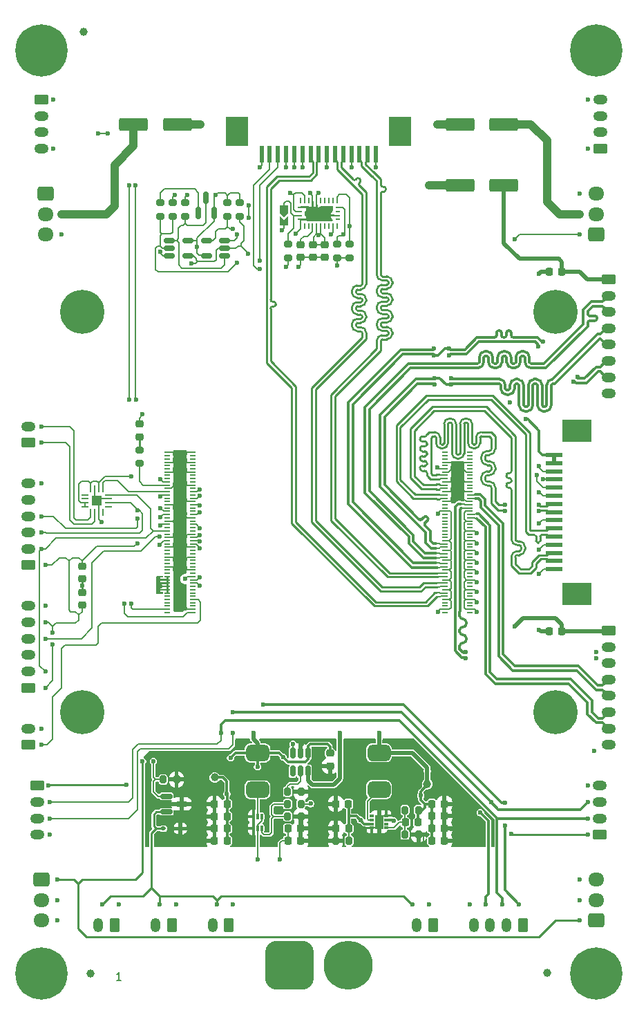
<source format=gbr>
%TF.GenerationSoftware,KiCad,Pcbnew,9.0.7*%
%TF.CreationDate,2026-01-20T00:58:20+01:00*%
%TF.ProjectId,beta-main,62657461-2d6d-4616-996e-2e6b69636164,rev?*%
%TF.SameCoordinates,Original*%
%TF.FileFunction,Copper,L1,Top*%
%TF.FilePolarity,Positive*%
%FSLAX46Y46*%
G04 Gerber Fmt 4.6, Leading zero omitted, Abs format (unit mm)*
G04 Created by KiCad (PCBNEW 9.0.7) date 2026-01-20 00:58:20*
%MOMM*%
%LPD*%
G01*
G04 APERTURE LIST*
G04 Aperture macros list*
%AMRoundRect*
0 Rectangle with rounded corners*
0 $1 Rounding radius*
0 $2 $3 $4 $5 $6 $7 $8 $9 X,Y pos of 4 corners*
0 Add a 4 corners polygon primitive as box body*
4,1,4,$2,$3,$4,$5,$6,$7,$8,$9,$2,$3,0*
0 Add four circle primitives for the rounded corners*
1,1,$1+$1,$2,$3*
1,1,$1+$1,$4,$5*
1,1,$1+$1,$6,$7*
1,1,$1+$1,$8,$9*
0 Add four rect primitives between the rounded corners*
20,1,$1+$1,$2,$3,$4,$5,0*
20,1,$1+$1,$4,$5,$6,$7,0*
20,1,$1+$1,$6,$7,$8,$9,0*
20,1,$1+$1,$8,$9,$2,$3,0*%
%AMFreePoly0*
4,1,6,1.000000,0.000000,0.500000,-0.500000,-0.500000,-0.500000,-0.500000,0.500000,0.500000,0.500000,1.000000,0.000000,1.000000,0.000000,$1*%
%AMFreePoly1*
4,1,6,0.500000,-0.500000,-0.650000,-0.500000,-0.150000,0.000000,-0.650000,0.500000,0.500000,0.500000,0.500000,-0.500000,0.500000,-0.500000,$1*%
G04 Aperture macros list end*
%ADD10C,0.200000*%
%TA.AperFunction,NonConductor*%
%ADD11C,0.200000*%
%TD*%
%TA.AperFunction,SMDPad,CuDef*%
%ADD12RoundRect,0.150000X0.150000X-0.587500X0.150000X0.587500X-0.150000X0.587500X-0.150000X-0.587500X0*%
%TD*%
%TA.AperFunction,SMDPad,CuDef*%
%ADD13R,0.700000X0.200000*%
%TD*%
%TA.AperFunction,ComponentPad*%
%ADD14RoundRect,0.250000X0.625000X-0.350000X0.625000X0.350000X-0.625000X0.350000X-0.625000X-0.350000X0*%
%TD*%
%TA.AperFunction,ComponentPad*%
%ADD15O,1.750000X1.200000*%
%TD*%
%TA.AperFunction,SMDPad,CuDef*%
%ADD16RoundRect,0.200000X0.200000X0.275000X-0.200000X0.275000X-0.200000X-0.275000X0.200000X-0.275000X0*%
%TD*%
%TA.AperFunction,SMDPad,CuDef*%
%ADD17RoundRect,0.087500X-0.087500X0.250000X-0.087500X-0.250000X0.087500X-0.250000X0.087500X0.250000X0*%
%TD*%
%TA.AperFunction,SMDPad,CuDef*%
%ADD18RoundRect,0.225000X0.225000X0.250000X-0.225000X0.250000X-0.225000X-0.250000X0.225000X-0.250000X0*%
%TD*%
%TA.AperFunction,SMDPad,CuDef*%
%ADD19RoundRect,0.200000X-0.275000X0.200000X-0.275000X-0.200000X0.275000X-0.200000X0.275000X0.200000X0*%
%TD*%
%TA.AperFunction,SMDPad,CuDef*%
%ADD20RoundRect,0.225000X-0.225000X-0.250000X0.225000X-0.250000X0.225000X0.250000X-0.225000X0.250000X0*%
%TD*%
%TA.AperFunction,SMDPad,CuDef*%
%ADD21RoundRect,0.500000X0.900000X-0.500000X0.900000X0.500000X-0.900000X0.500000X-0.900000X-0.500000X0*%
%TD*%
%TA.AperFunction,SMDPad,CuDef*%
%ADD22RoundRect,0.225000X-0.250000X0.225000X-0.250000X-0.225000X0.250000X-0.225000X0.250000X0.225000X0*%
%TD*%
%TA.AperFunction,SMDPad,CuDef*%
%ADD23RoundRect,0.250000X1.500000X0.550000X-1.500000X0.550000X-1.500000X-0.550000X1.500000X-0.550000X0*%
%TD*%
%TA.AperFunction,ComponentPad*%
%ADD24RoundRect,0.250000X-0.725000X0.600000X-0.725000X-0.600000X0.725000X-0.600000X0.725000X0.600000X0*%
%TD*%
%TA.AperFunction,ComponentPad*%
%ADD25O,1.950000X1.700000*%
%TD*%
%TA.AperFunction,SMDPad,CuDef*%
%ADD26RoundRect,0.200000X0.275000X-0.200000X0.275000X0.200000X-0.275000X0.200000X-0.275000X-0.200000X0*%
%TD*%
%TA.AperFunction,ComponentPad*%
%ADD27RoundRect,0.250000X0.350000X0.625000X-0.350000X0.625000X-0.350000X-0.625000X0.350000X-0.625000X0*%
%TD*%
%TA.AperFunction,ComponentPad*%
%ADD28O,1.200000X1.750000*%
%TD*%
%TA.AperFunction,ComponentPad*%
%ADD29C,5.400000*%
%TD*%
%TA.AperFunction,SMDPad,CuDef*%
%ADD30RoundRect,0.112500X-0.187500X-0.112500X0.187500X-0.112500X0.187500X0.112500X-0.187500X0.112500X0*%
%TD*%
%TA.AperFunction,ComponentPad*%
%ADD31RoundRect,0.250000X0.725000X-0.600000X0.725000X0.600000X-0.725000X0.600000X-0.725000X-0.600000X0*%
%TD*%
%TA.AperFunction,SMDPad,CuDef*%
%ADD32FreePoly0,270.000000*%
%TD*%
%TA.AperFunction,SMDPad,CuDef*%
%ADD33FreePoly1,270.000000*%
%TD*%
%TA.AperFunction,SMDPad,CuDef*%
%ADD34R,0.250000X0.675000*%
%TD*%
%TA.AperFunction,SMDPad,CuDef*%
%ADD35R,0.575000X0.250000*%
%TD*%
%TA.AperFunction,ComponentPad*%
%ADD36C,0.800000*%
%TD*%
%TA.AperFunction,ComponentPad*%
%ADD37C,6.400000*%
%TD*%
%TA.AperFunction,SMDPad,CuDef*%
%ADD38RoundRect,0.200000X-0.200000X-0.275000X0.200000X-0.275000X0.200000X0.275000X-0.200000X0.275000X0*%
%TD*%
%TA.AperFunction,SMDPad,CuDef*%
%ADD39RoundRect,0.225000X0.250000X-0.225000X0.250000X0.225000X-0.250000X0.225000X-0.250000X-0.225000X0*%
%TD*%
%TA.AperFunction,ComponentPad*%
%ADD40RoundRect,1.500000X-1.500000X-1.500000X1.500000X-1.500000X1.500000X1.500000X-1.500000X1.500000X0*%
%TD*%
%TA.AperFunction,ComponentPad*%
%ADD41C,6.000000*%
%TD*%
%TA.AperFunction,SMDPad,CuDef*%
%ADD42RoundRect,0.218750X0.256250X-0.218750X0.256250X0.218750X-0.256250X0.218750X-0.256250X-0.218750X0*%
%TD*%
%TA.AperFunction,ComponentPad*%
%ADD43RoundRect,0.250000X-0.625000X0.350000X-0.625000X-0.350000X0.625000X-0.350000X0.625000X0.350000X0*%
%TD*%
%TA.AperFunction,SMDPad,CuDef*%
%ADD44C,1.000000*%
%TD*%
%TA.AperFunction,SMDPad,CuDef*%
%ADD45R,2.000000X0.610000*%
%TD*%
%TA.AperFunction,SMDPad,CuDef*%
%ADD46R,3.600000X2.680000*%
%TD*%
%TA.AperFunction,SMDPad,CuDef*%
%ADD47RoundRect,0.250000X-1.500000X-0.550000X1.500000X-0.550000X1.500000X0.550000X-1.500000X0.550000X0*%
%TD*%
%TA.AperFunction,SMDPad,CuDef*%
%ADD48RoundRect,0.150000X-0.512500X-0.150000X0.512500X-0.150000X0.512500X0.150000X-0.512500X0.150000X0*%
%TD*%
%TA.AperFunction,SMDPad,CuDef*%
%ADD49R,0.500000X0.300000*%
%TD*%
%TA.AperFunction,SMDPad,CuDef*%
%ADD50R,1.050000X1.750000*%
%TD*%
%TA.AperFunction,SMDPad,CuDef*%
%ADD51RoundRect,0.062500X-0.062500X0.350000X-0.062500X-0.350000X0.062500X-0.350000X0.062500X0.350000X0*%
%TD*%
%TA.AperFunction,SMDPad,CuDef*%
%ADD52RoundRect,0.062500X-0.350000X0.062500X-0.350000X-0.062500X0.350000X-0.062500X0.350000X0.062500X0*%
%TD*%
%TA.AperFunction,HeatsinkPad*%
%ADD53R,1.230000X1.230000*%
%TD*%
%TA.AperFunction,SMDPad,CuDef*%
%ADD54RoundRect,0.150000X-0.150000X0.512500X-0.150000X-0.512500X0.150000X-0.512500X0.150000X0.512500X0*%
%TD*%
%TA.AperFunction,SMDPad,CuDef*%
%ADD55RoundRect,0.150000X-0.587500X-0.150000X0.587500X-0.150000X0.587500X0.150000X-0.587500X0.150000X0*%
%TD*%
%TA.AperFunction,SMDPad,CuDef*%
%ADD56R,0.610000X2.000000*%
%TD*%
%TA.AperFunction,SMDPad,CuDef*%
%ADD57R,2.680000X3.600000*%
%TD*%
%TA.AperFunction,SMDPad,CuDef*%
%ADD58RoundRect,0.150000X0.512500X0.150000X-0.512500X0.150000X-0.512500X-0.150000X0.512500X-0.150000X0*%
%TD*%
%TA.AperFunction,ViaPad*%
%ADD59C,0.600000*%
%TD*%
%TA.AperFunction,Conductor*%
%ADD60C,0.200000*%
%TD*%
%TA.AperFunction,Conductor*%
%ADD61C,1.000000*%
%TD*%
%TA.AperFunction,Conductor*%
%ADD62C,0.500000*%
%TD*%
%TA.AperFunction,Conductor*%
%ADD63C,0.290000*%
%TD*%
%TA.AperFunction,Conductor*%
%ADD64C,0.300000*%
%TD*%
%TA.AperFunction,Conductor*%
%ADD65C,0.360000*%
%TD*%
G04 APERTURE END LIST*
D10*
D11*
X75780714Y-157327219D02*
X75209286Y-157327219D01*
X75495000Y-157327219D02*
X75495000Y-156327219D01*
X75495000Y-156327219D02*
X75399762Y-156470076D01*
X75399762Y-156470076D02*
X75304524Y-156565314D01*
X75304524Y-156565314D02*
X75209286Y-156612933D01*
D12*
%TO.P,Q1,1,B*%
%TO.N,Net-(Q1-B)*%
X85250000Y-63367500D03*
%TO.P,Q1,2,E*%
%TO.N,+3V3*%
X87150000Y-63367500D03*
%TO.P,Q1,3,C*%
%TO.N,/Peripherals/TXEN*%
X86200000Y-61492500D03*
%TD*%
D13*
%TO.P,CM5,1,GND*%
%TO.N,GND*%
X81460000Y-92700000D03*
%TO.P,CM5,2,GND*%
X84540000Y-92700000D03*
%TO.P,CM5,3,Ethernet_Pair3_P*%
%TO.N,unconnected-(CM5A-Ethernet_Pair3_P-Pad3)*%
X81460000Y-93100000D03*
%TO.P,CM5,4,Ethernet_Pair1_P*%
%TO.N,unconnected-(CM5A-Ethernet_Pair1_P-Pad4)*%
X84540000Y-93100000D03*
%TO.P,CM5,5,Ethernet_Pair3_N*%
%TO.N,unconnected-(CM5A-Ethernet_Pair3_N-Pad5)*%
X81460000Y-93500000D03*
%TO.P,CM5,6,Ethernet_Pair1_N*%
%TO.N,unconnected-(CM5A-Ethernet_Pair1_N-Pad6)*%
X84540000Y-93500000D03*
%TO.P,CM5,7,GND*%
%TO.N,GND*%
X81460000Y-93900000D03*
%TO.P,CM5,8,GND*%
X84540000Y-93900000D03*
%TO.P,CM5,9,Ethernet_Pair2_N*%
%TO.N,unconnected-(CM5A-Ethernet_Pair2_N-Pad9)*%
X81460000Y-94300000D03*
%TO.P,CM5,10,Ethernet_Pair0_N*%
%TO.N,unconnected-(CM5A-Ethernet_Pair0_N-Pad10)*%
X84540000Y-94300000D03*
%TO.P,CM5,11,Ethernet_Pair2_P*%
%TO.N,unconnected-(CM5A-Ethernet_Pair2_P-Pad11)*%
X81460000Y-94700000D03*
%TO.P,CM5,12,Ethernet_Pair0_P*%
%TO.N,unconnected-(CM5A-Ethernet_Pair0_P-Pad12)*%
X84540000Y-94700000D03*
%TO.P,CM5,13,GND*%
%TO.N,GND*%
X81460000Y-95100000D03*
%TO.P,CM5,14,GND*%
X84540000Y-95100000D03*
%TO.P,CM5,15,Ethernet_nLED3(3.3v)*%
%TO.N,unconnected-(CM5A-Ethernet_nLED3(3.3v)-Pad15)*%
X81460000Y-95500000D03*
%TO.P,CM5,16,FAN_TACHO*%
%TO.N,unconnected-(CM5A-FAN_TACHO-Pad16)*%
X84540000Y-95500000D03*
%TO.P,CM5,17,Ethernet_nLED2(3.3v)*%
%TO.N,unconnected-(CM5A-Ethernet_nLED2(3.3v)-Pad17)*%
X81460000Y-95900000D03*
%TO.P,CM5,18,Ethernet_SYNC_OUT(3.3v)*%
%TO.N,unconnected-(CM5A-Ethernet_SYNC_OUT(3.3v)-Pad18)*%
X84540000Y-95900000D03*
%TO.P,CM5,19,FAN_PWM*%
%TO.N,/GPIO/FAN_PWM*%
X81460000Y-96300000D03*
%TO.P,CM5,20,EEPROM_nWP*%
%TO.N,unconnected-(CM5A-EEPROM_nWP-Pad20)*%
X84540000Y-96300000D03*
%TO.P,CM5,21,LED_nACT*%
%TO.N,Net-(CM5A-LED_nACT)*%
X81460000Y-96700000D03*
%TO.P,CM5,22,GND*%
%TO.N,GND*%
X84540000Y-96700000D03*
%TO.P,CM5,23,GND*%
X81460000Y-97100000D03*
%TO.P,CM5,24,GPIO26*%
%TO.N,unconnected-(CM5A-GPIO26-Pad24)*%
X84540000Y-97100000D03*
%TO.P,CM5,25,GPIO21*%
%TO.N,/I2S0_SDO*%
X81460000Y-97500000D03*
%TO.P,CM5,26,GPIO19*%
%TO.N,/I2S0_WS*%
X84540000Y-97500000D03*
%TO.P,CM5,27,GPIO20*%
%TO.N,/I2S0_SDI0*%
X81460000Y-97900000D03*
%TO.P,CM5,28,GPIO13*%
%TO.N,unconnected-(CM5A-GPIO13-Pad28)*%
X84540000Y-97900000D03*
%TO.P,CM5,29,GPIO16*%
%TO.N,unconnected-(CM5A-GPIO16-Pad29)*%
X81460000Y-98300000D03*
%TO.P,CM5,30,GPIO6*%
%TO.N,/Peripherals/SENSOR_SDA*%
X84540000Y-98300000D03*
%TO.P,CM5,31,GPIO12*%
%TO.N,unconnected-(CM5A-GPIO12-Pad31)*%
X81460000Y-98700000D03*
%TO.P,CM5,32,GND*%
%TO.N,GND*%
X84540000Y-98700000D03*
%TO.P,CM5,33,GND*%
X81460000Y-99100000D03*
%TO.P,CM5,34,GPIO5*%
%TO.N,/GPIO/I2C2_SCL*%
X84540000Y-99100000D03*
%TO.P,CM5,35,ID_SC*%
%TO.N,unconnected-(CM5A-ID_SC-Pad35)*%
X81460000Y-99500000D03*
%TO.P,CM5,36,ID_SD*%
%TO.N,unconnected-(CM5A-ID_SD-Pad36)*%
X84540000Y-99500000D03*
%TO.P,CM5,37,GPIO7*%
%TO.N,/Peripherals/SENSOR_SCL*%
X81460000Y-99900000D03*
%TO.P,CM5,38,GPIO11*%
%TO.N,unconnected-(CM5A-GPIO11-Pad38)*%
X84540000Y-99900000D03*
%TO.P,CM5,39,GPIO8*%
%TO.N,/GPIO/UART3_TX*%
X81460000Y-100300000D03*
%TO.P,CM5,40,GPIO9*%
%TO.N,/GPIO/UART3_RX*%
X84540000Y-100300000D03*
%TO.P,CM5,41,GPIO25*%
%TO.N,unconnected-(CM5A-GPIO25-Pad41)*%
X81460000Y-100700000D03*
%TO.P,CM5,42,GND*%
%TO.N,GND*%
X84540000Y-100700000D03*
%TO.P,CM5,43,GND*%
X81460000Y-101100000D03*
%TO.P,CM5,44,GPIO10*%
%TO.N,unconnected-(CM5A-GPIO10-Pad44)*%
X84540000Y-101100000D03*
%TO.P,CM5,45,GPIO24*%
%TO.N,/GPIO/SDI*%
X81460000Y-101500000D03*
%TO.P,CM5,46,GPIO22*%
%TO.N,/I2S0_SDI1*%
X84540000Y-101500000D03*
%TO.P,CM5,47,GPIO23*%
%TO.N,unconnected-(CM5A-GPIO23-Pad47)*%
X81460000Y-101900000D03*
%TO.P,CM5,48,GPIO27*%
%TO.N,unconnected-(CM5A-GPIO27-Pad48)*%
X84540000Y-101900000D03*
%TO.P,CM5,49,GPIO18*%
%TO.N,/I2S0_SCLK*%
X81460000Y-102300000D03*
%TO.P,CM5,50,GPIO17*%
%TO.N,unconnected-(CM5A-GPIO17-Pad50)*%
X84540000Y-102300000D03*
%TO.P,CM5,51,GPIO15*%
%TO.N,unconnected-(CM5A-GPIO15-Pad51)*%
X81460000Y-102700000D03*
%TO.P,CM5,52,GND*%
%TO.N,GND*%
X84540000Y-102700000D03*
%TO.P,CM5,53,GND*%
X81460000Y-103100000D03*
%TO.P,CM5,54,GPIO4*%
%TO.N,/GPIO/I2C2_SDA*%
X84540000Y-103100000D03*
%TO.P,CM5,55,GPIO14*%
%TO.N,/GPIO/BATT_INT*%
X81460000Y-103500000D03*
%TO.P,CM5,56,GPIO3*%
%TO.N,/SCL1*%
X84540000Y-103500000D03*
%TO.P,CM5,57,SD_CLK*%
%TO.N,unconnected-(CM5A-SD_CLK-Pad57)*%
X81460000Y-103900000D03*
%TO.P,CM5,58,GPIO2*%
%TO.N,/SDA1*%
X84540000Y-103900000D03*
%TO.P,CM5,59,GND*%
%TO.N,GND*%
X81460000Y-104300000D03*
%TO.P,CM5,60,GND*%
X84540000Y-104300000D03*
%TO.P,CM5,61,SD_DAT3*%
%TO.N,unconnected-(CM5A-SD_DAT3-Pad61)*%
X81460000Y-104700000D03*
%TO.P,CM5,62,SD_CMD*%
%TO.N,unconnected-(CM5A-SD_CMD-Pad62)*%
X84540000Y-104700000D03*
%TO.P,CM5,63,SD_DAT0*%
%TO.N,unconnected-(CM5A-SD_DAT0-Pad63)*%
X81460000Y-105100000D03*
%TO.P,CM5,64,SD_DAT5*%
%TO.N,unconnected-(CM5A-SD_DAT5-Pad64)*%
X84540000Y-105100000D03*
%TO.P,CM5,65,GND*%
%TO.N,GND*%
X81460000Y-105500000D03*
%TO.P,CM5,66,GND*%
X84540000Y-105500000D03*
%TO.P,CM5,67,SD_DAT1*%
%TO.N,unconnected-(CM5A-SD_DAT1-Pad67)*%
X81460000Y-105900000D03*
%TO.P,CM5,68,SD_DAT4*%
%TO.N,unconnected-(CM5A-SD_DAT4-Pad68)*%
X84540000Y-105900000D03*
%TO.P,CM5,69,SD_DAT2*%
%TO.N,unconnected-(CM5A-SD_DAT2-Pad69)*%
X81460000Y-106300000D03*
%TO.P,CM5,70,SD_DAT7*%
%TO.N,unconnected-(CM5A-SD_DAT7-Pad70)*%
X84540000Y-106300000D03*
%TO.P,CM5,71,GND*%
%TO.N,GND*%
X81460000Y-106700000D03*
%TO.P,CM5,72,SD_DAT6*%
%TO.N,unconnected-(CM5A-SD_DAT6-Pad72)*%
X84540000Y-106700000D03*
%TO.P,CM5,73,SD_VDD_Override*%
%TO.N,unconnected-(CM5A-SD_VDD_Override-Pad73)*%
X81460000Y-107100000D03*
%TO.P,CM5,74,GND*%
%TO.N,GND*%
X84540000Y-107100000D03*
%TO.P,CM5,75,SD_PWR_ON*%
%TO.N,unconnected-(CM5A-SD_PWR_ON-Pad75)*%
X81460000Y-107500000D03*
%TO.P,CM5,76,VBAT*%
%TO.N,unconnected-(CM5A-VBAT-Pad76)*%
X84540000Y-107500000D03*
%TO.P,CM5,77,+5v_(Input)*%
%TO.N,+5V*%
X81460000Y-107900000D03*
%TO.P,CM5,78,GPIO_VREF(1.8v/3.3v_Input)*%
%TO.N,+3V3*%
X84540000Y-107900000D03*
%TO.P,CM5,79,+5v_(Input)*%
%TO.N,+5V*%
X81460000Y-108300000D03*
%TO.P,CM5,80,SCL0*%
%TO.N,/SCL0*%
X84540000Y-108300000D03*
%TO.P,CM5,81,+5v_(Input)*%
%TO.N,+5V*%
X81460000Y-108700000D03*
%TO.P,CM5,82,SDA0*%
%TO.N,/SDA0*%
X84540000Y-108700000D03*
%TO.P,CM5,83,+5v_(Input)*%
%TO.N,+5V*%
X81460000Y-109100000D03*
%TO.P,CM5,84,+3.3v_(Output)*%
%TO.N,unconnected-(CM5A-+3.3v_(Output)-Pad84)*%
X84540000Y-109100000D03*
%TO.P,CM5,85,+5v_(Input)*%
%TO.N,+5V*%
X81460000Y-109500000D03*
%TO.P,CM5,86,+3.3v_(Output)*%
%TO.N,unconnected-(CM5A-+3.3v_(Output)-Pad86)*%
X84540000Y-109500000D03*
%TO.P,CM5,87,+5v_(Input)*%
%TO.N,+5V*%
X81460000Y-109900000D03*
%TO.P,CM5,88,+1.8v_(Output)*%
%TO.N,unconnected-(CM5A-+1.8v_(Output)-Pad88)*%
X84540000Y-109900000D03*
%TO.P,CM5,89,WiFi_nDisable*%
%TO.N,unconnected-(CM5A-WiFi_nDisable-Pad89)*%
X81460000Y-110300000D03*
%TO.P,CM5,90,+1.8v_(Output)*%
%TO.N,unconnected-(CM5A-+1.8v_(Output)-Pad90)*%
X84540000Y-110300000D03*
%TO.P,CM5,91,BT_nDisable*%
%TO.N,unconnected-(CM5A-BT_nDisable-Pad91)*%
X81460000Y-110700000D03*
%TO.P,CM5,92,PWR_BUT*%
%TO.N,/GPIO/PWR_BUT*%
X84540000Y-110700000D03*
%TO.P,CM5,93,nRPIBOOT*%
%TO.N,unconnected-(CM5A-nRPIBOOT-Pad93)*%
X81460000Y-111100000D03*
%TO.P,CM5,94,CC1*%
%TO.N,unconnected-(CM5A-CC1-Pad94)*%
X84540000Y-111100000D03*
%TO.P,CM5,95,LED_nPWR*%
%TO.N,unconnected-(CM5A-LED_nPWR-Pad95)*%
X81460000Y-111500000D03*
%TO.P,CM5,96,CC2*%
%TO.N,unconnected-(CM5A-CC2-Pad96)*%
X84540000Y-111500000D03*
%TO.P,CM5,97,CAM_GPIO0*%
%TO.N,/CAM_GPIO0*%
X81460000Y-111900000D03*
%TO.P,CM5,98,GND*%
%TO.N,GND*%
X84540000Y-111900000D03*
%TO.P,CM5,99,PMIC_ENABLE*%
%TO.N,unconnected-(CM5A-PMIC_ENABLE-Pad99)*%
X81460000Y-112300000D03*
%TO.P,CM5,100,CAM_GPIO1*%
%TO.N,/CAM_GPIO1*%
X84540000Y-112300000D03*
%TO.P,CM5,101,USB_OTG_ID*%
%TO.N,unconnected-(CM5B-USB_OTG_ID-Pad101)*%
X115460000Y-92700000D03*
%TO.P,CM5,102,PCIe_nCLKREQ*%
%TO.N,unconnected-(CM5B-PCIe_nCLKREQ-Pad102)*%
X118540000Y-92700000D03*
%TO.P,CM5,103,USB2_N*%
%TO.N,unconnected-(CM5B-USB2_N-Pad103)*%
X115460000Y-93100000D03*
%TO.P,CM5,104,PCIE_nWAKE*%
%TO.N,unconnected-(CM5B-PCIE_nWAKE-Pad104)*%
X118540000Y-93100000D03*
%TO.P,CM5,105,USB2_P*%
%TO.N,unconnected-(CM5B-USB2_P-Pad105)*%
X115460000Y-93500000D03*
%TO.P,CM5,106,PCIE_PWR_EN*%
%TO.N,unconnected-(CM5B-PCIE_PWR_EN-Pad106)*%
X118540000Y-93500000D03*
%TO.P,CM5,107,GND*%
%TO.N,GND*%
X115460000Y-93900000D03*
%TO.P,CM5,108,GND*%
X118540000Y-93900000D03*
%TO.P,CM5,109,PCIe_nRST*%
%TO.N,unconnected-(CM5B-PCIe_nRST-Pad109)*%
X115460000Y-94300000D03*
%TO.P,CM5,110,PCIe_CLK_P*%
%TO.N,unconnected-(CM5B-PCIe_CLK_P-Pad110)*%
X118540000Y-94300000D03*
%TO.P,CM5,111,VBUS_EN*%
%TO.N,/VBUS_EN*%
X115460000Y-94700000D03*
%TO.P,CM5,112,PCIe_CLK_N*%
%TO.N,unconnected-(CM5B-PCIe_CLK_N-Pad112)*%
X118540000Y-94700000D03*
%TO.P,CM5,113,GND*%
%TO.N,GND*%
X115460000Y-95100000D03*
%TO.P,CM5,114,GND*%
X118540000Y-95100000D03*
%TO.P,CM5,115,MIPI0_D0_N*%
%TO.N,/MIPI0_D0_N*%
X115460000Y-95500000D03*
%TO.P,CM5,116,PCIe_RX_P*%
%TO.N,unconnected-(CM5B-PCIe_RX_P-Pad116)*%
X118540000Y-95500000D03*
%TO.P,CM5,117,MIPI0_D0_P*%
%TO.N,/MIPI0_D0_P*%
X115460000Y-95900000D03*
%TO.P,CM5,118,PCIe_RX_N*%
%TO.N,unconnected-(CM5B-PCIe_RX_N-Pad118)*%
X118540000Y-95900000D03*
%TO.P,CM5,119,GND*%
%TO.N,GND*%
X115460000Y-96300000D03*
%TO.P,CM5,120,GND*%
X118540000Y-96300000D03*
%TO.P,CM5,121,MIPI0_D1_N*%
%TO.N,/MIPI0_D1_N*%
X115460000Y-96700000D03*
%TO.P,CM5,122,PCIe_TX_P*%
%TO.N,unconnected-(CM5B-PCIe_TX_P-Pad122)*%
X118540000Y-96700000D03*
%TO.P,CM5,123,MIPI0_D1_P*%
%TO.N,/MIPI0_D1_P*%
X115460000Y-97100000D03*
%TO.P,CM5,124,PCIe_TX_N*%
%TO.N,unconnected-(CM5B-PCIe_TX_N-Pad124)*%
X118540000Y-97100000D03*
%TO.P,CM5,125,GND*%
%TO.N,GND*%
X115460000Y-97500000D03*
%TO.P,CM5,126,GND*%
X118540000Y-97500000D03*
%TO.P,CM5,127,MIPI0_C_N*%
%TO.N,/MIPI0_C_N*%
X115460000Y-97900000D03*
%TO.P,CM5,128,USB3-0-RX_N*%
%TO.N,/High Speed Serial/USB3-0-RX_N*%
X118540000Y-97900000D03*
%TO.P,CM5,129,MIPI0_C_P*%
%TO.N,/MIPI0_C_P*%
X115460000Y-98300000D03*
%TO.P,CM5,130,USB3-0-RX_P*%
%TO.N,/High Speed Serial/USB3-0-RX_P*%
X118540000Y-98300000D03*
%TO.P,CM5,131,GND*%
%TO.N,GND*%
X115460000Y-98700000D03*
%TO.P,CM5,132,GND*%
X118540000Y-98700000D03*
%TO.P,CM5,133,MIPI0_D2_N*%
%TO.N,/High Speed Serial/MIPI0_D2_N*%
X115460000Y-99100000D03*
%TO.P,CM5,134,USB3-0-D_P*%
%TO.N,/High Speed Serial/USB3-0-D_P*%
X118540000Y-99100000D03*
%TO.P,CM5,135,MIPI0_D2_P*%
%TO.N,/High Speed Serial/MIPI0_D2_P*%
X115460000Y-99500000D03*
%TO.P,CM5,136,USB3-0-D_N*%
%TO.N,/High Speed Serial/USB3-0-D_N*%
X118540000Y-99500000D03*
%TO.P,CM5,137,GND*%
%TO.N,GND*%
X115460000Y-99900000D03*
%TO.P,CM5,138,GND*%
X118540000Y-99900000D03*
%TO.P,CM5,139,MIPI0_D3_N*%
%TO.N,/High Speed Serial/MIPI0_D3_N*%
X115460000Y-100300000D03*
%TO.P,CM5,140,USB3-0-TX_N*%
%TO.N,/High Speed Serial/USB3-0-TX_N*%
X118540000Y-100300000D03*
%TO.P,CM5,141,MIPI0_D3_P*%
%TO.N,/High Speed Serial/MIPI0_D3_P*%
X115460000Y-100700000D03*
%TO.P,CM5,142,USB3-0-TX_P*%
%TO.N,/High Speed Serial/USB3-0-TX_P*%
X118540000Y-100700000D03*
%TO.P,CM5,143,HDMI1_HOTPLUG*%
%TO.N,unconnected-(CM5B-HDMI1_HOTPLUG-Pad143)*%
X115460000Y-101100000D03*
%TO.P,CM5,144,GND*%
%TO.N,GND*%
X118540000Y-101100000D03*
%TO.P,CM5,145,HDMI1_SDA*%
%TO.N,unconnected-(CM5B-HDMI1_SDA-Pad145)*%
X115460000Y-101500000D03*
%TO.P,CM5,146,HDMI1_TX2_P*%
%TO.N,unconnected-(CM5B-HDMI1_TX2_P-Pad146)*%
X118540000Y-101500000D03*
%TO.P,CM5,147,HDMI1_SCL*%
%TO.N,unconnected-(CM5B-HDMI1_SCL-Pad147)*%
X115460000Y-101900000D03*
%TO.P,CM5,148,HDMI1_TX2_N*%
%TO.N,unconnected-(CM5B-HDMI1_TX2_N-Pad148)*%
X118540000Y-101900000D03*
%TO.P,CM5,149,HDMI1_CEC*%
%TO.N,unconnected-(CM5B-HDMI1_CEC-Pad149)*%
X115460000Y-102300000D03*
%TO.P,CM5,150,GND*%
%TO.N,GND*%
X118540000Y-102300000D03*
%TO.P,CM5,151,HDMI0_CEC*%
%TO.N,unconnected-(CM5B-HDMI0_CEC-Pad151)*%
X115460000Y-102700000D03*
%TO.P,CM5,152,HDMI1_TX1_P*%
%TO.N,unconnected-(CM5B-HDMI1_TX1_P-Pad152)*%
X118540000Y-102700000D03*
%TO.P,CM5,153,HDMI0_HOTPLUG*%
%TO.N,unconnected-(CM5B-HDMI0_HOTPLUG-Pad153)*%
X115460000Y-103100000D03*
%TO.P,CM5,154,HDMI1_TX1_N*%
%TO.N,unconnected-(CM5B-HDMI1_TX1_N-Pad154)*%
X118540000Y-103100000D03*
%TO.P,CM5,155,GND*%
%TO.N,GND*%
X115460000Y-103500000D03*
%TO.P,CM5,156,GND*%
X118540000Y-103500000D03*
%TO.P,CM5,157,USB3-1-RX_N*%
%TO.N,/High Speed Serial/USB3-1-RX_N*%
X115460000Y-103900000D03*
%TO.P,CM5,158,HDMI1_TX0_P*%
%TO.N,unconnected-(CM5B-HDMI1_TX0_P-Pad158)*%
X118540000Y-103900000D03*
%TO.P,CM5,159,USB3-1-RX_P*%
%TO.N,/High Speed Serial/USB3-1-RX_P*%
X115460000Y-104300000D03*
%TO.P,CM5,160,HDMI1_TX0_N*%
%TO.N,unconnected-(CM5B-HDMI1_TX0_N-Pad160)*%
X118540000Y-104300000D03*
%TO.P,CM5,161,GND*%
%TO.N,GND*%
X115460000Y-104700000D03*
%TO.P,CM5,162,GND*%
X118540000Y-104700000D03*
%TO.P,CM5,163,USB3-1-D_P*%
%TO.N,/High Speed Serial/USB3-1-D_P*%
X115460000Y-105100000D03*
%TO.P,CM5,164,HDMI1_CLK_P*%
%TO.N,unconnected-(CM5B-HDMI1_CLK_P-Pad164)*%
X118540000Y-105100000D03*
%TO.P,CM5,165,USB3-1-D_N*%
%TO.N,/High Speed Serial/USB3-1-D_N*%
X115460000Y-105500000D03*
%TO.P,CM5,166,HDMI1_CLK_N*%
%TO.N,unconnected-(CM5B-HDMI1_CLK_N-Pad166)*%
X118540000Y-105500000D03*
%TO.P,CM5,167,GND*%
%TO.N,GND*%
X115460000Y-105900000D03*
%TO.P,CM5,168,GND*%
X118540000Y-105900000D03*
%TO.P,CM5,169,USB3-1-TX_N*%
%TO.N,/High Speed Serial/USB3-1-TX_N*%
X115460000Y-106300000D03*
%TO.P,CM5,170,HDMI0_TX2_P*%
%TO.N,unconnected-(CM5B-HDMI0_TX2_P-Pad170)*%
X118540000Y-106300000D03*
%TO.P,CM5,171,USB3-1-TX_P*%
%TO.N,/High Speed Serial/USB3-1-TX_P*%
X115460000Y-106700000D03*
%TO.P,CM5,172,HDMI0_TX2_N*%
%TO.N,unconnected-(CM5B-HDMI0_TX2_N-Pad172)*%
X118540000Y-106700000D03*
%TO.P,CM5,173,GND*%
%TO.N,GND*%
X115460000Y-107100000D03*
%TO.P,CM5,174,GND*%
X118540000Y-107100000D03*
%TO.P,CM5,175,MIPI1_D0_N*%
%TO.N,/MIPI1_D0_N*%
X115460000Y-107500000D03*
%TO.P,CM5,176,HDMI0_TX1_P*%
%TO.N,unconnected-(CM5B-HDMI0_TX1_P-Pad176)*%
X118540000Y-107500000D03*
%TO.P,CM5,177,MIPI1_D0_P*%
%TO.N,/MIPI1_D0_P*%
X115460000Y-107900000D03*
%TO.P,CM5,178,HDMI0_TX1_N*%
%TO.N,unconnected-(CM5B-HDMI0_TX1_N-Pad178)*%
X118540000Y-107900000D03*
%TO.P,CM5,179,GND*%
%TO.N,GND*%
X115460000Y-108300000D03*
%TO.P,CM5,180,GND*%
X118540000Y-108300000D03*
%TO.P,CM5,181,MIPI1_D1_N*%
%TO.N,/MIPI1_D1_N*%
X115460000Y-108700000D03*
%TO.P,CM5,182,HDMI0_TX0_P*%
%TO.N,unconnected-(CM5B-HDMI0_TX0_P-Pad182)*%
X118540000Y-108700000D03*
%TO.P,CM5,183,MIPI1_D1_P*%
%TO.N,/MIPI1_D1_P*%
X115460000Y-109100000D03*
%TO.P,CM5,184,HDMI0_TX0_N*%
%TO.N,unconnected-(CM5B-HDMI0_TX0_N-Pad184)*%
X118540000Y-109100000D03*
%TO.P,CM5,185,GND*%
%TO.N,GND*%
X115460000Y-109500000D03*
%TO.P,CM5,186,GND*%
X118540000Y-109500000D03*
%TO.P,CM5,187,MIPI1_C_N*%
%TO.N,/MIPI1_C_N*%
X115460000Y-109900000D03*
%TO.P,CM5,188,HDMI0_CLK_P*%
%TO.N,unconnected-(CM5B-HDMI0_CLK_P-Pad188)*%
X118540000Y-109900000D03*
%TO.P,CM5,189,MIPI1_C_P*%
%TO.N,/MIPI1_C_P*%
X115460000Y-110300000D03*
%TO.P,CM5,190,HDMI0_CLK_N*%
%TO.N,unconnected-(CM5B-HDMI0_CLK_N-Pad190)*%
X118540000Y-110300000D03*
%TO.P,CM5,191,GND*%
%TO.N,GND*%
X115460000Y-110700000D03*
%TO.P,CM5,192,GND*%
X118540000Y-110700000D03*
%TO.P,CM5,193,MIPI1_D2_N*%
%TO.N,/High Speed Serial/MIPI1_D2_N*%
X115460000Y-111100000D03*
%TO.P,CM5,194,MIPI1_D3_N*%
%TO.N,/High Speed Serial/MIPI1_D3_N*%
X118540000Y-111100000D03*
%TO.P,CM5,195,MIPI1_D2_P*%
%TO.N,/High Speed Serial/MIPI1_D2_P*%
X115460000Y-111500000D03*
%TO.P,CM5,196,MIPI1_D3_P*%
%TO.N,/High Speed Serial/MIPI1_D3_P*%
X118540000Y-111500000D03*
%TO.P,CM5,197,GND*%
%TO.N,GND*%
X115460000Y-111900000D03*
%TO.P,CM5,198,GND*%
X118540000Y-111900000D03*
%TO.P,CM5,199,HDMI0_SDA*%
%TO.N,unconnected-(CM5B-HDMI0_SDA-Pad199)*%
X115460000Y-112300000D03*
%TO.P,CM5,200,HDMI0_SCL*%
%TO.N,unconnected-(CM5B-HDMI0_SCL-Pad200)*%
X118540000Y-112300000D03*
%TD*%
D14*
%TO.P,J23,1,Pin_1*%
%TO.N,+3V3*%
X64450000Y-121500000D03*
D15*
%TO.P,J23,2,Pin_2*%
%TO.N,/I2S0_SCLK*%
X64450000Y-119500000D03*
%TO.P,J23,3,Pin_3*%
%TO.N,/I2S0_WS*%
X64450000Y-117500000D03*
%TO.P,J23,4,Pin_4*%
%TO.N,/I2S0_SDI1*%
X64450000Y-115500000D03*
%TO.P,J23,5,Pin_5*%
%TO.N,+3V3*%
X64450000Y-113500000D03*
%TO.P,J23,6,Pin_6*%
%TO.N,GND*%
X64450000Y-111500000D03*
%TD*%
D16*
%TO.P,R7,1*%
%TO.N,+5V*%
X97825000Y-135750000D03*
%TO.P,R7,2*%
%TO.N,Net-(U6-FB)*%
X96175000Y-135750000D03*
%TD*%
D17*
%TO.P,U6,1,VIN*%
%TO.N,+BATT*%
X93000000Y-137287500D03*
%TO.P,U6,2,SW*%
%TO.N,Net-(U6-SW)*%
X92500000Y-137287500D03*
%TO.P,U6,3,GND*%
%TO.N,GND*%
X92000000Y-137287500D03*
%TO.P,U6,4,AGND*%
X92000000Y-138712500D03*
%TO.P,U6,5,EN*%
%TO.N,+BATT*%
X92500000Y-138712500D03*
%TO.P,U6,6,FB*%
%TO.N,Net-(U6-FB)*%
X93000000Y-138712500D03*
%TD*%
D18*
%TO.P,C11,1*%
%TO.N,+5V*%
X88775000Y-135750000D03*
%TO.P,C11,2*%
%TO.N,GND*%
X87225000Y-135750000D03*
%TD*%
D19*
%TO.P,R5,1*%
%TO.N,+3V3*%
X88800000Y-62105000D03*
%TO.P,R5,2*%
%TO.N,/GPIO/UART3_RX*%
X88800000Y-63755000D03*
%TD*%
D20*
%TO.P,C18,1*%
%TO.N,+3V3*%
X113862500Y-140237500D03*
%TO.P,C18,2*%
%TO.N,GND*%
X115412500Y-140237500D03*
%TD*%
%TO.P,C13,1*%
%TO.N,+3V3*%
X113862500Y-137237500D03*
%TO.P,C13,2*%
%TO.N,GND*%
X115412500Y-137237500D03*
%TD*%
D21*
%TO.P,L1,1,1*%
%TO.N,Net-(U6-SW)*%
X92500000Y-134000000D03*
%TO.P,L1,2,2*%
%TO.N,+5V*%
X92500000Y-129500000D03*
%TD*%
D22*
%TO.P,C7,1*%
%TO.N,+3V3*%
X71000000Y-106625000D03*
%TO.P,C7,2*%
%TO.N,GND*%
X71000000Y-108175000D03*
%TD*%
D23*
%TO.P,C12,1*%
%TO.N,VBUS*%
X122700000Y-60000000D03*
%TO.P,C12,2*%
%TO.N,GND*%
X117300000Y-60000000D03*
%TD*%
D24*
%TO.P,J10,1,Pin_1*%
%TO.N,/Peripherals/SIG*%
X66525000Y-61000000D03*
D25*
%TO.P,J10,2,Pin_2*%
%TO.N,+BATT*%
X66525000Y-63500000D03*
%TO.P,J10,3,Pin_3*%
%TO.N,GND*%
X66525000Y-66000000D03*
%TD*%
D16*
%TO.P,R6,1*%
%TO.N,+5V*%
X103712500Y-140237500D03*
%TO.P,R6,2*%
%TO.N,GND*%
X102062500Y-140237500D03*
%TD*%
D26*
%TO.P,R14,1*%
%TO.N,+3V3*%
X96266606Y-68865669D03*
%TO.P,R14,2*%
%TO.N,Net-(JP1-A)*%
X96266606Y-67215669D03*
%TD*%
D27*
%TO.P,J19,1,Pin_1*%
%TO.N,+BATT*%
X75000000Y-150550000D03*
D28*
%TO.P,J19,2,Pin_2*%
%TO.N,Net-(D2-K)*%
X73000000Y-150550000D03*
%TD*%
D27*
%TO.P,J26,1,Pin_1*%
%TO.N,/GPIO/BATT_INT*%
X125000000Y-150550000D03*
D28*
%TO.P,J26,2,Pin_2*%
%TO.N,/Peripherals/SENSOR_SDA*%
X123000000Y-150550000D03*
%TO.P,J26,3,Pin_3*%
%TO.N,/Peripherals/SENSOR_SCL*%
X121000000Y-150550000D03*
%TO.P,J26,4,Pin_4*%
%TO.N,GND*%
X119000000Y-150550000D03*
%TD*%
D29*
%TO.P,MH11,1,1*%
%TO.N,GND*%
X71000000Y-124500000D03*
%TD*%
D30*
%TO.P,D2,1,K*%
%TO.N,Net-(D2-K)*%
X80950000Y-138750000D03*
%TO.P,D2,2,A*%
%TO.N,GND*%
X83050000Y-138750000D03*
%TD*%
D19*
%TO.P,R4,1*%
%TO.N,+3V3*%
X90300000Y-62105000D03*
%TO.P,R4,2*%
%TO.N,/Peripherals/SIG*%
X90300000Y-63755000D03*
%TD*%
D18*
%TO.P,C21,1*%
%TO.N,VBUS*%
X129775000Y-70600000D03*
%TO.P,C21,2*%
%TO.N,GND*%
X128225000Y-70600000D03*
%TD*%
D20*
%TO.P,C20,1*%
%TO.N,+3V3*%
X113862500Y-135737500D03*
%TO.P,C20,2*%
%TO.N,GND*%
X115412500Y-135737500D03*
%TD*%
D31*
%TO.P,J11,1,Pin_1*%
%TO.N,/Peripherals/SIG*%
X133975000Y-66000000D03*
D25*
%TO.P,J11,2,Pin_2*%
%TO.N,+BATT*%
X133975000Y-63500000D03*
%TO.P,J11,3,Pin_3*%
%TO.N,GND*%
X133975000Y-61000000D03*
%TD*%
D18*
%TO.P,C5,1*%
%TO.N,+5V*%
X103637500Y-135737500D03*
%TO.P,C5,2*%
%TO.N,GND*%
X102087500Y-135737500D03*
%TD*%
D32*
%TO.P,JP1,1,A*%
%TO.N,Net-(JP1-A)*%
X95750000Y-62921400D03*
D33*
%TO.P,JP1,2,B*%
%TO.N,GND*%
X95750000Y-64371400D03*
%TD*%
D19*
%TO.P,R2,1*%
%TO.N,Net-(Q1-B)*%
X80600000Y-62105000D03*
%TO.P,R2,2*%
%TO.N,/GPIO/UART3_TX*%
X80600000Y-63755000D03*
%TD*%
D34*
%TO.P,U3,1,RESV_NC*%
%TO.N,unconnected-(U3-RESV_NC-Pad1)*%
X97750000Y-61858900D03*
D35*
%TO.P,U3,2,GND*%
%TO.N,GND*%
X97687500Y-62671400D03*
%TO.P,U3,3,VDD*%
%TO.N,+3V3*%
X97687500Y-63171400D03*
%TO.P,U3,4,~{BOOT}*%
%TO.N,Net-(JP1-A)*%
X97687500Y-63671400D03*
%TO.P,U3,5,PS1*%
%TO.N,GND*%
X97687500Y-64171400D03*
D34*
%TO.P,U3,6,PS0/WAKE*%
X97750000Y-64983900D03*
%TO.P,U3,7,RESV_NC*%
%TO.N,unconnected-(U3-RESV_NC-Pad7)*%
X98250000Y-64983900D03*
%TO.P,U3,8,RESV_NC*%
%TO.N,unconnected-(U3-RESV_NC-Pad8)*%
X98750000Y-64983900D03*
%TO.P,U3,9,CAP*%
%TO.N,Net-(U3-CAP)*%
X99250000Y-64983900D03*
%TO.P,U3,10,CLKSEL0*%
%TO.N,+3V3*%
X99750000Y-64983900D03*
%TO.P,U3,11,~{RST}*%
X100250000Y-64983900D03*
%TO.P,U3,12,RESV_NC*%
%TO.N,unconnected-(U3-RESV_NC-Pad12)*%
X100750000Y-64983900D03*
%TO.P,U3,13,RESV_NC*%
%TO.N,unconnected-(U3-RESV_NC-Pad13)*%
X101250000Y-64983900D03*
%TO.P,U3,14,~{H_INT}*%
%TO.N,/GPIO/SDI*%
X101750000Y-64983900D03*
%TO.P,U3,15,ENV_SCL*%
%TO.N,unconnected-(U3-ENV_SCL-Pad15)*%
X102250000Y-64983900D03*
D35*
%TO.P,U3,16,ENV_SDA*%
%TO.N,unconnected-(U3-ENV_SDA-Pad16)*%
X102312500Y-64171400D03*
%TO.P,U3,17,SA0/H_MOSI*%
%TO.N,GND*%
X102312500Y-63671400D03*
%TO.P,U3,18,~{H_CS}*%
%TO.N,unconnected-(U3-~{H_CS}-Pad18)*%
X102312500Y-63171400D03*
%TO.P,U3,19,H_SCL/SCK/RX*%
%TO.N,/GPIO/I2C2_SCL*%
X102312500Y-62671400D03*
D34*
%TO.P,U3,20,H_SDA/H_MISO/TX*%
%TO.N,/GPIO/I2C2_SDA*%
X102250000Y-61858900D03*
%TO.P,U3,21,RESV_NC*%
%TO.N,unconnected-(U3-RESV_NC-Pad21)*%
X101750000Y-61858900D03*
%TO.P,U3,22,RESV_NC*%
%TO.N,unconnected-(U3-RESV_NC-Pad22)*%
X101250000Y-61858900D03*
%TO.P,U3,23,RESV_NC*%
%TO.N,unconnected-(U3-RESV_NC-Pad23)*%
X100750000Y-61858900D03*
%TO.P,U3,24,RESV_NC*%
%TO.N,unconnected-(U3-RESV_NC-Pad24)*%
X100250000Y-61858900D03*
%TO.P,U3,25,GNDIO*%
%TO.N,GND*%
X99750000Y-61858900D03*
%TO.P,U3,26,XOUT32/CLKSEL1*%
X99250000Y-61858900D03*
%TO.P,U3,27,XIN32*%
%TO.N,unconnected-(U3-XIN32-Pad27)*%
X98750000Y-61858900D03*
%TO.P,U3,28,VDDIO*%
%TO.N,+3V3*%
X98250000Y-61858900D03*
%TD*%
D14*
%TO.P,J15,1,Pin_1*%
%TO.N,+3V3*%
X134500000Y-55500000D03*
D15*
%TO.P,J15,2,Pin_2*%
%TO.N,/Peripherals/SENSOR_SDA*%
X134500000Y-53500000D03*
%TO.P,J15,3,Pin_3*%
%TO.N,/Peripherals/SENSOR_SCL*%
X134500000Y-51500000D03*
%TO.P,J15,4,Pin_4*%
%TO.N,GND*%
X134500000Y-49500000D03*
%TD*%
D31*
%TO.P,J13,1,Pin_1*%
%TO.N,/Peripherals/SIG*%
X133975000Y-150000000D03*
D25*
%TO.P,J13,2,Pin_2*%
%TO.N,+BATT*%
X133975000Y-147500000D03*
%TO.P,J13,3,Pin_3*%
%TO.N,GND*%
X133975000Y-145000000D03*
%TD*%
D20*
%TO.P,C6,1*%
%TO.N,+BATT*%
X96225000Y-140250000D03*
%TO.P,C6,2*%
%TO.N,GND*%
X97775000Y-140250000D03*
%TD*%
D27*
%TO.P,J24,1,Pin_1*%
%TO.N,+BATT*%
X114000000Y-150550000D03*
D28*
%TO.P,J24,2,Pin_2*%
%TO.N,Net-(D2-K)*%
X112000000Y-150550000D03*
%TD*%
D36*
%TO.P,MH7,1,1*%
%TO.N,GND*%
X136400000Y-156500000D03*
X135697056Y-158197056D03*
X135697056Y-154802944D03*
X134000000Y-158900000D03*
D37*
X134000000Y-156500000D03*
D36*
X134000000Y-154100000D03*
X132302944Y-158197056D03*
X132302944Y-154802944D03*
X131600000Y-156500000D03*
%TD*%
D19*
%TO.P,R1,1*%
%TO.N,GND*%
X83600000Y-62105000D03*
%TO.P,R1,2*%
%TO.N,/Peripherals/TXEN*%
X83600000Y-63755000D03*
%TD*%
D38*
%TO.P,R13,1*%
%TO.N,/GPIO/FAN_PWM*%
X80925000Y-132750000D03*
%TO.P,R13,2*%
%TO.N,GND*%
X82575000Y-132750000D03*
%TD*%
D23*
%TO.P,C24,1*%
%TO.N,+BATT*%
X122700000Y-52500000D03*
%TO.P,C24,2*%
%TO.N,GND*%
X117300000Y-52500000D03*
%TD*%
D27*
%TO.P,J20,1,Pin_1*%
%TO.N,+BATT*%
X82000000Y-150550000D03*
D28*
%TO.P,J20,2,Pin_2*%
%TO.N,Net-(D2-K)*%
X80000000Y-150550000D03*
%TD*%
D39*
%TO.P,C8,1*%
%TO.N,+3V3*%
X71000000Y-111375000D03*
%TO.P,C8,2*%
%TO.N,GND*%
X71000000Y-109825000D03*
%TD*%
D40*
%TO.P,J18,1,Pin_1*%
%TO.N,GND*%
X96375000Y-155500000D03*
D41*
%TO.P,J18,2,Pin_2*%
%TO.N,+BATT*%
X103575000Y-155500000D03*
%TD*%
D19*
%TO.P,R3,1*%
%TO.N,+3V3*%
X82100000Y-62105000D03*
%TO.P,R3,2*%
%TO.N,/GPIO/UART3_TX*%
X82100000Y-63755000D03*
%TD*%
D42*
%TO.P,D1,1,K*%
%TO.N,Net-(D1-K)*%
X78000000Y-90787500D03*
%TO.P,D1,2,A*%
%TO.N,+3V3*%
X78000000Y-89212500D03*
%TD*%
D29*
%TO.P,MH12,1,1*%
%TO.N,GND*%
X129000000Y-124500000D03*
%TD*%
D38*
%TO.P,R9,1*%
%TO.N,Net-(U7-ILIM)*%
X96175000Y-134250000D03*
%TO.P,R9,2*%
%TO.N,GND*%
X97825000Y-134250000D03*
%TD*%
D16*
%TO.P,R10,1*%
%TO.N,+3V3*%
X112212500Y-136487500D03*
%TO.P,R10,2*%
%TO.N,/PSU/FB*%
X110562500Y-136487500D03*
%TD*%
D26*
%TO.P,R16,1*%
%TO.N,+3V3*%
X103766606Y-68865669D03*
%TO.P,R16,2*%
%TO.N,/GPIO/I2C2_SDA*%
X103766606Y-67215669D03*
%TD*%
D22*
%TO.P,C23,1*%
%TO.N,+3V3*%
X99266606Y-67265669D03*
%TO.P,C23,2*%
%TO.N,GND*%
X99266606Y-68815669D03*
%TD*%
D43*
%TO.P,J14,1,Pin_1*%
%TO.N,+3V3*%
X66050000Y-49500000D03*
D15*
%TO.P,J14,2,Pin_2*%
%TO.N,/Peripherals/SENSOR_SDA*%
X66050000Y-51500000D03*
%TO.P,J14,3,Pin_3*%
%TO.N,/Peripherals/SENSOR_SCL*%
X66050000Y-53500000D03*
%TO.P,J14,4,Pin_4*%
%TO.N,GND*%
X66050000Y-55500000D03*
%TD*%
D44*
%TO.P,FID3,*%
%TO.N,*%
X72000000Y-156500000D03*
%TD*%
D21*
%TO.P,L2,1,1*%
%TO.N,Net-(U5-LX)*%
X107387500Y-133987500D03*
%TO.P,L2,2,2*%
%TO.N,+3V3*%
X107387500Y-129487500D03*
%TD*%
D38*
%TO.P,R8,1*%
%TO.N,Net-(U6-FB)*%
X96175000Y-137250000D03*
%TO.P,R8,2*%
%TO.N,GND*%
X97825000Y-137250000D03*
%TD*%
D14*
%TO.P,J1,1,Pin_1*%
%TO.N,Net-(J1-Pin_1)*%
X64450000Y-91500000D03*
D15*
%TO.P,J1,2,Pin_2*%
%TO.N,Net-(J1-Pin_2)*%
X64450000Y-89500000D03*
%TD*%
D43*
%TO.P,J3,1,Pin_1*%
%TO.N,VBUS*%
X135500000Y-71500000D03*
D15*
%TO.P,J3,2,Pin_2*%
%TO.N,/High Speed Serial/USB3-1-D_N*%
X135500000Y-73500000D03*
%TO.P,J3,3,Pin_3*%
%TO.N,/High Speed Serial/USB3-1-D_P*%
X135500000Y-75500000D03*
%TO.P,J3,4,Pin_4*%
%TO.N,/High Speed Serial/USB3-1-RX_N*%
X135500000Y-77500000D03*
%TO.P,J3,5,Pin_5*%
%TO.N,/High Speed Serial/USB3-1-RX_P*%
X135500000Y-79500000D03*
%TO.P,J3,6,Pin_6*%
%TO.N,/High Speed Serial/USB3-1-TX_N*%
X135500000Y-81500000D03*
%TO.P,J3,7,Pin_7*%
%TO.N,/High Speed Serial/USB3-1-TX_P*%
X135500000Y-83500000D03*
%TO.P,J3,8,Pin_8*%
%TO.N,GND*%
X135500000Y-85500000D03*
%TD*%
D45*
%TO.P,J5,1,Pin_1*%
%TO.N,GND*%
X128850000Y-107000000D03*
%TO.P,J5,2,Pin_2*%
%TO.N,/MIPI0_D1_N*%
X128850000Y-106000000D03*
%TO.P,J5,3,Pin_3*%
%TO.N,/MIPI0_D1_P*%
X128850000Y-105000000D03*
%TO.P,J5,4,Pin_4*%
%TO.N,GND*%
X128850000Y-104000000D03*
%TO.P,J5,5,Pin_5*%
%TO.N,/MIPI0_C_N*%
X128850000Y-103000000D03*
%TO.P,J5,6,Pin_6*%
%TO.N,/MIPI0_C_P*%
X128850000Y-102000000D03*
%TO.P,J5,7,Pin_7*%
%TO.N,GND*%
X128850000Y-101000000D03*
%TO.P,J5,8,Pin_8*%
%TO.N,/MIPI0_D0_N*%
X128850000Y-100000000D03*
%TO.P,J5,9,Pin_9*%
%TO.N,/MIPI0_D0_P*%
X128850000Y-99000000D03*
%TO.P,J5,10,Pin_10*%
%TO.N,GND*%
X128850000Y-98000000D03*
%TO.P,J5,11,Pin_11*%
%TO.N,/SCL0*%
X128850000Y-97000000D03*
%TO.P,J5,12,Pin_12*%
%TO.N,/SDA0*%
X128850000Y-96000000D03*
%TO.P,J5,13,Pin_13*%
%TO.N,GND*%
X128850000Y-95000000D03*
%TO.P,J5,14,Pin_14*%
%TO.N,+3V3*%
X128850000Y-94000000D03*
%TO.P,J5,15,Pin_15*%
X128850000Y-93000000D03*
D46*
%TO.P,J5,MP*%
%TO.N,N/C*%
X131650000Y-109990000D03*
X131650000Y-90010000D03*
%TD*%
D36*
%TO.P,MH5,1,1*%
%TO.N,GND*%
X68400000Y-156500000D03*
X67697056Y-158197056D03*
X67697056Y-154802944D03*
X66000000Y-158900000D03*
D37*
X66000000Y-156500000D03*
D36*
X66000000Y-154100000D03*
X64302944Y-158197056D03*
X64302944Y-154802944D03*
X63600000Y-156500000D03*
%TD*%
D29*
%TO.P,MH9,1,1*%
%TO.N,GND*%
X71000000Y-75500000D03*
%TD*%
D43*
%TO.P,J2,1,Pin_1*%
%TO.N,VBUS*%
X135500000Y-114500000D03*
D15*
%TO.P,J2,2,Pin_2*%
%TO.N,/High Speed Serial/USB3-0-D_N*%
X135500000Y-116500000D03*
%TO.P,J2,3,Pin_3*%
%TO.N,/High Speed Serial/USB3-0-D_P*%
X135500000Y-118500000D03*
%TO.P,J2,4,Pin_4*%
%TO.N,/High Speed Serial/USB3-0-RX_N*%
X135500000Y-120500000D03*
%TO.P,J2,5,Pin_5*%
%TO.N,/High Speed Serial/USB3-0-RX_P*%
X135500000Y-122500000D03*
%TO.P,J2,6,Pin_6*%
%TO.N,/High Speed Serial/USB3-0-TX_N*%
X135500000Y-124500000D03*
%TO.P,J2,7,Pin_7*%
%TO.N,/High Speed Serial/USB3-0-TX_P*%
X135500000Y-126500000D03*
%TO.P,J2,8,Pin_8*%
%TO.N,GND*%
X135500000Y-128500000D03*
%TD*%
D44*
%TO.P,FID1,*%
%TO.N,*%
X71200000Y-41200000D03*
%TD*%
D14*
%TO.P,J22,1,Pin_1*%
%TO.N,+3V3*%
X64450000Y-106500000D03*
D15*
%TO.P,J22,2,Pin_2*%
%TO.N,/I2S0_SCLK*%
X64450000Y-104500000D03*
%TO.P,J22,3,Pin_3*%
%TO.N,/I2S0_WS*%
X64450000Y-102500000D03*
%TO.P,J22,4,Pin_4*%
%TO.N,/I2S0_SDI0*%
X64450000Y-100500000D03*
%TO.P,J22,5,Pin_5*%
%TO.N,GND*%
X64450000Y-98500000D03*
%TO.P,J22,6,Pin_6*%
X64450000Y-96500000D03*
%TD*%
D36*
%TO.P,MH3,1,1*%
%TO.N,GND*%
X131600000Y-43500000D03*
X132302944Y-41802944D03*
X132302944Y-45197056D03*
X134000000Y-41100000D03*
D37*
X134000000Y-43500000D03*
D36*
X134000000Y-45900000D03*
X135697056Y-41802944D03*
X135697056Y-45197056D03*
X136400000Y-43500000D03*
%TD*%
D18*
%TO.P,C4,1*%
%TO.N,+5V*%
X103662500Y-138737500D03*
%TO.P,C4,2*%
%TO.N,GND*%
X102112500Y-138737500D03*
%TD*%
D38*
%TO.P,R11,1*%
%TO.N,/PSU/FB*%
X110562500Y-139487500D03*
%TO.P,R11,2*%
%TO.N,GND*%
X112212500Y-139487500D03*
%TD*%
D20*
%TO.P,C16,1*%
%TO.N,+3V3*%
X113862500Y-138737500D03*
%TO.P,C16,2*%
%TO.N,GND*%
X115412500Y-138737500D03*
%TD*%
D44*
%TO.P,FID2,*%
%TO.N,*%
X128000000Y-156400000D03*
%TD*%
%TO.P,TP1,1,1*%
%TO.N,+5V*%
X87250000Y-132500000D03*
%TD*%
D26*
%TO.P,R15,1*%
%TO.N,+3V3*%
X102266606Y-68865669D03*
%TO.P,R15,2*%
%TO.N,/GPIO/I2C2_SCL*%
X102266606Y-67215669D03*
%TD*%
D14*
%TO.P,J16,1,Pin_1*%
%TO.N,+3V3*%
X134450000Y-139500000D03*
D15*
%TO.P,J16,2,Pin_2*%
%TO.N,/Peripherals/SENSOR_SDA*%
X134450000Y-137500000D03*
%TO.P,J16,3,Pin_3*%
%TO.N,/Peripherals/SENSOR_SCL*%
X134450000Y-135500000D03*
%TO.P,J16,4,Pin_4*%
%TO.N,GND*%
X134450000Y-133500000D03*
%TD*%
D47*
%TO.P,C2,1*%
%TO.N,+BATT*%
X77300000Y-52500000D03*
%TO.P,C2,2*%
%TO.N,GND*%
X82700000Y-52500000D03*
%TD*%
D14*
%TO.P,J21,1,Pin_1*%
%TO.N,/GPIO/PWR_BUT*%
X64450000Y-128500000D03*
D15*
%TO.P,J21,2,Pin_2*%
%TO.N,GND*%
X64450000Y-126500000D03*
%TD*%
D48*
%TO.P,U2,1*%
%TO.N,/Peripherals/TXEN*%
X81712500Y-66730000D03*
%TO.P,U2,2*%
%TO.N,/GPIO/UART3_TX*%
X81712500Y-67680000D03*
%TO.P,U2,3,GND*%
%TO.N,GND*%
X81712500Y-68630000D03*
%TO.P,U2,4*%
%TO.N,/Peripherals/SIG*%
X83987500Y-68630000D03*
%TO.P,U2,5,VCC*%
%TO.N,+3V3*%
X83987500Y-66730000D03*
%TD*%
D27*
%TO.P,J25,1,Pin_1*%
%TO.N,+BATT*%
X89000000Y-150550000D03*
D28*
%TO.P,J25,2,Pin_2*%
%TO.N,Net-(D2-K)*%
X87000000Y-150550000D03*
%TD*%
D29*
%TO.P,MH10,1,1*%
%TO.N,GND*%
X129000000Y-75500000D03*
%TD*%
D18*
%TO.P,C10,1*%
%TO.N,+3V3*%
X112162500Y-137987500D03*
%TO.P,C10,2*%
%TO.N,/PSU/FB*%
X110612500Y-137987500D03*
%TD*%
D39*
%TO.P,C1,1*%
%TO.N,GND*%
X97766606Y-68815669D03*
%TO.P,C1,2*%
%TO.N,Net-(U3-CAP)*%
X97766606Y-67265669D03*
%TD*%
D22*
%TO.P,C22,1*%
%TO.N,+3V3*%
X100766606Y-67265669D03*
%TO.P,C22,2*%
%TO.N,GND*%
X100766606Y-68815669D03*
%TD*%
D18*
%TO.P,C19,1*%
%TO.N,+5V*%
X88775000Y-140250000D03*
%TO.P,C19,2*%
%TO.N,GND*%
X87225000Y-140250000D03*
%TD*%
%TO.P,C14,1*%
%TO.N,+5V*%
X88775000Y-137250000D03*
%TO.P,C14,2*%
%TO.N,GND*%
X87225000Y-137250000D03*
%TD*%
D49*
%TO.P,U5,1,FB*%
%TO.N,/PSU/FB*%
X108287500Y-138675000D03*
%TO.P,U5,2,PG*%
%TO.N,unconnected-(U5-PG-Pad2)*%
X108287500Y-138175000D03*
%TO.P,U5,3,VIN*%
%TO.N,+5V*%
X108287500Y-137675000D03*
%TO.P,U5,4,PGND*%
%TO.N,GND*%
X108287500Y-137175000D03*
%TO.P,U5,5,nc*%
%TO.N,unconnected-(U5-nc-Pad5)*%
X106487500Y-137175000D03*
%TO.P,U5,6,LX*%
%TO.N,Net-(U5-LX)*%
X106487500Y-137675000D03*
%TO.P,U5,7,EN*%
%TO.N,+5V*%
X106487500Y-138175000D03*
%TO.P,U5,8,SGND*%
%TO.N,GND*%
X106487500Y-138675000D03*
D50*
%TO.P,U5,9,PAD*%
X107387500Y-137925000D03*
%TD*%
D51*
%TO.P,U1,1,DIN*%
%TO.N,/I2S0_SDO*%
X73550000Y-97187500D03*
%TO.P,U1,2,GAIN_SLOT*%
%TO.N,+3V3*%
X73050000Y-97187500D03*
%TO.P,U1,3,GND*%
%TO.N,GND*%
X72550000Y-97187500D03*
%TO.P,U1,4,~{SD_MODE}*%
%TO.N,+3V3*%
X72050000Y-97187500D03*
D52*
%TO.P,U1,5,NC*%
%TO.N,unconnected-(U1-NC-Pad5)*%
X71362500Y-97875000D03*
%TO.P,U1,6,NC*%
%TO.N,unconnected-(U1-NC-Pad6)*%
X71362500Y-98375000D03*
%TO.P,U1,7,VDD*%
%TO.N,+3V3*%
X71362500Y-98875000D03*
%TO.P,U1,8,VDD*%
X71362500Y-99375000D03*
D51*
%TO.P,U1,9,OUTP*%
%TO.N,Net-(J1-Pin_2)*%
X72050000Y-100062500D03*
%TO.P,U1,10,OUTN*%
%TO.N,Net-(J1-Pin_1)*%
X72550000Y-100062500D03*
%TO.P,U1,11,GND*%
%TO.N,GND*%
X73050000Y-100062500D03*
%TO.P,U1,12,NC*%
%TO.N,unconnected-(U1-NC-Pad12)*%
X73550000Y-100062500D03*
D52*
%TO.P,U1,13,NC*%
%TO.N,unconnected-(U1-NC-Pad13)*%
X74237500Y-99375000D03*
%TO.P,U1,14,LRCLK*%
%TO.N,/I2S0_WS*%
X74237500Y-98875000D03*
%TO.P,U1,15,GND*%
%TO.N,GND*%
X74237500Y-98375000D03*
%TO.P,U1,16,BCLK*%
%TO.N,/I2S0_SCLK*%
X74237500Y-97875000D03*
D53*
%TO.P,U1,17,PAD*%
%TO.N,GND*%
X72800000Y-98625000D03*
%TD*%
D44*
%TO.P,TP2,1,1*%
%TO.N,+3V3*%
X113300000Y-133300000D03*
%TD*%
D54*
%TO.P,U7,1,IN*%
%TO.N,+5V*%
X98700000Y-129462500D03*
%TO.P,U7,2,GND*%
%TO.N,GND*%
X97750000Y-129462500D03*
%TO.P,U7,3,EN*%
%TO.N,/VBUS_EN*%
X96800000Y-129462500D03*
%TO.P,U7,4,nFault*%
%TO.N,unconnected-(U7-nFault-Pad4)*%
X96800000Y-131737500D03*
%TO.P,U7,5,ILIM*%
%TO.N,Net-(U7-ILIM)*%
X97750000Y-131737500D03*
%TO.P,U7,6,OUT*%
%TO.N,VBUS*%
X98700000Y-131737500D03*
%TD*%
D18*
%TO.P,C17,1*%
%TO.N,+5V*%
X88775000Y-138750000D03*
%TO.P,C17,2*%
%TO.N,GND*%
X87225000Y-138750000D03*
%TD*%
D26*
%TO.P,R12,1*%
%TO.N,Net-(CM5A-LED_nACT)*%
X78000000Y-94025000D03*
%TO.P,R12,2*%
%TO.N,Net-(D1-K)*%
X78000000Y-92375000D03*
%TD*%
D55*
%TO.P,Q2,1,G*%
%TO.N,/GPIO/FAN_PWM*%
X81312500Y-134800000D03*
%TO.P,Q2,2,D*%
%TO.N,Net-(D2-K)*%
X81312500Y-136700000D03*
%TO.P,Q2,3,S*%
%TO.N,GND*%
X83187500Y-135750000D03*
%TD*%
D36*
%TO.P,MH1,1,1*%
%TO.N,GND*%
X63600000Y-43500000D03*
X64302944Y-41802944D03*
X64302944Y-45197056D03*
X66000000Y-41100000D03*
D37*
X66000000Y-43500000D03*
D36*
X66000000Y-45900000D03*
X67697056Y-41802944D03*
X67697056Y-45197056D03*
X68400000Y-43500000D03*
%TD*%
D24*
%TO.P,J12,1,Pin_1*%
%TO.N,/Peripherals/SIG*%
X66025000Y-145000000D03*
D25*
%TO.P,J12,2,Pin_2*%
%TO.N,+BATT*%
X66025000Y-147500000D03*
%TO.P,J12,3,Pin_3*%
%TO.N,GND*%
X66025000Y-150000000D03*
%TD*%
D56*
%TO.P,J8,1,Pin_1*%
%TO.N,GND*%
X107000000Y-56150000D03*
%TO.P,J8,2,Pin_2*%
%TO.N,/MIPI1_D0_N*%
X106000000Y-56150000D03*
%TO.P,J8,3,Pin_3*%
%TO.N,/MIPI1_D0_P*%
X105000000Y-56150000D03*
%TO.P,J8,4,Pin_4*%
%TO.N,GND*%
X104000000Y-56150000D03*
%TO.P,J8,5,Pin_5*%
%TO.N,/MIPI1_D1_N*%
X103000000Y-56150000D03*
%TO.P,J8,6,Pin_6*%
%TO.N,/MIPI1_D1_P*%
X102000000Y-56150000D03*
%TO.P,J8,7,Pin_7*%
%TO.N,GND*%
X101000000Y-56150000D03*
%TO.P,J8,8,Pin_8*%
%TO.N,/MIPI1_C_N*%
X100000000Y-56150000D03*
%TO.P,J8,9,Pin_9*%
%TO.N,/MIPI1_C_P*%
X99000000Y-56150000D03*
%TO.P,J8,10,Pin_10*%
%TO.N,GND*%
X98000000Y-56150000D03*
%TO.P,J8,11,Pin_11*%
%TO.N,/CAM_GPIO0*%
X97000000Y-56150000D03*
%TO.P,J8,12,Pin_12*%
%TO.N,/CAM_GPIO1*%
X96000000Y-56150000D03*
%TO.P,J8,13,Pin_13*%
%TO.N,/SCL1*%
X95000000Y-56150000D03*
%TO.P,J8,14,Pin_14*%
%TO.N,/SDA1*%
X94000000Y-56150000D03*
%TO.P,J8,15,Pin_15*%
%TO.N,+3V3*%
X93000000Y-56150000D03*
D57*
%TO.P,J8,MP*%
%TO.N,N/C*%
X109990000Y-53350000D03*
X90010000Y-53350000D03*
%TD*%
D20*
%TO.P,C3,1*%
%TO.N,+BATT*%
X96225000Y-138750000D03*
%TO.P,C3,2*%
%TO.N,GND*%
X97775000Y-138750000D03*
%TD*%
D43*
%TO.P,J17,1,Pin_1*%
%TO.N,+3V3*%
X65550000Y-133500000D03*
D15*
%TO.P,J17,2,Pin_2*%
%TO.N,/Peripherals/SENSOR_SDA*%
X65550000Y-135500000D03*
%TO.P,J17,3,Pin_3*%
%TO.N,/Peripherals/SENSOR_SCL*%
X65550000Y-137500000D03*
%TO.P,J17,4,Pin_4*%
%TO.N,GND*%
X65550000Y-139500000D03*
%TD*%
D18*
%TO.P,C15,1*%
%TO.N,VBUS*%
X129775000Y-114600000D03*
%TO.P,C15,2*%
%TO.N,GND*%
X128225000Y-114600000D03*
%TD*%
D22*
%TO.P,C9,1*%
%TO.N,+5V*%
X101400000Y-129525000D03*
%TO.P,C9,2*%
%TO.N,GND*%
X101400000Y-131075000D03*
%TD*%
D58*
%TO.P,U4,1*%
%TO.N,/Peripherals/TXEN*%
X88487500Y-68630000D03*
%TO.P,U4,2*%
%TO.N,/Peripherals/SIG*%
X88487500Y-67680000D03*
%TO.P,U4,3,GND*%
%TO.N,GND*%
X88487500Y-66730000D03*
%TO.P,U4,4*%
%TO.N,/GPIO/UART3_RX*%
X86212500Y-66730000D03*
%TO.P,U4,5,VCC*%
%TO.N,+3V3*%
X86212500Y-68630000D03*
%TD*%
D59*
%TO.N,+BATT*%
X89500000Y-148000000D03*
X92500000Y-142500000D03*
X68500000Y-63500000D03*
X132000000Y-63500000D03*
X68000000Y-147500000D03*
X95250000Y-142500000D03*
X75500000Y-148000000D03*
X113500000Y-148000000D03*
X82500000Y-148000000D03*
X132000000Y-147500000D03*
%TO.N,GND*%
X83600000Y-104000000D03*
X83600000Y-100200000D03*
X82400000Y-94800000D03*
X112800000Y-140600000D03*
X86000000Y-135750000D03*
X86000000Y-138750000D03*
X99951539Y-60919263D03*
X66000000Y-96500000D03*
X67000000Y-139500000D03*
X127000000Y-97600000D03*
X97151539Y-65919263D03*
X68500000Y-66000000D03*
X80546860Y-68138919D03*
X100887500Y-138737500D03*
X132000000Y-145000000D03*
X83600000Y-98550000D03*
X119400000Y-106200000D03*
X83600000Y-105800000D03*
X109137500Y-136987500D03*
X73425000Y-101250000D03*
X119400000Y-103800000D03*
X83600000Y-94800000D03*
X114500000Y-52500000D03*
X86000000Y-137250000D03*
X113500000Y-60000000D03*
X83600000Y-111800000D03*
X82400000Y-92800000D03*
X116400000Y-96000000D03*
X99000000Y-134250000D03*
X101000000Y-57750000D03*
X68000000Y-150000000D03*
X97950000Y-128400000D03*
X98951539Y-60919263D03*
X99000000Y-138750000D03*
X119400000Y-105000000D03*
X83600000Y-103000000D03*
X99000000Y-140250000D03*
X133000000Y-49500000D03*
X133750000Y-129250000D03*
X114600000Y-100200000D03*
X119400000Y-111000000D03*
X127000000Y-94400000D03*
X127000000Y-70800000D03*
X107000000Y-57750000D03*
X100887500Y-140237500D03*
X97500000Y-70000000D03*
X82400000Y-96650000D03*
X83600000Y-96400000D03*
X95500000Y-65500000D03*
X127000000Y-114400000D03*
X119400000Y-102600000D03*
X100887500Y-137237500D03*
X83750000Y-134250000D03*
X83600000Y-92800000D03*
X114600000Y-112200000D03*
X117600000Y-98320000D03*
X98000000Y-57750000D03*
X101400000Y-132100000D03*
X133000000Y-133500000D03*
X116400000Y-97200000D03*
X117600000Y-96000000D03*
X119400000Y-107400000D03*
X118500000Y-148000000D03*
X85500000Y-52500000D03*
X82400000Y-102800000D03*
X132000000Y-61000000D03*
X90000000Y-66000000D03*
X127000000Y-107600000D03*
X83850000Y-61180000D03*
X82400000Y-107000000D03*
X83600000Y-106800000D03*
X91750000Y-136000000D03*
X116400000Y-98400000D03*
X99000000Y-137250000D03*
X83600000Y-93600000D03*
X71000000Y-109000000D03*
X127000000Y-104600000D03*
X119400000Y-112200000D03*
X117600000Y-97200000D03*
X116300000Y-138800000D03*
X116400000Y-94600000D03*
X86000000Y-140250000D03*
X82400000Y-104000000D03*
X127000000Y-101400000D03*
X119400000Y-108600000D03*
X67500000Y-55500000D03*
X119400000Y-109800000D03*
X82400000Y-105800000D03*
X104000000Y-57750000D03*
X66000000Y-126500000D03*
X82400000Y-93600000D03*
X105637500Y-138987500D03*
X117600000Y-94600000D03*
X66500000Y-111500000D03*
X82400000Y-99400000D03*
%TO.N,+5V*%
X105106250Y-137693750D03*
X95650000Y-130000000D03*
X92500000Y-131200000D03*
X99000000Y-135700000D03*
X109200000Y-137800000D03*
X89200000Y-130100000D03*
X88750000Y-134500000D03*
X92000000Y-127000000D03*
X80600000Y-109100000D03*
%TO.N,+3V3*%
X77800000Y-103800000D03*
X87350000Y-61180000D03*
X78400000Y-88000000D03*
X83600000Y-108200000D03*
X82350000Y-61180000D03*
X96500000Y-60921400D03*
X102266606Y-69766606D03*
X125400000Y-88600000D03*
X112500000Y-134700000D03*
X67500000Y-49500000D03*
X67400000Y-116200000D03*
X66500000Y-106500000D03*
X67400000Y-114800000D03*
X66900000Y-133500000D03*
X123600000Y-139400000D03*
X113300000Y-131700000D03*
X66500000Y-121500000D03*
X100000000Y-66050000D03*
X85100000Y-67530000D03*
X123400000Y-86600000D03*
X96000000Y-70000000D03*
X133000000Y-55500000D03*
X77049000Y-95600000D03*
X76400000Y-133400000D03*
X107400000Y-127000000D03*
X133000000Y-139500000D03*
X66500000Y-113500000D03*
X92750000Y-57750000D03*
%TO.N,VBUS*%
X124000000Y-114000000D03*
X102600000Y-127000000D03*
%TO.N,Net-(J1-Pin_1)*%
X66000000Y-91500000D03*
%TO.N,Net-(J1-Pin_2)*%
X66000000Y-89500000D03*
%TO.N,/High Speed Serial/USB3-0-D_P*%
X134000000Y-117900000D03*
X118000000Y-117900000D03*
%TO.N,/High Speed Serial/USB3-0-D_N*%
X134000000Y-117100000D03*
X118000000Y-117100000D03*
%TO.N,/High Speed Serial/USB3-1-TX_P*%
X116000000Y-80800000D03*
X126926854Y-79708310D03*
X131201415Y-83998585D03*
X114125412Y-80000000D03*
%TO.N,/High Speed Serial/USB3-1-TX_N*%
X116000000Y-80000000D03*
X114125412Y-80800000D03*
X131750940Y-83417185D03*
X127492540Y-79142624D03*
%TO.N,/High Speed Serial/USB3-1-RX_N*%
X116200000Y-83600000D03*
X114200000Y-84400000D03*
%TO.N,/High Speed Serial/USB3-1-RX_P*%
X114200000Y-83600000D03*
X116200000Y-84400000D03*
%TO.N,/SCL0*%
X85390000Y-108000000D03*
X126750000Y-95445043D03*
%TO.N,/MIPI0_D0_P*%
X122800000Y-99100000D03*
X126994068Y-99100000D03*
%TO.N,/SDA0*%
X127500000Y-96000000D03*
X85400000Y-109000000D03*
%TO.N,/MIPI0_D0_N*%
X122800000Y-99900000D03*
X126994068Y-99900000D03*
%TO.N,/SCL1*%
X85388928Y-103567997D03*
X92800000Y-69200000D03*
%TO.N,/CAM_GPIO0*%
X77600000Y-86200000D03*
X77000000Y-111200000D03*
X77563911Y-60013908D03*
X97000000Y-57750000D03*
%TO.N,/SDA1*%
X92800000Y-70200000D03*
X85400000Y-104400000D03*
%TO.N,/CAM_GPIO1*%
X76200000Y-111200000D03*
X96000000Y-57750000D03*
X76800000Y-60000000D03*
X76800000Y-86200000D03*
%TO.N,/Peripherals/SIG*%
X68000000Y-145000000D03*
X78400000Y-130500000D03*
X132000000Y-66000000D03*
X132000000Y-150000000D03*
X91350000Y-68400000D03*
X84387500Y-69580000D03*
X124000000Y-66600000D03*
%TO.N,/Peripherals/SENSOR_SCL*%
X91400000Y-64000000D03*
X121100000Y-135500000D03*
X67000000Y-137500000D03*
X133000000Y-135500000D03*
X80600000Y-99500000D03*
X119800000Y-136800000D03*
X73000000Y-53600000D03*
X89500000Y-127000000D03*
X74150000Y-53600000D03*
X120500000Y-148000000D03*
X91400000Y-62400000D03*
X89500000Y-124500000D03*
%TO.N,/GPIO/SDI*%
X101500000Y-66000000D03*
X80600000Y-101600000D03*
%TO.N,/GPIO/UART3_RX*%
X85400000Y-100000000D03*
X89500000Y-65330000D03*
%TO.N,/GPIO/UART3_TX*%
X90000000Y-69500000D03*
X80600000Y-100600000D03*
%TO.N,/GPIO/I2C2_SCL*%
X85400000Y-99150000D03*
X103000000Y-66000000D03*
%TO.N,/GPIO/I2C2_SDA*%
X85400000Y-102800000D03*
X103750000Y-65000000D03*
%TO.N,/Peripherals/SENSOR_SDA*%
X133000000Y-137500000D03*
X67000000Y-135500000D03*
X88000000Y-127000000D03*
X122500000Y-148000000D03*
X85400000Y-98000000D03*
%TO.N,/GPIO/PWR_BUT*%
X66000000Y-128500000D03*
%TO.N,/GPIO/FAN_PWM*%
X79750000Y-130500000D03*
X80600000Y-96000000D03*
%TO.N,Net-(D2-K)*%
X87500000Y-148000000D03*
X111500000Y-148000000D03*
X80500000Y-148000000D03*
X73500000Y-148000000D03*
%TO.N,/I2S0_WS*%
X77800000Y-99800000D03*
X85400000Y-97200000D03*
X66000000Y-102500000D03*
%TO.N,/I2S0_SCLK*%
X66500000Y-119500000D03*
X66000000Y-104500000D03*
%TO.N,/VBUS_EN*%
X114500000Y-94500000D03*
X96850000Y-128400000D03*
%TO.N,/I2S0_SDI0*%
X77800000Y-100800000D03*
X66000000Y-100500000D03*
X80600000Y-98050000D03*
%TO.N,/I2S0_SDI1*%
X80500000Y-103000000D03*
X66500000Y-115500000D03*
X85400000Y-101950000D03*
%TO.N,/GPIO/BATT_INT*%
X80500000Y-104000000D03*
X122800000Y-135600000D03*
X122800000Y-138400000D03*
X124500000Y-148000000D03*
X93200000Y-123600000D03*
%TD*%
D60*
%TO.N,+BATT*%
X95250000Y-142500000D02*
X95250000Y-140500000D01*
D61*
X75000000Y-62500000D02*
X75000000Y-57500000D01*
D60*
X95250000Y-140500000D02*
X95500000Y-140250000D01*
D61*
X132000000Y-63500000D02*
X129500000Y-63500000D01*
X77300000Y-55200000D02*
X77300000Y-52500000D01*
X126000000Y-52500000D02*
X122700000Y-52500000D01*
X74000000Y-63500000D02*
X75000000Y-62500000D01*
D60*
X93000000Y-137823152D02*
X92500000Y-138323152D01*
D61*
X128000000Y-54500000D02*
X126000000Y-52500000D01*
X68500000Y-63500000D02*
X74000000Y-63500000D01*
D60*
X93000000Y-137287500D02*
X93000000Y-137823152D01*
X95500000Y-140250000D02*
X96225000Y-140250000D01*
X92500000Y-138712500D02*
X92500000Y-142500000D01*
D61*
X75000000Y-57500000D02*
X77300000Y-55200000D01*
X129500000Y-63500000D02*
X128000000Y-62000000D01*
X128000000Y-62000000D02*
X128000000Y-54500000D01*
D60*
X92500000Y-138323152D02*
X92500000Y-138712500D01*
X96225000Y-140250000D02*
X96225000Y-138750000D01*
%TO.N,GND*%
X72550000Y-98375000D02*
X72800000Y-98625000D01*
X127500000Y-98000000D02*
X128850000Y-98000000D01*
X83900000Y-105500000D02*
X83600000Y-105800000D01*
X117800000Y-105700000D02*
X118000000Y-105900000D01*
X97775000Y-137300000D02*
X97825000Y-137250000D01*
X117800000Y-108600000D02*
X118100000Y-108300000D01*
X84540000Y-111900000D02*
X83700000Y-111900000D01*
X106487500Y-138675000D02*
X106937500Y-138675000D01*
X87225000Y-135750000D02*
X86000000Y-135750000D01*
X116010000Y-107100000D02*
X115460000Y-107100000D01*
X127600000Y-107000000D02*
X127000000Y-107600000D01*
X116010000Y-103500000D02*
X115460000Y-103500000D01*
X118000000Y-109500000D02*
X117800000Y-109300000D01*
D62*
X128225000Y-114600000D02*
X127200000Y-114600000D01*
D63*
X71000000Y-108175000D02*
X71000000Y-109000000D01*
D60*
X72800000Y-98625000D02*
X73050000Y-98875000D01*
X115412500Y-137237500D02*
X115412500Y-135737500D01*
X117800000Y-104900000D02*
X117800000Y-105700000D01*
X118540000Y-102300000D02*
X119100000Y-102300000D01*
X83750000Y-134250000D02*
X84000000Y-134250000D01*
X119100000Y-110700000D02*
X119400000Y-111000000D01*
X118000000Y-105900000D02*
X118100000Y-105900000D01*
X80900000Y-68630000D02*
X81712500Y-68630000D01*
X118540000Y-108300000D02*
X119100000Y-108300000D01*
X118540000Y-107100000D02*
X118100000Y-107100000D01*
X114900000Y-99900000D02*
X114600000Y-100200000D01*
X84250000Y-135750000D02*
X83187500Y-135750000D01*
X116200000Y-111710000D02*
X116010000Y-111900000D01*
X118047839Y-101100000D02*
X118000000Y-101100000D01*
X102112500Y-135762500D02*
X102087500Y-135737500D01*
X86000000Y-138750000D02*
X87225000Y-138750000D01*
X128850000Y-101000000D02*
X127400000Y-101000000D01*
X97825000Y-134250000D02*
X99000000Y-134250000D01*
X118000000Y-104700000D02*
X117800000Y-104900000D01*
X118540000Y-109500000D02*
X118100000Y-109500000D01*
X116300000Y-93900000D02*
X115460000Y-93900000D01*
X95750000Y-64371400D02*
X95750000Y-65250000D01*
D63*
X71000000Y-109000000D02*
X71000000Y-109825000D01*
D60*
X84540000Y-92700000D02*
X83700000Y-92700000D01*
X81460000Y-92700000D02*
X82300000Y-92700000D01*
D61*
X82700000Y-52500000D02*
X85500000Y-52500000D01*
D60*
X97750000Y-65320802D02*
X97151539Y-65919263D01*
D62*
X127200000Y-114600000D02*
X127000000Y-114400000D01*
D60*
X99151539Y-62671400D02*
X99599402Y-62671400D01*
X84540000Y-102700000D02*
X83900000Y-102700000D01*
X89670000Y-66730000D02*
X88487500Y-66730000D01*
X118000000Y-101100000D02*
X117800000Y-101300000D01*
X118540000Y-104700000D02*
X119100000Y-104700000D01*
X80546860Y-68138919D02*
X80546860Y-68276860D01*
X114600000Y-112200000D02*
X114900000Y-111900000D01*
X97775000Y-138750000D02*
X99000000Y-138750000D01*
X115460000Y-109500000D02*
X116010000Y-109500000D01*
X97750000Y-128600000D02*
X97950000Y-128400000D01*
X116239000Y-103729000D02*
X116010000Y-103500000D01*
X81460000Y-99100000D02*
X82100000Y-99100000D01*
X80546860Y-68276860D02*
X80900000Y-68630000D01*
X97750000Y-64983900D02*
X97750000Y-64233900D01*
X84000000Y-134250000D02*
X84250000Y-134250000D01*
X119100000Y-105900000D02*
X119400000Y-106200000D01*
X100887500Y-140237500D02*
X102062500Y-140237500D01*
X118540000Y-97500000D02*
X117900000Y-97500000D01*
X87225000Y-138750000D02*
X87225000Y-140250000D01*
X108287500Y-137175000D02*
X108950000Y-137175000D01*
X99151539Y-62671400D02*
X99250000Y-62671400D01*
X116400000Y-96000000D02*
X116400000Y-97200000D01*
X97750000Y-129462500D02*
X97750000Y-128600000D01*
X84500000Y-134000000D02*
X84500000Y-133250000D01*
X116239000Y-106039000D02*
X116239000Y-106871000D01*
X83600000Y-94800000D02*
X83600000Y-93600000D01*
X102062500Y-138787500D02*
X102112500Y-138737500D01*
X118000000Y-110700000D02*
X117800000Y-110900000D01*
X97766606Y-69733394D02*
X97500000Y-70000000D01*
X116100000Y-98700000D02*
X116400000Y-98400000D01*
X102112500Y-137237500D02*
X102112500Y-135762500D01*
X72800000Y-98625000D02*
X73050000Y-98375000D01*
X117900000Y-96300000D02*
X118540000Y-96300000D01*
X84250000Y-134250000D02*
X84500000Y-134500000D01*
X99250000Y-62396400D02*
X99251539Y-62397939D01*
X117600000Y-94600000D02*
X117600000Y-94650000D01*
X127400000Y-101000000D02*
X127000000Y-101400000D01*
X99750000Y-62520802D02*
X99750000Y-61858900D01*
X115460000Y-99900000D02*
X114900000Y-99900000D01*
X119100000Y-103500000D02*
X119400000Y-103800000D01*
X84540000Y-96700000D02*
X83900000Y-96700000D01*
X100887500Y-137237500D02*
X102112500Y-137237500D01*
X82400000Y-100800000D02*
X82400000Y-99400000D01*
X118088000Y-101100000D02*
X118540000Y-101100000D01*
X117600000Y-97200000D02*
X117600000Y-98320000D01*
X81460000Y-93900000D02*
X82100000Y-93900000D01*
X127100000Y-97600000D02*
X127500000Y-98000000D01*
X81460000Y-103100000D02*
X82100000Y-103100000D01*
X83900000Y-96700000D02*
X83600000Y-96400000D01*
X83900000Y-104300000D02*
X83600000Y-104000000D01*
X117996447Y-99900000D02*
X117800000Y-100096447D01*
X116200000Y-110510000D02*
X116010000Y-110700000D01*
X82400000Y-92800000D02*
X83600000Y-92800000D01*
X117900000Y-97500000D02*
X117600000Y-97200000D01*
X102062500Y-140237500D02*
X102062500Y-138787500D01*
X118100000Y-107100000D02*
X118000000Y-107100000D01*
X81460000Y-105500000D02*
X82100000Y-105500000D01*
X116100000Y-97500000D02*
X116400000Y-97200000D01*
X83600000Y-62105000D02*
X83600000Y-61430000D01*
X115460000Y-110700000D02*
X116010000Y-110700000D01*
X116400000Y-94600000D02*
X116400000Y-96000000D01*
X82100000Y-103100000D02*
X82400000Y-102800000D01*
X98000000Y-56150000D02*
X98000000Y-57750000D01*
X83600000Y-104000000D02*
X83600000Y-103000000D01*
X92000000Y-138712500D02*
X92000000Y-137287500D01*
X116239000Y-103271000D02*
X116010000Y-103500000D01*
X116400000Y-96050000D02*
X116150000Y-96300000D01*
X108287500Y-137175000D02*
X107837500Y-137175000D01*
X81460000Y-104300000D02*
X82100000Y-104300000D01*
X107000000Y-56150000D02*
X107000000Y-57750000D01*
X84000000Y-132750000D02*
X82575000Y-132750000D01*
X118100000Y-104700000D02*
X118540000Y-104700000D01*
X112800000Y-139600000D02*
X112800000Y-140600000D01*
X97766606Y-68815669D02*
X97766606Y-69733394D01*
X118050000Y-95100000D02*
X118540000Y-95100000D01*
X117800000Y-109300000D02*
X117800000Y-108600000D01*
X97775000Y-140250000D02*
X99000000Y-140250000D01*
X118540000Y-110700000D02*
X118100000Y-110700000D01*
X104000000Y-56150000D02*
X104000000Y-57750000D01*
X82400000Y-107000000D02*
X82400000Y-105800000D01*
X107387500Y-137625000D02*
X107387500Y-137925000D01*
X83600000Y-100200000D02*
X83600000Y-100400000D01*
X117800000Y-109700000D02*
X118000000Y-109500000D01*
X115460000Y-105900000D02*
X115900000Y-105900000D01*
X84540000Y-107100000D02*
X83900000Y-107100000D01*
X116010000Y-111900000D02*
X115460000Y-111900000D01*
X118000000Y-107100000D02*
X117800000Y-107300000D01*
X118000000Y-102300000D02*
X117800000Y-102500000D01*
X73050000Y-98875000D02*
X73050000Y-100062500D01*
X118064024Y-98700000D02*
X118540000Y-98700000D01*
X99099402Y-64171400D02*
X99250000Y-64020802D01*
X99297863Y-63671400D02*
X99250000Y-63719263D01*
X118000000Y-103500000D02*
X117800000Y-103700000D01*
X82100000Y-104300000D02*
X82400000Y-104000000D01*
X128850000Y-107000000D02*
X127600000Y-107000000D01*
X84500000Y-136000000D02*
X84250000Y-135750000D01*
X81460000Y-106700000D02*
X82100000Y-106700000D01*
X90000000Y-66400000D02*
X89670000Y-66730000D01*
X83900000Y-100700000D02*
X84540000Y-100700000D01*
X117600000Y-98320000D02*
X117684024Y-98320000D01*
X119100000Y-111900000D02*
X119400000Y-112200000D01*
X83900000Y-93900000D02*
X83600000Y-93600000D01*
X118540000Y-108300000D02*
X118100000Y-108300000D01*
X83900000Y-107100000D02*
X83600000Y-106800000D01*
X117600000Y-96000000D02*
X117900000Y-96300000D01*
X117800000Y-110900000D02*
X117800000Y-111710000D01*
X128850000Y-104000000D02*
X127600000Y-104000000D01*
X115412500Y-140237500D02*
X115412500Y-138737500D01*
X84250000Y-134250000D02*
X84500000Y-134000000D01*
X87225000Y-135750000D02*
X87225000Y-137250000D01*
X82100000Y-93900000D02*
X82400000Y-93600000D01*
X116400000Y-97200000D02*
X116400000Y-98400000D01*
X117800000Y-100096447D02*
X117800000Y-100852161D01*
D61*
X113500000Y-60000000D02*
X117300000Y-60000000D01*
D60*
X92000000Y-136250000D02*
X91750000Y-136000000D01*
X97766606Y-68815669D02*
X99266606Y-68815669D01*
X115900000Y-104700000D02*
X115627100Y-104700000D01*
X107387500Y-138225000D02*
X107387500Y-137925000D01*
X92000000Y-137287500D02*
X92000000Y-136250000D01*
X118000000Y-107100000D02*
X117800000Y-106900000D01*
X83750000Y-98700000D02*
X83600000Y-98550000D01*
X117800000Y-103300000D02*
X118000000Y-103500000D01*
X117800000Y-104500000D02*
X118000000Y-104700000D01*
X115412500Y-138737500D02*
X115412500Y-137237500D01*
X117800000Y-107300000D02*
X117800000Y-108000000D01*
X119100000Y-102300000D02*
X119400000Y-102600000D01*
X118100000Y-104700000D02*
X118000000Y-104700000D01*
X117800000Y-111710000D02*
X117990000Y-111900000D01*
X117600000Y-94600000D02*
X117600000Y-96000000D01*
X99250000Y-63719263D02*
X99250000Y-62671400D01*
X118000000Y-110700000D02*
X117800000Y-110500000D01*
X116239000Y-106871000D02*
X116010000Y-107100000D01*
X116239000Y-108071000D02*
X116239000Y-107329000D01*
X117605180Y-94014242D02*
X116414242Y-94014242D01*
X97687500Y-62671400D02*
X99151539Y-62671400D01*
X102312500Y-63671400D02*
X99297863Y-63671400D01*
X117800000Y-100852161D02*
X118047839Y-101100000D01*
X81460000Y-97100000D02*
X81950000Y-97100000D01*
X119100000Y-108300000D02*
X119400000Y-108600000D01*
X73050000Y-98375000D02*
X74237500Y-98375000D01*
X118100000Y-102300000D02*
X118540000Y-102300000D01*
X116100000Y-104700000D02*
X116239000Y-104561000D01*
X83600000Y-105800000D02*
X83600000Y-104000000D01*
X118100000Y-110700000D02*
X118000000Y-110700000D01*
X117800000Y-101300000D02*
X117800000Y-102100000D01*
X115460000Y-98700000D02*
X116100000Y-98700000D01*
X119100000Y-107100000D02*
X119400000Y-107400000D01*
X116100000Y-99900000D02*
X116239000Y-100039000D01*
X115900000Y-95100000D02*
X116400000Y-94600000D01*
X118540000Y-110700000D02*
X119100000Y-110700000D01*
X97750000Y-64983900D02*
X97750000Y-65320802D01*
X116200000Y-108490000D02*
X116010000Y-108300000D01*
X97775000Y-138750000D02*
X97775000Y-137300000D01*
X86000000Y-137250000D02*
X87225000Y-137250000D01*
X116100000Y-105900000D02*
X116239000Y-105761000D01*
X127000000Y-97600000D02*
X127100000Y-97600000D01*
X84000000Y-138750000D02*
X84500000Y-138250000D01*
X115900000Y-105900000D02*
X116100000Y-105900000D01*
X114900000Y-111900000D02*
X115460000Y-111900000D01*
X127000000Y-94500000D02*
X127500000Y-95000000D01*
X83050000Y-138750000D02*
X84000000Y-138750000D01*
X118047839Y-101100000D02*
X118088000Y-101100000D01*
X118540000Y-111900000D02*
X119100000Y-111900000D01*
X116239000Y-100039000D02*
X116239000Y-103271000D01*
X82400000Y-105800000D02*
X82400000Y-104000000D01*
X106937500Y-138675000D02*
X107387500Y-138225000D01*
X73425000Y-101250000D02*
X73050000Y-100875000D01*
X99266606Y-68815669D02*
X100766606Y-68815669D01*
X82400000Y-102800000D02*
X82400000Y-101400000D01*
X100887500Y-138737500D02*
X102112500Y-138737500D01*
X81460000Y-101100000D02*
X82100000Y-101100000D01*
X82400000Y-96650000D02*
X82400000Y-94800000D01*
X117990000Y-111900000D02*
X118540000Y-111900000D01*
X117600000Y-94650000D02*
X118050000Y-95100000D01*
X118540000Y-109500000D02*
X119100000Y-109500000D01*
X82400000Y-110600000D02*
X82400000Y-107000000D01*
X83600000Y-100200000D02*
X83600000Y-103000000D01*
X82100000Y-95100000D02*
X82400000Y-94800000D01*
X107837500Y-137175000D02*
X107387500Y-137625000D01*
X117684024Y-98320000D02*
X118064024Y-98700000D01*
X101000000Y-56150000D02*
X101000000Y-57750000D01*
X118540000Y-105900000D02*
X119100000Y-105900000D01*
X90000000Y-66000000D02*
X90000000Y-66400000D01*
X84540000Y-104300000D02*
X83900000Y-104300000D01*
D61*
X117300000Y-52500000D02*
X114500000Y-52500000D01*
D60*
X117605180Y-94594820D02*
X117600000Y-94600000D01*
X117800000Y-110500000D02*
X117800000Y-109700000D01*
X115412500Y-138737500D02*
X116237500Y-138737500D01*
X84540000Y-95100000D02*
X83900000Y-95100000D01*
X116239000Y-104561000D02*
X116239000Y-103729000D01*
X84500000Y-134500000D02*
X84500000Y-135500000D01*
X117605180Y-94014242D02*
X117605180Y-94594820D01*
X99250000Y-62671400D02*
X99250000Y-62396400D01*
X83600000Y-98550000D02*
X83600000Y-96400000D01*
X83700000Y-92700000D02*
X83600000Y-92800000D01*
X84540000Y-98700000D02*
X83750000Y-98700000D01*
X112212500Y-139487500D02*
X112687500Y-139487500D01*
X118100000Y-103500000D02*
X118540000Y-103500000D01*
X116100000Y-105900000D02*
X116239000Y-106039000D01*
X83900000Y-102700000D02*
X83600000Y-103000000D01*
X117800000Y-106900000D02*
X117800000Y-106100000D01*
X118100000Y-102300000D02*
X118000000Y-102300000D01*
X116414242Y-94014242D02*
X116300000Y-93900000D01*
X117800000Y-102500000D02*
X117800000Y-103300000D01*
X83600000Y-100200000D02*
X83600000Y-98550000D01*
X105637500Y-138987500D02*
X105950000Y-138675000D01*
X127000000Y-94400000D02*
X127000000Y-94500000D01*
X115460000Y-95100000D02*
X115900000Y-95100000D01*
X82400000Y-101400000D02*
X82100000Y-101100000D01*
X127500000Y-95000000D02*
X128850000Y-95000000D01*
X81460000Y-95100000D02*
X82100000Y-95100000D01*
X116400000Y-96000000D02*
X116400000Y-96050000D01*
X83600000Y-61430000D02*
X83850000Y-61180000D01*
X82300000Y-92700000D02*
X82400000Y-92800000D01*
D62*
X128225000Y-70600000D02*
X127200000Y-70600000D01*
D60*
X97825000Y-137250000D02*
X99000000Y-137250000D01*
X84500000Y-138250000D02*
X84500000Y-136000000D01*
X83600000Y-100400000D02*
X83900000Y-100700000D01*
X115460000Y-98700000D02*
X115900000Y-98700000D01*
X99250000Y-61217724D02*
X98951539Y-60919263D01*
X73050000Y-100875000D02*
X73050000Y-100062500D01*
X84540000Y-105500000D02*
X83900000Y-105500000D01*
X84500000Y-135500000D02*
X84250000Y-135750000D01*
X117800000Y-108000000D02*
X118100000Y-108300000D01*
X112687500Y-139487500D02*
X112800000Y-139600000D01*
X116010000Y-108300000D02*
X115460000Y-108300000D01*
X82100000Y-106700000D02*
X82400000Y-107000000D01*
X115460000Y-97500000D02*
X116100000Y-97500000D01*
X97750000Y-64233900D02*
X97687500Y-64171400D01*
X99750000Y-61120802D02*
X99951539Y-60919263D01*
X84540000Y-93900000D02*
X83900000Y-93900000D01*
X97775000Y-138750000D02*
X97775000Y-140250000D01*
X119100000Y-109500000D02*
X119400000Y-109800000D01*
X116237500Y-138737500D02*
X116300000Y-138800000D01*
X83600000Y-93600000D02*
X83600000Y-92800000D01*
X102112500Y-138737500D02*
X102112500Y-137237500D01*
X118540000Y-93900000D02*
X117719422Y-93900000D01*
X116239000Y-107329000D02*
X116010000Y-107100000D01*
X83600000Y-96400000D02*
X83600000Y-94800000D01*
X83600000Y-106800000D02*
X83600000Y-105800000D01*
X82100000Y-99100000D02*
X82400000Y-99400000D01*
X117600000Y-96000000D02*
X117600000Y-97200000D01*
X105950000Y-138675000D02*
X106487500Y-138675000D01*
X82400000Y-104000000D02*
X82400000Y-102800000D01*
X82400000Y-94800000D02*
X82400000Y-93600000D01*
X116010000Y-109500000D02*
X116200000Y-109690000D01*
X101400000Y-131075000D02*
X101400000Y-132100000D01*
X99250000Y-62396400D02*
X99250000Y-61858900D01*
X99750000Y-61858900D02*
X99750000Y-61120802D01*
X116010000Y-109500000D02*
X116200000Y-109310000D01*
X97687500Y-64171400D02*
X99099402Y-64171400D01*
X95750000Y-65250000D02*
X95500000Y-65500000D01*
X86000000Y-140250000D02*
X87225000Y-140250000D01*
X118540000Y-99900000D02*
X117996447Y-99900000D01*
X116200000Y-109690000D02*
X116200000Y-110510000D01*
X116010000Y-108300000D02*
X116239000Y-108071000D01*
X87225000Y-137250000D02*
X87225000Y-138750000D01*
X118540000Y-103500000D02*
X119100000Y-103500000D01*
X99599402Y-62671400D02*
X99750000Y-62520802D01*
D62*
X127200000Y-70600000D02*
X127000000Y-70800000D01*
D60*
X82100000Y-101100000D02*
X82400000Y-100800000D01*
X118100000Y-105900000D02*
X118540000Y-105900000D01*
X116239000Y-104839000D02*
X116100000Y-104700000D01*
X82100000Y-105500000D02*
X82400000Y-105800000D01*
X117719422Y-93900000D02*
X117605180Y-94014242D01*
X82400000Y-99400000D02*
X82400000Y-96650000D01*
X117800000Y-106100000D02*
X118000000Y-105900000D01*
X81950000Y-97100000D02*
X82400000Y-96650000D01*
X116239000Y-105761000D02*
X116239000Y-104839000D01*
X99250000Y-61858900D02*
X99250000Y-61217724D01*
X72550000Y-97187500D02*
X72550000Y-98375000D01*
X116414242Y-94585758D02*
X116400000Y-94600000D01*
X115900000Y-104700000D02*
X116100000Y-104700000D01*
X116414242Y-94014242D02*
X116414242Y-94585758D01*
X116010000Y-110700000D02*
X116200000Y-110890000D01*
X117800000Y-102100000D02*
X118000000Y-102300000D01*
X83600000Y-111800000D02*
X82400000Y-110600000D01*
X118100000Y-103500000D02*
X118000000Y-103500000D01*
X99250000Y-64020802D02*
X99250000Y-63719263D01*
X108950000Y-137175000D02*
X109137500Y-136987500D01*
X82400000Y-93600000D02*
X82400000Y-92800000D01*
X118000000Y-109500000D02*
X118100000Y-109500000D01*
X83700000Y-111900000D02*
X83600000Y-111800000D01*
X116200000Y-109310000D02*
X116200000Y-108490000D01*
X118540000Y-107100000D02*
X119100000Y-107100000D01*
X115460000Y-99900000D02*
X116100000Y-99900000D01*
X127600000Y-104000000D02*
X127000000Y-104600000D01*
X119100000Y-104700000D02*
X119400000Y-105000000D01*
X117800000Y-103700000D02*
X117800000Y-104500000D01*
X116150000Y-96300000D02*
X115460000Y-96300000D01*
X116200000Y-110890000D02*
X116200000Y-111710000D01*
X84500000Y-133250000D02*
X84000000Y-132750000D01*
X83900000Y-95100000D02*
X83600000Y-94800000D01*
D64*
%TO.N,+5V*%
X88775000Y-135750000D02*
X88775000Y-134525000D01*
D62*
X92500000Y-128300000D02*
X92500000Y-129500000D01*
D64*
X103662500Y-138737500D02*
X103662500Y-137237500D01*
X88750000Y-133000000D02*
X88750000Y-134500000D01*
X108976961Y-137675000D02*
X108287500Y-137675000D01*
X95650000Y-130000000D02*
X95150000Y-129500000D01*
X105587500Y-138175000D02*
X106487500Y-138175000D01*
X104662500Y-137237500D02*
X104650000Y-137237500D01*
D62*
X92000000Y-127000000D02*
X92000000Y-127800000D01*
D64*
X101400000Y-128700000D02*
X101400000Y-129525000D01*
X88775000Y-134525000D02*
X88750000Y-134500000D01*
X92500000Y-129500000D02*
X89800000Y-129500000D01*
X92500000Y-129500000D02*
X92500000Y-131200000D01*
D62*
X92000000Y-127800000D02*
X92500000Y-128300000D01*
D64*
X98350000Y-130600000D02*
X98700000Y-130250000D01*
X95650000Y-130000000D02*
X96250000Y-130600000D01*
X98950000Y-128400000D02*
X101100000Y-128400000D01*
X95150000Y-129500000D02*
X92500000Y-129500000D01*
D60*
X81460000Y-109500000D02*
X81460000Y-109900000D01*
D64*
X98700000Y-128650000D02*
X98950000Y-128400000D01*
D60*
X81460000Y-109100000D02*
X81460000Y-109500000D01*
D64*
X103662500Y-135762500D02*
X103637500Y-135737500D01*
X105106250Y-137693750D02*
X105106250Y-137681250D01*
D60*
X98950000Y-135750000D02*
X99000000Y-135700000D01*
D64*
X109137002Y-137737002D02*
X109038963Y-137737002D01*
X96250000Y-130600000D02*
X98350000Y-130600000D01*
D60*
X81460000Y-108300000D02*
X81460000Y-108700000D01*
X97825000Y-135750000D02*
X98950000Y-135750000D01*
X103712500Y-138787500D02*
X103662500Y-138737500D01*
D64*
X109038963Y-137737002D02*
X108976961Y-137675000D01*
D60*
X103712500Y-140237500D02*
X103712500Y-138787500D01*
D64*
X104650000Y-137237500D02*
X105587500Y-138175000D01*
X105106250Y-137681250D02*
X104662500Y-137237500D01*
D60*
X81460000Y-107900000D02*
X81460000Y-108300000D01*
D64*
X109200000Y-137800000D02*
X109137002Y-137737002D01*
X101100000Y-128400000D02*
X101400000Y-128700000D01*
X88775000Y-138750000D02*
X88775000Y-137250000D01*
X103662500Y-137237500D02*
X103662500Y-135762500D01*
X98700000Y-130250000D02*
X98700000Y-129462500D01*
X103662500Y-137237500D02*
X104650000Y-137237500D01*
X89800000Y-129500000D02*
X89200000Y-130100000D01*
X88775000Y-137250000D02*
X88775000Y-135750000D01*
X98700000Y-129462500D02*
X98700000Y-128650000D01*
X87250000Y-132500000D02*
X88250000Y-132500000D01*
X88250000Y-132500000D02*
X88750000Y-133000000D01*
X88775000Y-140250000D02*
X88775000Y-138750000D01*
D60*
X81460000Y-108700000D02*
X81460000Y-109100000D01*
%TO.N,+3V3*%
X78000000Y-88500000D02*
X78000000Y-89212500D01*
X66900000Y-113500000D02*
X66500000Y-113500000D01*
X70850000Y-98875000D02*
X70575000Y-98600000D01*
X73050000Y-96378612D02*
X73828612Y-95600000D01*
X85100000Y-66730000D02*
X85100000Y-66440594D01*
X102266606Y-69766606D02*
X102266606Y-68865669D01*
X69400000Y-112000000D02*
X69600000Y-112200000D01*
X67400000Y-114800000D02*
X67400000Y-114000000D01*
D64*
X125600000Y-88600000D02*
X125400000Y-88600000D01*
D60*
X100250000Y-65921400D02*
X100766606Y-66438006D01*
X100121400Y-66050000D02*
X100250000Y-65921400D01*
X72050000Y-96445000D02*
X72310000Y-96185000D01*
X97151539Y-60919263D02*
X97951539Y-60919263D01*
X69600000Y-112200000D02*
X70200000Y-112200000D01*
X97687500Y-63171400D02*
X97203676Y-63171400D01*
X100000000Y-66050000D02*
X99879198Y-66050000D01*
D64*
X113862500Y-137237500D02*
X113862500Y-135737500D01*
D60*
X67400000Y-120600000D02*
X67400000Y-116200000D01*
X69800000Y-105600000D02*
X70600000Y-105600000D01*
D64*
X113862500Y-138737500D02*
X113862500Y-137237500D01*
X112987500Y-135737500D02*
X112500000Y-135250000D01*
X113300000Y-133400000D02*
X113300000Y-133300000D01*
D63*
X123600000Y-139400000D02*
X123700000Y-139500000D01*
D64*
X112500000Y-134700000D02*
X112500000Y-134200000D01*
D60*
X96951539Y-61119263D02*
X96947863Y-61122939D01*
X67300000Y-106500000D02*
X68200000Y-105600000D01*
X70200000Y-112200000D02*
X70600000Y-112600000D01*
X88800000Y-62105000D02*
X88800000Y-61380000D01*
X85100000Y-68311357D02*
X85100000Y-66730000D01*
X72310000Y-96185000D02*
X72810000Y-96185000D01*
D62*
X107387500Y-127012500D02*
X107387500Y-129487500D01*
D60*
X77800000Y-103800000D02*
X77400000Y-104200000D01*
D64*
X112162500Y-137987500D02*
X112162500Y-136537500D01*
D60*
X71000000Y-112200000D02*
X71000000Y-111375000D01*
X85344915Y-68556272D02*
X85100000Y-68311357D01*
X87350000Y-61180000D02*
X87150000Y-61380000D01*
X87150000Y-64390594D02*
X87150000Y-63367500D01*
D64*
X112500000Y-134200000D02*
X113300000Y-133400000D01*
D60*
X69400000Y-106000000D02*
X69800000Y-105600000D01*
X86212500Y-68630000D02*
X86138772Y-68556272D01*
X90300000Y-61105000D02*
X90125000Y-60930000D01*
X77400000Y-104200000D02*
X72800000Y-104200000D01*
X98250000Y-61217724D02*
X98250000Y-61858900D01*
X99351539Y-66319263D02*
X99750000Y-65920802D01*
D63*
X67000000Y-133400000D02*
X76400000Y-133400000D01*
D60*
X72050000Y-97187500D02*
X72050000Y-96445000D01*
X99266606Y-67265669D02*
X99351539Y-67180736D01*
X73828612Y-95600000D02*
X77049000Y-95600000D01*
X93000000Y-57500000D02*
X92750000Y-57750000D01*
X67800000Y-113600000D02*
X70200000Y-113600000D01*
X97203676Y-63171400D02*
X96951539Y-62919263D01*
X78400000Y-88100000D02*
X78000000Y-88500000D01*
X96951539Y-62919263D02*
X96951539Y-61119263D01*
X90125000Y-60930000D02*
X89100000Y-60930000D01*
X69000000Y-105600000D02*
X69400000Y-106000000D01*
X67400000Y-114000000D02*
X67800000Y-113600000D01*
X87150000Y-61380000D02*
X87150000Y-63367500D01*
X89100000Y-60930000D02*
X88800000Y-61230000D01*
X73050000Y-96425000D02*
X73050000Y-96378612D01*
X71362500Y-98875000D02*
X71362500Y-99375000D01*
X70575000Y-98600000D02*
X70575000Y-96580000D01*
D64*
X127000000Y-90000000D02*
X125600000Y-88600000D01*
D62*
X111487500Y-129487500D02*
X107387500Y-129487500D01*
D60*
X96266606Y-69733394D02*
X96266606Y-68865669D01*
D64*
X127400000Y-93000000D02*
X127000000Y-92600000D01*
D60*
X82100000Y-61430000D02*
X82350000Y-61180000D01*
X71790000Y-96185000D02*
X72050000Y-96445000D01*
X86138772Y-68556272D02*
X85344915Y-68556272D01*
X78400000Y-88000000D02*
X78400000Y-88100000D01*
X83987500Y-66730000D02*
X85100000Y-66730000D01*
D63*
X123700000Y-139500000D02*
X133000000Y-139500000D01*
D60*
X70600000Y-112600000D02*
X71000000Y-112200000D01*
X67400000Y-114000000D02*
X66900000Y-113500000D01*
X70200000Y-113600000D02*
X70600000Y-113200000D01*
X82100000Y-62105000D02*
X82100000Y-61430000D01*
X69400000Y-106000000D02*
X69400000Y-112000000D01*
D64*
X112987500Y-136212500D02*
X112712500Y-136487500D01*
D62*
X113300000Y-131700000D02*
X113300000Y-131300000D01*
D63*
X66900000Y-133500000D02*
X67000000Y-133400000D01*
D62*
X128850000Y-94000000D02*
X128850000Y-93000000D01*
D60*
X71000000Y-106000000D02*
X71000000Y-106625000D01*
X100766606Y-66438006D02*
X100766606Y-67265669D01*
X96947863Y-61122939D02*
X96701539Y-61122939D01*
X73050000Y-96425000D02*
X73050000Y-97187500D01*
D64*
X112162500Y-136537500D02*
X112212500Y-136487500D01*
D60*
X66500000Y-121500000D02*
X67400000Y-120600000D01*
D64*
X128850000Y-93000000D02*
X127400000Y-93000000D01*
D60*
X72810000Y-96185000D02*
X73050000Y-96425000D01*
X68200000Y-105600000D02*
X69000000Y-105600000D01*
X97951539Y-60919263D02*
X98250000Y-61217724D01*
D62*
X113300000Y-131300000D02*
X111487500Y-129487500D01*
D60*
X70970000Y-96185000D02*
X71790000Y-96185000D01*
X66500000Y-106500000D02*
X67300000Y-106500000D01*
X84540000Y-107900000D02*
X83900000Y-107900000D01*
D64*
X112987500Y-135737500D02*
X112987500Y-136212500D01*
D60*
X83900000Y-107900000D02*
X83600000Y-108200000D01*
X96701539Y-61122939D02*
X96500000Y-60921400D01*
X85100000Y-66440594D02*
X87150000Y-64390594D01*
X100250000Y-64983900D02*
X100250000Y-65921400D01*
D64*
X127000000Y-92600000D02*
X127000000Y-90000000D01*
D60*
X93000000Y-56150000D02*
X93000000Y-57500000D01*
X100000000Y-66050000D02*
X100121400Y-66050000D01*
X70575000Y-96580000D02*
X70970000Y-96185000D01*
D62*
X107400000Y-127000000D02*
X107387500Y-127012500D01*
D60*
X99750000Y-65920802D02*
X99750000Y-64983900D01*
D64*
X113387500Y-135737500D02*
X112987500Y-135737500D01*
D60*
X90300000Y-62105000D02*
X90300000Y-61105000D01*
X70600000Y-113200000D02*
X70600000Y-112600000D01*
X99351539Y-67180736D02*
X99351539Y-66319263D01*
X102266606Y-68865669D02*
X103766606Y-68865669D01*
X87600000Y-60930000D02*
X88500000Y-60930000D01*
D64*
X113862500Y-140237500D02*
X113862500Y-138737500D01*
D60*
X70600000Y-105600000D02*
X71000000Y-106000000D01*
X87350000Y-61180000D02*
X87600000Y-60930000D01*
X96951539Y-61119263D02*
X97151539Y-60919263D01*
X99879198Y-66050000D02*
X99750000Y-65920802D01*
X72800000Y-104200000D02*
X71000000Y-106000000D01*
D64*
X112712500Y-136487500D02*
X112212500Y-136487500D01*
D60*
X88800000Y-61230000D02*
X88800000Y-61380000D01*
X96000000Y-70000000D02*
X96266606Y-69733394D01*
D62*
X113300000Y-131700000D02*
X113300000Y-133300000D01*
D64*
X113862500Y-135737500D02*
X113387500Y-135737500D01*
D60*
X71362500Y-98875000D02*
X70850000Y-98875000D01*
X88500000Y-60930000D02*
X88800000Y-61230000D01*
X99266606Y-67265669D02*
X100766606Y-67265669D01*
D64*
X112500000Y-135250000D02*
X112500000Y-134700000D01*
D60*
%TO.N,Net-(U3-CAP)*%
X99250000Y-64983900D02*
X99250000Y-65620802D01*
X98151539Y-66219263D02*
X97766606Y-66604196D01*
X97766606Y-66604196D02*
X97766606Y-67265669D01*
X98651539Y-66219263D02*
X98151539Y-66219263D01*
X99250000Y-65620802D02*
X98651539Y-66219263D01*
%TO.N,/PSU/FB*%
X109912500Y-137987500D02*
X110612500Y-137987500D01*
X110562500Y-139487500D02*
X110562500Y-138037500D01*
X110562500Y-137937500D02*
X110612500Y-137987500D01*
X108287500Y-138675000D02*
X109225000Y-138675000D01*
X109225000Y-138675000D02*
X109912500Y-137987500D01*
X110562500Y-136487500D02*
X110562500Y-137937500D01*
X110562500Y-138037500D02*
X110612500Y-137987500D01*
D62*
%TO.N,VBUS*%
X129775000Y-69375000D02*
X129775000Y-70600000D01*
X102600000Y-132600000D02*
X101800000Y-133400000D01*
X129775000Y-113775000D02*
X129775000Y-114600000D01*
X129775000Y-70600000D02*
X132000000Y-70600000D01*
X132000000Y-70600000D02*
X132900000Y-71500000D01*
X122700000Y-60000000D02*
X122700000Y-67100000D01*
X132900000Y-71500000D02*
X135500000Y-71500000D01*
X125000000Y-113000000D02*
X129000000Y-113000000D01*
X124000000Y-114000000D02*
X125000000Y-113000000D01*
X98700000Y-132850000D02*
X98700000Y-131737500D01*
X122700000Y-67100000D02*
X124600000Y-69000000D01*
X129000000Y-113000000D02*
X129775000Y-113775000D01*
X129775000Y-114600000D02*
X135400000Y-114600000D01*
X102600000Y-127000000D02*
X102600000Y-132600000D01*
X135400000Y-114600000D02*
X135500000Y-114500000D01*
X129400000Y-69000000D02*
X129775000Y-69375000D01*
X99250000Y-133400000D02*
X98700000Y-132850000D01*
X101800000Y-133400000D02*
X99250000Y-133400000D01*
X124600000Y-69000000D02*
X129400000Y-69000000D01*
D60*
%TO.N,Net-(J1-Pin_1)*%
X70000000Y-101500000D02*
X69500000Y-101000000D01*
X69500000Y-92000000D02*
X69000000Y-91500000D01*
X72175000Y-101500000D02*
X70000000Y-101500000D01*
X66000000Y-91500000D02*
X69000000Y-91500000D01*
X69500000Y-101000000D02*
X69500000Y-92000000D01*
X72550000Y-100062500D02*
X72550000Y-101125000D01*
X72550000Y-101125000D02*
X72175000Y-101500000D01*
%TO.N,Net-(J1-Pin_2)*%
X72050000Y-100625000D02*
X71675000Y-101000000D01*
X72050000Y-100062500D02*
X72050000Y-100625000D01*
X71675000Y-101000000D02*
X70250000Y-101000000D01*
X70250000Y-101000000D02*
X70000000Y-100750000D01*
X70000000Y-90000000D02*
X69500000Y-89500000D01*
X70000000Y-100750000D02*
X70000000Y-90000000D01*
X66000000Y-89500000D02*
X69500000Y-89500000D01*
D65*
%TO.N,/High Speed Serial/USB3-0-TX_N*%
X121839000Y-120439000D02*
X130832374Y-120439000D01*
D60*
X119380081Y-100200000D02*
X119200000Y-100200000D01*
X119200000Y-100200000D02*
X119100000Y-100300000D01*
D65*
X134239000Y-125239000D02*
X134761000Y-125239000D01*
X121000000Y-101606626D02*
X121000000Y-119600000D01*
X133481000Y-124481000D02*
X134239000Y-125239000D01*
X133481000Y-123087626D02*
X133481000Y-124481000D01*
X119380081Y-100200000D02*
X119593374Y-100200000D01*
X121000000Y-119600000D02*
X121839000Y-120439000D01*
X119593374Y-100200000D02*
X121000000Y-101606626D01*
X130832374Y-120439000D02*
X133481000Y-123087626D01*
X134761000Y-125239000D02*
X135500000Y-124500000D01*
D60*
X119100000Y-100300000D02*
X118540000Y-100300000D01*
D65*
%TO.N,/High Speed Serial/USB3-0-RX_N*%
X120410100Y-98414120D02*
X120410100Y-99214120D01*
X119815980Y-97820000D02*
X120410100Y-98414120D01*
X122600000Y-101404020D02*
X122600000Y-117404020D01*
X124035480Y-118839500D02*
X131839500Y-118839500D01*
X134781000Y-121219000D02*
X135500000Y-120500000D01*
X134216394Y-121219000D02*
X134781000Y-121219000D01*
X119220000Y-97820000D02*
X119815980Y-97820000D01*
X120410100Y-99214120D02*
X122600000Y-101404020D01*
D60*
X119100000Y-97900000D02*
X118540000Y-97900000D01*
D65*
X131839500Y-118839500D02*
X132400000Y-119400000D01*
D60*
X119180000Y-97820000D02*
X119100000Y-97900000D01*
D65*
X122600000Y-117404020D02*
X124035480Y-118839500D01*
X132400000Y-119402606D02*
X134216394Y-121219000D01*
D60*
X119220000Y-97820000D02*
X119180000Y-97820000D01*
D65*
X132400000Y-119400000D02*
X132400000Y-119402606D01*
%TO.N,/High Speed Serial/USB3-0-RX_P*%
X119850100Y-99446080D02*
X122039000Y-101634980D01*
X119850100Y-98646080D02*
X119850100Y-99446080D01*
X122039000Y-101634980D02*
X122039000Y-117636394D01*
X132000000Y-119800000D02*
X132004020Y-119800000D01*
X132004020Y-119800000D02*
X133984020Y-121780000D01*
X122039000Y-117636394D02*
X123803106Y-119400500D01*
X131600500Y-119400500D02*
X132000000Y-119800000D01*
X119220000Y-98380000D02*
X119584020Y-98380000D01*
X123803106Y-119400500D02*
X131600500Y-119400500D01*
D60*
X119180000Y-98380000D02*
X119220000Y-98380000D01*
X118540000Y-98300000D02*
X119100000Y-98300000D01*
D65*
X119584020Y-98380000D02*
X119850100Y-98646080D01*
X133984020Y-121780000D02*
X134780000Y-121780000D01*
D60*
X119100000Y-98300000D02*
X119180000Y-98380000D01*
D65*
X134780000Y-121780000D02*
X135500000Y-122500000D01*
%TO.N,/High Speed Serial/USB3-0-TX_P*%
X134800000Y-125800000D02*
X135500000Y-126500000D01*
D60*
X119400000Y-100800000D02*
X119200000Y-100800000D01*
D65*
X132920000Y-123320000D02*
X132920000Y-124713374D01*
D60*
X119200000Y-100800000D02*
X119100000Y-100700000D01*
D65*
X121606626Y-121000000D02*
X130600000Y-121000000D01*
X130600000Y-121000000D02*
X132920000Y-123320000D01*
X120439000Y-119832374D02*
X121606626Y-121000000D01*
X132920000Y-124713374D02*
X134006626Y-125800000D01*
X119400000Y-100800000D02*
X120439000Y-101839000D01*
X134006626Y-125800000D02*
X134800000Y-125800000D01*
X120439000Y-101839000D02*
X120439000Y-119832374D01*
D60*
X119100000Y-100700000D02*
X118540000Y-100700000D01*
%TO.N,/High Speed Serial/USB3-0-D_P*%
X117385699Y-99000000D02*
X117800000Y-99000000D01*
D65*
X117100000Y-99000000D02*
X116720000Y-99380000D01*
X117500668Y-117780000D02*
X117880000Y-117780000D01*
D60*
X117800000Y-99000000D02*
X117900000Y-99100000D01*
D65*
X116720000Y-99380000D02*
X116720000Y-116999332D01*
X116720000Y-116999332D02*
X117500668Y-117780000D01*
D60*
X117900000Y-99100000D02*
X118540000Y-99100000D01*
D65*
X117385699Y-99000000D02*
X117100000Y-99000000D01*
X117880000Y-117780000D02*
X118000000Y-117900000D01*
%TO.N,/High Speed Serial/USB3-0-D_N*%
X117732628Y-117220000D02*
X117280000Y-116767372D01*
X117300000Y-99700000D02*
X117300000Y-112180000D01*
D60*
X118540000Y-99500000D02*
X117561000Y-99500000D01*
D65*
X117696394Y-115042000D02*
X117668000Y-115042000D01*
X117280000Y-112520000D02*
X117280000Y-112200000D01*
X117300000Y-112180000D02*
X117280000Y-112200000D01*
X117696394Y-113102000D02*
X117668000Y-113102000D01*
X117439000Y-99561000D02*
X117500000Y-99561000D01*
X118084394Y-115624000D02*
X118084394Y-115430000D01*
X117280000Y-112714000D02*
X117280000Y-112520000D01*
X117880000Y-117220000D02*
X117732628Y-117220000D01*
X117280000Y-114654000D02*
X117280000Y-114460000D01*
X117300000Y-99700000D02*
X117439000Y-99561000D01*
X118084394Y-113684000D02*
X118084394Y-113490000D01*
X117668000Y-116012000D02*
X117696394Y-116012000D01*
X117280000Y-116767372D02*
X117280000Y-116400000D01*
X117668000Y-114072000D02*
X117696394Y-114072000D01*
D60*
X117561000Y-99500000D02*
X117500000Y-99561000D01*
D65*
X118000000Y-117100000D02*
X117880000Y-117220000D01*
X117696394Y-116012000D02*
G75*
G03*
X118084400Y-115624000I6J388000D01*
G01*
X117280000Y-114460000D02*
G75*
G02*
X117668000Y-114072000I388000J0D01*
G01*
X118084394Y-113490000D02*
G75*
G03*
X117696394Y-113102006I-387994J0D01*
G01*
X117668000Y-113102000D02*
G75*
G02*
X117280000Y-112714000I0J388000D01*
G01*
X117696394Y-114072000D02*
G75*
G03*
X118084400Y-113684000I6J388000D01*
G01*
X117280000Y-116400000D02*
G75*
G02*
X117668000Y-116012000I388000J0D01*
G01*
X118084394Y-115430000D02*
G75*
G03*
X117696394Y-115042006I-387994J0D01*
G01*
X117668000Y-115042000D02*
G75*
G02*
X117280000Y-114654000I0J388000D01*
G01*
%TO.N,/High Speed Serial/USB3-1-TX_P*%
X134505000Y-82780000D02*
X135225000Y-83500000D01*
X103640000Y-99031960D02*
X103640000Y-86568040D01*
X132800000Y-84200000D02*
X134220000Y-82780000D01*
X114005412Y-80120000D02*
X114125412Y-80000000D01*
X119631460Y-79160500D02*
X123999500Y-79160500D01*
X114500000Y-106800000D02*
X111408040Y-106800000D01*
X111408040Y-106800000D02*
X103640000Y-99031960D01*
X126926854Y-79540018D02*
X126926854Y-79708310D01*
X110088040Y-80120000D02*
X114005412Y-80120000D01*
X134220000Y-82780000D02*
X134505000Y-82780000D01*
X135225000Y-83500000D02*
X135500000Y-83500000D01*
X131369707Y-83998585D02*
X131571122Y-84200000D01*
X103640000Y-86568040D02*
X110088040Y-80120000D01*
D60*
X114900000Y-106700000D02*
X115460000Y-106700000D01*
D65*
X131201415Y-83998585D02*
X131369707Y-83998585D01*
X131571122Y-84200000D02*
X132800000Y-84200000D01*
X116120000Y-80680000D02*
X118111960Y-80680000D01*
D60*
X114500000Y-106800000D02*
X114800000Y-106800000D01*
D65*
X124000000Y-79161000D02*
X126547836Y-79161000D01*
X123999500Y-79160500D02*
X124000000Y-79161000D01*
X116000000Y-80800000D02*
X116120000Y-80680000D01*
X126547836Y-79161000D02*
X126926854Y-79540018D01*
X118111960Y-80680000D02*
X119631460Y-79160500D01*
D60*
X114800000Y-106800000D02*
X114900000Y-106700000D01*
D65*
%TO.N,/High Speed Serial/USB3-1-D_P*%
X124707678Y-81620000D02*
X124707678Y-81050500D01*
X134104412Y-76318887D02*
X134104412Y-76198887D01*
X126774941Y-82361000D02*
X127832374Y-82361000D01*
X124887678Y-80870500D02*
X125087678Y-80870500D01*
X133616394Y-74781000D02*
X134289607Y-74781000D01*
X126208678Y-82361000D02*
X126774941Y-82361000D01*
X120403678Y-80870500D02*
X120603678Y-80870500D01*
X111600000Y-103600000D02*
X111600000Y-102800000D01*
X120223678Y-81620000D02*
X120223678Y-81050500D01*
X125267678Y-81050500D02*
X125267678Y-81620000D01*
X133864412Y-75958887D02*
X133201000Y-75958887D01*
X132961000Y-75718887D02*
X132961000Y-75598887D01*
X132961000Y-75598887D02*
X132961000Y-75436394D01*
X106200000Y-97400000D02*
X106200000Y-87400000D01*
X113000000Y-105000000D02*
X111600000Y-103600000D01*
X127832374Y-82361000D02*
X132961000Y-77232374D01*
D60*
X114900000Y-105100000D02*
X115460000Y-105100000D01*
X114800000Y-105000000D02*
X114900000Y-105100000D01*
D65*
X114400000Y-105000000D02*
X113000000Y-105000000D01*
X126008678Y-82361000D02*
X126208678Y-82361000D01*
X111239000Y-82361000D02*
X119482678Y-82361000D01*
X134289607Y-74781000D02*
X134781000Y-74781000D01*
X122645678Y-80870500D02*
X122845678Y-80870500D01*
X133201000Y-76558887D02*
X133864412Y-76558887D01*
X123025678Y-81050500D02*
X123025678Y-81620000D01*
X133420619Y-74976774D02*
X133616394Y-74781000D01*
X121524678Y-82361000D02*
X121724678Y-82361000D01*
D60*
X114400000Y-105000000D02*
X114800000Y-105000000D01*
D65*
X132961000Y-75436394D02*
X133420619Y-74976774D01*
X120783678Y-81050500D02*
X120783678Y-81620000D01*
X134781000Y-74781000D02*
X135500000Y-75500000D01*
X123766678Y-82361000D02*
X123966678Y-82361000D01*
X106200000Y-87400000D02*
X111239000Y-82361000D01*
X122465678Y-81620000D02*
X122465678Y-81050500D01*
X111600000Y-102800000D02*
X106200000Y-97400000D01*
X132961000Y-77232374D02*
X132961000Y-76798887D01*
X124707678Y-81050500D02*
G75*
G02*
X124887678Y-80870478I180022J0D01*
G01*
X132961000Y-76798887D02*
G75*
G02*
X133201000Y-76558900I240000J-13D01*
G01*
X119482678Y-82361000D02*
G75*
G03*
X120223700Y-81620000I22J741000D01*
G01*
X120783678Y-81620000D02*
G75*
G03*
X121524678Y-82361022I741022J0D01*
G01*
X122845678Y-80870500D02*
G75*
G02*
X123025700Y-81050500I22J-180000D01*
G01*
X120223678Y-81050500D02*
G75*
G02*
X120403678Y-80870478I180022J0D01*
G01*
X121724678Y-82361000D02*
G75*
G03*
X122465700Y-81620000I22J741000D01*
G01*
X122465678Y-81050500D02*
G75*
G02*
X122645678Y-80870478I180022J0D01*
G01*
X134104412Y-76198887D02*
G75*
G03*
X133864412Y-75958888I-240012J-13D01*
G01*
X123966678Y-82361000D02*
G75*
G03*
X124707700Y-81620000I22J741000D01*
G01*
X123025678Y-81620000D02*
G75*
G03*
X123766678Y-82361022I741022J0D01*
G01*
X125267678Y-81620000D02*
G75*
G03*
X126008678Y-82361022I741022J0D01*
G01*
X133864412Y-76558887D02*
G75*
G03*
X134104387Y-76318887I-12J239987D01*
G01*
X120603678Y-80870500D02*
G75*
G02*
X120783700Y-81050500I22J-180000D01*
G01*
X133201000Y-75958887D02*
G75*
G02*
X132961013Y-75718887I0J239987D01*
G01*
X125087678Y-80870500D02*
G75*
G02*
X125267700Y-81050500I22J-180000D01*
G01*
%TO.N,/High Speed Serial/USB3-1-TX_N*%
X132567626Y-83639000D02*
X133987626Y-82219000D01*
X124000000Y-78600000D02*
X124672037Y-78600000D01*
X116000000Y-80000000D02*
X116120000Y-80120000D01*
X110320000Y-80680000D02*
X114005412Y-80680000D01*
X123228595Y-77801458D02*
X123348595Y-77801458D01*
X131803496Y-83639000D02*
X132567626Y-83639000D01*
X116120000Y-80120000D02*
X117880000Y-80120000D01*
X134506000Y-82219000D02*
X135225000Y-81500000D01*
X104200000Y-86800000D02*
X110320000Y-80680000D01*
X123948595Y-78600500D02*
X123999500Y-78600500D01*
X122028595Y-77801458D02*
X122148595Y-77801458D01*
X126780210Y-78600000D02*
X127322834Y-79142624D01*
X123588595Y-78041458D02*
X123588595Y-78360500D01*
D60*
X114400000Y-106200000D02*
X114800000Y-106200000D01*
D65*
X131750940Y-83417185D02*
X131750940Y-83586444D01*
X114644912Y-80800000D02*
X114125412Y-80800000D01*
X122988595Y-78360500D02*
X122988595Y-78041458D01*
X121788595Y-78360500D02*
X121788595Y-78041458D01*
X104200000Y-98800000D02*
X104200000Y-86800000D01*
X114005412Y-80680000D02*
X114125412Y-80800000D01*
X135225000Y-81500000D02*
X135500000Y-81500000D01*
X111600000Y-106200000D02*
X104200000Y-98800000D01*
X116000000Y-80000000D02*
X115444912Y-80000000D01*
X124672037Y-78600000D02*
X126780210Y-78600000D01*
X115444912Y-80000000D02*
X114644912Y-80800000D01*
D60*
X114900000Y-106300000D02*
X115460000Y-106300000D01*
D65*
X123828595Y-78600500D02*
X123948595Y-78600500D01*
X119399500Y-78600500D02*
X121548595Y-78600500D01*
X117880000Y-80120000D02*
X119399500Y-78600500D01*
D60*
X114800000Y-106200000D02*
X114900000Y-106300000D01*
D65*
X133987626Y-82219000D02*
X134506000Y-82219000D01*
X131750940Y-83586444D02*
X131803496Y-83639000D01*
X123999500Y-78600500D02*
X124000000Y-78600000D01*
X122388595Y-78041458D02*
X122388595Y-78360500D01*
X122628595Y-78600500D02*
X122748595Y-78600500D01*
X127322834Y-79142624D02*
X127492540Y-79142624D01*
X114400000Y-106200000D02*
X111600000Y-106200000D01*
X123588595Y-78360500D02*
G75*
G03*
X123828595Y-78600505I240005J0D01*
G01*
X122388595Y-78360500D02*
G75*
G03*
X122628595Y-78600505I240005J0D01*
G01*
X123348595Y-77801458D02*
G75*
G02*
X123588642Y-78041458I5J-240042D01*
G01*
X122748595Y-78600500D02*
G75*
G03*
X122988600Y-78360500I5J240000D01*
G01*
X121548595Y-78600500D02*
G75*
G03*
X121788600Y-78360500I5J240000D01*
G01*
X122148595Y-77801458D02*
G75*
G02*
X122388642Y-78041458I5J-240042D01*
G01*
X122988595Y-78041458D02*
G75*
G02*
X123228595Y-77801495I240005J-42D01*
G01*
X121788595Y-78041458D02*
G75*
G02*
X122028595Y-77801495I240005J-42D01*
G01*
%TO.N,/High Speed Serial/USB3-1-RX_N*%
X113342938Y-101020055D02*
X113051200Y-101311790D01*
X114200000Y-84400000D02*
X114080000Y-84280000D01*
X113680000Y-103502670D02*
X113680000Y-102280000D01*
D60*
X114400000Y-103800000D02*
X114800000Y-103800000D01*
D65*
X113988810Y-103800000D02*
X113983070Y-103805740D01*
X124377264Y-83717158D02*
X124177264Y-83717158D01*
X135500000Y-77500000D02*
X135225000Y-77500000D01*
X112626939Y-100887528D02*
X112918674Y-100595790D01*
X113680000Y-102280000D02*
X113552290Y-102152290D01*
X114400000Y-103800000D02*
X113988810Y-103800000D01*
X127374316Y-86930000D02*
X127374316Y-84462842D01*
X123251580Y-85060000D02*
X123051580Y-85060000D01*
X113983070Y-103805740D02*
X113680000Y-103502670D01*
X120200000Y-83720000D02*
X116320000Y-83720000D01*
X108080000Y-88320000D02*
X108080000Y-96680000D01*
X129800000Y-82600000D02*
X128680000Y-83720000D01*
D60*
X114900000Y-103900000D02*
X115460000Y-103900000D01*
D65*
X127934316Y-84462842D02*
X127934316Y-86930000D01*
X125502948Y-87110000D02*
X125302948Y-87110000D01*
X126628632Y-83717158D02*
X126428632Y-83717158D01*
X108080000Y-96680000D02*
X112287527Y-100887527D01*
X121925896Y-83717158D02*
X120200000Y-83720000D01*
X135225000Y-77500000D02*
X134505000Y-78220000D01*
X134180000Y-78220000D02*
X129800000Y-82600000D01*
X113051201Y-101651202D02*
X113136055Y-101736055D01*
X127754316Y-87110000D02*
X127554316Y-87110000D01*
X122125896Y-83717158D02*
X121925896Y-83717158D01*
X125122948Y-86930000D02*
X125122948Y-84462842D01*
X125682948Y-84462842D02*
X125682948Y-86930000D01*
X116320000Y-83720000D02*
X116200000Y-83600000D01*
X113136055Y-101736055D02*
X113552290Y-102152290D01*
D60*
X114800000Y-103800000D02*
X114900000Y-103900000D01*
D65*
X113258086Y-100595791D02*
X113342938Y-100680643D01*
X114080000Y-84280000D02*
X112120000Y-84280000D01*
X122871580Y-84880000D02*
X122871580Y-84462842D01*
X123431580Y-84462842D02*
X123431580Y-84880000D01*
X112120000Y-84280000D02*
X108080000Y-88320000D01*
X134505000Y-78220000D02*
X134180000Y-78220000D01*
X128680000Y-83720000D02*
X128680000Y-83717158D01*
X127554316Y-87110000D02*
G75*
G02*
X127374300Y-86930000I-16J180000D01*
G01*
X125122948Y-84462842D02*
G75*
G03*
X124377264Y-83717152I-745648J42D01*
G01*
X113342938Y-100680643D02*
G75*
G02*
X113342889Y-101020006I-169738J-169657D01*
G01*
X122871580Y-84462842D02*
G75*
G03*
X122125896Y-83717120I-745680J42D01*
G01*
X126428632Y-83717158D02*
G75*
G03*
X125682958Y-84462842I-32J-745642D01*
G01*
X125302948Y-87110000D02*
G75*
G02*
X125122900Y-86930000I-48J180000D01*
G01*
X112287527Y-100887527D02*
G75*
G03*
X112626906Y-100887495I169673J169727D01*
G01*
X112918674Y-100595790D02*
G75*
G02*
X113258106Y-100595770I169726J-169710D01*
G01*
X123051580Y-85060000D02*
G75*
G02*
X122871600Y-84880000I20J180000D01*
G01*
X123431580Y-84880000D02*
G75*
G02*
X123251580Y-85059980I-179980J0D01*
G01*
X127374316Y-84462842D02*
G75*
G03*
X126628632Y-83717084I-745716J42D01*
G01*
X124177264Y-83717158D02*
G75*
G03*
X123431658Y-84462842I36J-745642D01*
G01*
X127934316Y-86930000D02*
G75*
G02*
X127754316Y-87110016I-180016J0D01*
G01*
X128680000Y-83717158D02*
G75*
G03*
X127934358Y-84462842I0J-745642D01*
G01*
X113051200Y-101311790D02*
G75*
G03*
X113051196Y-101651207I169700J-169710D01*
G01*
X125682948Y-86930000D02*
G75*
G02*
X125502948Y-87110048I-180048J0D01*
G01*
%TO.N,/High Speed Serial/USB3-1-RX_P*%
X134506000Y-78781000D02*
X134419000Y-78781000D01*
X116200000Y-84400000D02*
X115600000Y-84400000D01*
D60*
X114900000Y-104300000D02*
X115460000Y-104300000D01*
D65*
X128500000Y-84462842D02*
X128500000Y-86930000D01*
X122125896Y-84282842D02*
X121925896Y-84282842D01*
X120200000Y-84280000D02*
X116320000Y-84280000D01*
X124557264Y-86930000D02*
X124557264Y-84462842D01*
X113120000Y-102511960D02*
X107520000Y-96911960D01*
X127754316Y-87675684D02*
X127554316Y-87675684D01*
X111888040Y-83720000D02*
X114080000Y-83720000D01*
X113785370Y-104400000D02*
X113120000Y-103734630D01*
X121925896Y-84282842D02*
X120200000Y-84280000D01*
X122305896Y-84880000D02*
X122305896Y-84462842D01*
X115600000Y-84400000D02*
X114800000Y-83600000D01*
X126808632Y-86930000D02*
X126808632Y-84462842D01*
X128920000Y-84280000D02*
X128680000Y-84282842D01*
X135500000Y-79500000D02*
X135225000Y-79500000D01*
X134419000Y-78781000D02*
X130200000Y-83000000D01*
X124377264Y-84282842D02*
X124177264Y-84282842D01*
X135225000Y-79500000D02*
X134506000Y-78781000D01*
D60*
X114400000Y-104400000D02*
X114800000Y-104400000D01*
D65*
X126248632Y-84462842D02*
X126248632Y-86930000D01*
X114080000Y-83720000D02*
X114200000Y-83600000D01*
X116320000Y-84280000D02*
X116200000Y-84400000D01*
X123997264Y-84462842D02*
X123997264Y-84880000D01*
X126628632Y-84282842D02*
X126428632Y-84282842D01*
X130200000Y-83000000D02*
X128920000Y-84280000D01*
X123251580Y-85625684D02*
X123051580Y-85625684D01*
X125502948Y-87675684D02*
X125302948Y-87675684D01*
X107520000Y-96911960D02*
X107520000Y-88088040D01*
X107520000Y-88088040D02*
X111888040Y-83720000D01*
D60*
X114800000Y-104400000D02*
X114900000Y-104300000D01*
D65*
X113120000Y-103734630D02*
X113120000Y-102511960D01*
X114400000Y-104400000D02*
X113785370Y-104400000D01*
X114800000Y-83600000D02*
X114200000Y-83600000D01*
X123997264Y-84880000D02*
G75*
G02*
X123251580Y-85625664I-745664J0D01*
G01*
X126428632Y-84282842D02*
G75*
G03*
X126248642Y-84462842I-32J-179958D01*
G01*
X122305896Y-84462842D02*
G75*
G03*
X122125896Y-84282804I-179996J42D01*
G01*
X125302948Y-87675684D02*
G75*
G02*
X124557216Y-86930000I-48J745684D01*
G01*
X124177264Y-84282842D02*
G75*
G03*
X123997342Y-84462842I36J-179958D01*
G01*
X128680000Y-84282842D02*
G75*
G03*
X128500042Y-84462842I0J-179958D01*
G01*
X126808632Y-84462842D02*
G75*
G03*
X126628632Y-84282768I-180032J42D01*
G01*
X123051580Y-85625684D02*
G75*
G02*
X122305916Y-84880000I20J745684D01*
G01*
X124557264Y-84462842D02*
G75*
G03*
X124377264Y-84282836I-179964J42D01*
G01*
X127554316Y-87675684D02*
G75*
G02*
X126808616Y-86930000I-16J745684D01*
G01*
X128500000Y-86930000D02*
G75*
G02*
X127754316Y-87675700I-745700J0D01*
G01*
X126248632Y-86930000D02*
G75*
G02*
X125502948Y-87675732I-745732J0D01*
G01*
%TO.N,/High Speed Serial/USB3-1-D_N*%
X111039000Y-103830960D02*
X111039000Y-103032374D01*
X111039000Y-103032374D02*
X105639000Y-97632374D01*
X112808040Y-105600000D02*
X111039000Y-103830960D01*
X114400000Y-105600000D02*
X112808040Y-105600000D01*
X132400000Y-75204020D02*
X133384020Y-74220000D01*
X121344678Y-81050500D02*
X121344678Y-81620000D01*
X120403678Y-80309500D02*
X120603678Y-80309500D01*
X126008678Y-81800000D02*
X126208678Y-81800000D01*
X121904678Y-81620000D02*
X121904678Y-81050500D01*
X111006626Y-81800000D02*
X119482678Y-81800000D01*
X126774941Y-81800000D02*
X127600000Y-81800000D01*
X122645678Y-80309500D02*
X122845678Y-80309500D01*
X133384020Y-74220000D02*
X134780000Y-74220000D01*
X105639000Y-97632374D02*
X105639000Y-87167626D01*
X124146678Y-81620000D02*
X124146678Y-81050500D01*
X105639000Y-87167626D02*
X111006626Y-81800000D01*
X134780000Y-74220000D02*
X135500000Y-73500000D01*
X119662678Y-81620000D02*
X119662678Y-81050500D01*
X125828678Y-81050500D02*
X125828678Y-81620000D01*
X121524678Y-81800000D02*
X121724678Y-81800000D01*
X123586678Y-81050500D02*
X123586678Y-81620000D01*
D60*
X114900000Y-105500000D02*
X115460000Y-105500000D01*
X114800000Y-105600000D02*
X114900000Y-105500000D01*
D65*
X127600000Y-81800000D02*
X132400000Y-77000000D01*
D60*
X114400000Y-105600000D02*
X114800000Y-105600000D01*
D65*
X132400000Y-77000000D02*
X132400000Y-75204020D01*
X126208678Y-81800000D02*
X126774941Y-81800000D01*
X124887678Y-80309500D02*
X125087678Y-80309500D01*
X123766678Y-81800000D02*
X123966678Y-81800000D01*
X119482678Y-81800000D02*
G75*
G03*
X119662700Y-81620000I22J180000D01*
G01*
X119662678Y-81050500D02*
G75*
G02*
X120403678Y-80309478I741022J0D01*
G01*
X121904678Y-81050500D02*
G75*
G02*
X122645678Y-80309478I741022J0D01*
G01*
X123586678Y-81620000D02*
G75*
G03*
X123766678Y-81800022I180022J0D01*
G01*
X125828678Y-81620000D02*
G75*
G03*
X126008678Y-81800022I180022J0D01*
G01*
X120603678Y-80309500D02*
G75*
G02*
X121344700Y-81050500I22J-741000D01*
G01*
X125087678Y-80309500D02*
G75*
G02*
X125828700Y-81050500I22J-741000D01*
G01*
X124146678Y-81050500D02*
G75*
G02*
X124887678Y-80309478I741022J0D01*
G01*
X121344678Y-81620000D02*
G75*
G03*
X121524678Y-81800022I180022J0D01*
G01*
X123966678Y-81800000D02*
G75*
G03*
X124146700Y-81620000I22J180000D01*
G01*
X122845678Y-80309500D02*
G75*
G02*
X123586700Y-81050500I22J-741000D01*
G01*
X121724678Y-81800000D02*
G75*
G03*
X121904700Y-81620000I22J180000D01*
G01*
D63*
%TO.N,/MIPI0_D1_P*%
X120503378Y-87109000D02*
X113946621Y-87109000D01*
X124091000Y-103322000D02*
X124091000Y-103080000D01*
X128155000Y-105000000D02*
X127900000Y-105255000D01*
X127900000Y-105255000D02*
X126995000Y-105255000D01*
X124091000Y-90696622D02*
X120503378Y-87109000D01*
X111250000Y-95797896D02*
X112598104Y-97146000D01*
D60*
X114900000Y-97100000D02*
X114800000Y-97200000D01*
D63*
X126995000Y-105255000D02*
X126154000Y-106096000D01*
X111250000Y-89805622D02*
X111250000Y-95797896D01*
X114363096Y-97146000D02*
X114417096Y-97200000D01*
X124091000Y-102750000D02*
X124091000Y-90696622D01*
X113946621Y-87109000D02*
X111250000Y-89805622D01*
X124329500Y-105261500D02*
X124567000Y-105261500D01*
X124750000Y-107000000D02*
X124091000Y-106341000D01*
X124091000Y-106341000D02*
X124091000Y-105500000D01*
X124567000Y-103560500D02*
X124329500Y-103560500D01*
X114417096Y-97200000D02*
X114800000Y-97200000D01*
X126154000Y-106096000D02*
X126154000Y-106596000D01*
X112598104Y-97146000D02*
X114363096Y-97146000D01*
X126154000Y-106596000D02*
X125750000Y-107000000D01*
X125750000Y-107000000D02*
X124750000Y-107000000D01*
X128850000Y-105000000D02*
X128155000Y-105000000D01*
X124091000Y-103080000D02*
X124091000Y-102750000D01*
X125296500Y-104532000D02*
X125296500Y-104290000D01*
D60*
X115460000Y-97100000D02*
X114900000Y-97100000D01*
D63*
X124329500Y-103560500D02*
G75*
G02*
X124091000Y-103322000I0J238500D01*
G01*
X125296500Y-104290000D02*
G75*
G03*
X124567000Y-103560500I-729500J0D01*
G01*
X124091000Y-105500000D02*
G75*
G02*
X124329500Y-105261500I238500J0D01*
G01*
X124567000Y-105261500D02*
G75*
G03*
X125296500Y-104532000I0J729500D01*
G01*
D60*
%TO.N,/SCL0*%
X126750000Y-95445043D02*
X126750000Y-96250000D01*
X85090000Y-108300000D02*
X84540000Y-108300000D01*
X126750000Y-96250000D02*
X127500000Y-97000000D01*
X85390000Y-108000000D02*
X85090000Y-108300000D01*
X127500000Y-97000000D02*
X128850000Y-97000000D01*
D63*
%TO.N,/MIPI0_D1_N*%
X126645000Y-106799379D02*
X125944379Y-107500000D01*
X126645000Y-106299378D02*
X126645000Y-106799379D01*
X124567000Y-104051500D02*
X124329500Y-104051500D01*
X123600000Y-90900000D02*
X120300000Y-87600000D01*
X122989085Y-96781475D02*
X122989085Y-96661475D01*
X123229085Y-95221475D02*
X123360000Y-95221475D01*
X123600000Y-94861475D02*
X123600000Y-92491686D01*
X122989085Y-95581475D02*
X122989085Y-95461475D01*
X123229085Y-96421475D02*
X123360000Y-96421475D01*
X123360000Y-97021475D02*
X123229085Y-97021475D01*
X120300000Y-87600000D02*
X114150000Y-87600000D01*
X123600000Y-94981475D02*
X123600000Y-94861475D01*
X114150000Y-87600000D02*
X111741000Y-90009000D01*
X123600000Y-103322000D02*
X123600000Y-103080000D01*
X128850000Y-106000000D02*
X128155000Y-106000000D01*
X123600000Y-106544378D02*
X123600000Y-105500000D01*
X111741000Y-95594518D02*
X112801482Y-96655000D01*
X112801482Y-96655000D02*
X114362096Y-96655000D01*
X124805500Y-104532000D02*
X124805500Y-104290000D01*
D60*
X115460000Y-96700000D02*
X114900000Y-96700000D01*
D63*
X124555622Y-107500000D02*
X123600000Y-106544378D01*
X124329500Y-104770500D02*
X124567000Y-104770500D01*
X127198378Y-105746000D02*
X126645000Y-106299378D01*
X111741000Y-90009000D02*
X111741000Y-95594518D01*
D60*
X114900000Y-96700000D02*
X114800000Y-96600000D01*
D63*
X123600000Y-102750000D02*
X123600000Y-97261475D01*
X125944379Y-107500000D02*
X124555622Y-107500000D01*
X127901000Y-105746000D02*
X127198378Y-105746000D01*
X123360000Y-95821475D02*
X123229085Y-95821475D01*
X123600000Y-96181475D02*
X123600000Y-96061475D01*
X123600000Y-92491686D02*
X123600000Y-90900000D01*
X123600000Y-103080000D02*
X123600000Y-102750000D01*
X114417096Y-96600000D02*
X114800000Y-96600000D01*
X114362096Y-96655000D02*
X114417096Y-96600000D01*
X128155000Y-106000000D02*
X127901000Y-105746000D01*
X123600000Y-97261475D02*
G75*
G03*
X123360000Y-97021500I-240000J-25D01*
G01*
X124805500Y-104290000D02*
G75*
G03*
X124567000Y-104051500I-238500J0D01*
G01*
X124329500Y-104051500D02*
G75*
G02*
X123600000Y-103322000I0J729500D01*
G01*
X123600000Y-96061475D02*
G75*
G03*
X123360000Y-95821500I-240000J-25D01*
G01*
X123229085Y-97021475D02*
G75*
G02*
X122989125Y-96781475I15J239975D01*
G01*
X123600000Y-105500000D02*
G75*
G02*
X124329500Y-104770500I729500J0D01*
G01*
X123360000Y-95221475D02*
G75*
G03*
X123599975Y-94981475I0J239975D01*
G01*
X124567000Y-104770500D02*
G75*
G03*
X124805500Y-104532000I0J238500D01*
G01*
X123360000Y-96421475D02*
G75*
G03*
X123599975Y-96181475I0J239975D01*
G01*
X123229085Y-95821475D02*
G75*
G02*
X122989125Y-95581475I15J239975D01*
G01*
X122989085Y-96661475D02*
G75*
G02*
X123229085Y-96421485I240015J-25D01*
G01*
X122989085Y-95461475D02*
G75*
G02*
X123229085Y-95221485I240015J-25D01*
G01*
%TO.N,/MIPI0_C_P*%
X127497601Y-102244648D02*
X127508526Y-102255000D01*
X126673153Y-102242550D02*
X126684510Y-102253906D01*
X114800000Y-98400000D02*
X114475671Y-98400000D01*
X125891000Y-102196622D02*
X125948284Y-102253906D01*
X127153906Y-102253906D02*
X127497601Y-102244648D01*
D60*
X115460000Y-98300000D02*
X114900000Y-98300000D01*
D63*
X126228234Y-102253906D02*
X126673153Y-102242550D01*
X125891000Y-90296622D02*
X125891000Y-102196622D01*
X128155000Y-102000000D02*
X128850000Y-102000000D01*
X127900000Y-102255000D02*
X128155000Y-102000000D01*
X121303378Y-85709000D02*
X125891000Y-90296622D01*
X109509000Y-96256896D02*
X109509000Y-89396622D01*
X114420671Y-98345000D02*
X111597103Y-98345000D01*
X114475671Y-98400000D02*
X114420671Y-98345000D01*
X127508526Y-102255000D02*
X127900000Y-102255000D01*
X125948284Y-102253906D02*
X126228234Y-102253906D01*
X113196622Y-85709000D02*
X121303378Y-85709000D01*
X111597103Y-98345000D02*
X109509000Y-96256896D01*
X109509000Y-89396622D02*
X113196622Y-85709000D01*
D60*
X114900000Y-98300000D02*
X114800000Y-98400000D01*
D63*
X126684510Y-102253906D02*
X127153906Y-102253906D01*
%TO.N,/MIPI0_C_N*%
X125746000Y-102746000D02*
X125400000Y-102400000D01*
X128850000Y-103000000D02*
X128155000Y-103000000D01*
X126000000Y-102746000D02*
X125746000Y-102746000D01*
X125400000Y-102400000D02*
X125400000Y-90500000D01*
X126325582Y-102746000D02*
X126000000Y-102746000D01*
X127109582Y-102942000D02*
X127109582Y-103536446D01*
X126619582Y-103536446D02*
X126619582Y-102942000D01*
X113400000Y-86200000D02*
X110000000Y-89600000D01*
X114421671Y-97854000D02*
X114475671Y-97800000D01*
D60*
X115460000Y-97900000D02*
X114900000Y-97900000D01*
D63*
X110000000Y-96053518D02*
X111800482Y-97854000D01*
X125400000Y-90500000D02*
X121100000Y-86200000D01*
X128155000Y-103000000D02*
X127901000Y-102746000D01*
X121100000Y-86200000D02*
X113400000Y-86200000D01*
X114475671Y-97800000D02*
X114800000Y-97800000D01*
X111800482Y-97854000D02*
X114421671Y-97854000D01*
X110000000Y-89600000D02*
X110000000Y-96053518D01*
X126423582Y-102746000D02*
X126325582Y-102746000D01*
X127901000Y-102746000D02*
X127305582Y-102746000D01*
D60*
X114900000Y-97900000D02*
X114800000Y-97800000D01*
D63*
X126913582Y-103732446D02*
X126815582Y-103732446D01*
X127109582Y-103536446D02*
G75*
G02*
X126913582Y-103732382I-195982J46D01*
G01*
X126619582Y-102942000D02*
G75*
G03*
X126423582Y-102746018I-195982J0D01*
G01*
X127305582Y-102746000D02*
G75*
G03*
X127109600Y-102942000I18J-196000D01*
G01*
X126815582Y-103732446D02*
G75*
G02*
X126619554Y-103536446I18J196046D01*
G01*
%TO.N,/MIPI0_D0_P*%
X117313595Y-90200000D02*
X117313595Y-89182400D01*
X127149068Y-99255000D02*
X126994068Y-99100000D01*
X121645000Y-98700622D02*
X121645000Y-97750000D01*
X115008495Y-91705500D02*
X115204695Y-91705500D01*
X118785595Y-90837900D02*
X118785595Y-91558600D01*
D60*
X115460000Y-95900000D02*
X114900000Y-95900000D01*
D63*
X112652250Y-92540000D02*
X113010000Y-92540000D01*
X116823595Y-89182400D02*
X116823595Y-90200000D01*
X114449153Y-96000000D02*
X114800000Y-96000000D01*
X117951495Y-88544500D02*
X118147695Y-88544500D01*
X128155000Y-99000000D02*
X127900000Y-99255000D01*
X112412250Y-92180000D02*
X112412250Y-92300000D01*
X119913495Y-90200000D02*
X120109695Y-90200000D01*
X113375000Y-95625000D02*
X113696000Y-95946000D01*
D60*
X114900000Y-95900000D02*
X114800000Y-96000000D01*
D63*
X112412247Y-94580000D02*
X112412247Y-94700000D01*
X122646000Y-99099000D02*
X122043378Y-99099000D01*
X112412252Y-93380000D02*
X112412252Y-93500000D01*
X128850000Y-99000000D02*
X128155000Y-99000000D01*
X118932495Y-91705500D02*
X119128695Y-91705500D01*
X115351595Y-90837900D02*
X115351595Y-90200000D01*
X113010000Y-91940000D02*
X112652250Y-91940000D01*
X113010000Y-90740000D02*
X112652252Y-90740000D01*
X121645000Y-94500000D02*
X121645000Y-94750000D01*
X118785595Y-89182400D02*
X118785595Y-90200000D01*
X113250000Y-95180000D02*
X113250000Y-95300000D01*
X113010000Y-94340000D02*
X112652247Y-94340000D01*
X114395153Y-95946000D02*
X114449153Y-96000000D01*
X113696000Y-95946000D02*
X114395153Y-95946000D01*
X120899500Y-92995500D02*
X120654000Y-92995500D01*
X120899500Y-95495500D02*
X120654000Y-95495500D01*
X122043378Y-99099000D02*
X121645000Y-98700622D01*
X127900000Y-99255000D02*
X127149068Y-99255000D01*
X113250000Y-92780000D02*
X113250000Y-92900000D01*
X120109695Y-90200000D02*
X120754000Y-90200000D01*
X116823595Y-90691000D02*
X116823595Y-92808600D01*
X112652252Y-91340000D02*
X113010000Y-91340000D01*
X120654000Y-96254500D02*
X120899500Y-96254500D01*
X122800000Y-98945000D02*
X122646000Y-99099000D01*
X112412252Y-90980000D02*
X112412252Y-91100000D01*
X113250000Y-91580000D02*
X113250000Y-91700000D01*
X116823595Y-90200000D02*
X116823595Y-90691000D01*
X113550000Y-90200000D02*
X113250000Y-90500000D01*
X120654000Y-93754500D02*
X120899500Y-93754500D01*
X112652247Y-94940000D02*
X113010000Y-94940000D01*
X114223695Y-90200000D02*
X113550000Y-90200000D01*
X120754000Y-90200000D02*
X121155000Y-90200000D01*
X121645000Y-97000000D02*
X121645000Y-97250000D01*
X118785595Y-90200000D02*
X118785595Y-90837900D01*
X119275595Y-91558600D02*
X119275595Y-90837900D01*
X121155000Y-90200000D02*
X121645000Y-90690000D01*
X115351595Y-91558600D02*
X115351595Y-90837900D01*
X120399500Y-95750000D02*
X120399500Y-96000000D01*
X115351595Y-90200000D02*
X115351595Y-89182400D01*
X120399500Y-93250000D02*
X120399500Y-93500000D01*
X113250000Y-95300000D02*
X113250000Y-95500000D01*
X117313595Y-92808600D02*
X117313595Y-90691000D01*
X121645000Y-97250000D02*
X121645000Y-97750000D01*
X117313595Y-90691000D02*
X117313595Y-90200000D01*
X116970495Y-92955500D02*
X117166695Y-92955500D01*
X113250000Y-93980000D02*
X113250000Y-94100000D01*
X112652252Y-93740000D02*
X113010000Y-93740000D01*
X114861595Y-90837900D02*
X114861595Y-91558600D01*
X115989495Y-88544500D02*
X116185695Y-88544500D01*
X113250000Y-95500000D02*
X113375000Y-95625000D01*
X121645000Y-90690000D02*
X121645000Y-92250000D01*
X113010000Y-93140000D02*
X112652252Y-93140000D01*
X120654000Y-92995500D02*
G75*
G03*
X120399500Y-93250000I0J-254500D01*
G01*
X120399500Y-93500000D02*
G75*
G03*
X120654000Y-93754500I254500J0D01*
G01*
X114861595Y-91558600D02*
G75*
G03*
X115008495Y-91705505I146905J0D01*
G01*
X113250000Y-91700000D02*
G75*
G02*
X113010000Y-91940000I-240000J0D01*
G01*
X115351595Y-89182400D02*
G75*
G02*
X115989495Y-88544495I637905J0D01*
G01*
X115204695Y-91705500D02*
G75*
G03*
X115351600Y-91558600I5J146900D01*
G01*
X119128695Y-91705500D02*
G75*
G03*
X119275600Y-91558600I5J146900D01*
G01*
X112412247Y-94700000D02*
G75*
G03*
X112652247Y-94939953I239953J0D01*
G01*
X113010000Y-93740000D02*
G75*
G02*
X113250000Y-93980000I0J-240000D01*
G01*
X121645000Y-94750000D02*
G75*
G02*
X120899500Y-95495500I-745500J0D01*
G01*
X112652252Y-93140000D02*
G75*
G03*
X112412300Y-93380000I48J-240000D01*
G01*
X113010000Y-91340000D02*
G75*
G02*
X113250000Y-91580000I0J-240000D01*
G01*
X116185695Y-88544500D02*
G75*
G02*
X116823600Y-89182400I5J-637900D01*
G01*
X113250000Y-94100000D02*
G75*
G02*
X113010000Y-94340000I-240000J0D01*
G01*
X118785595Y-91558600D02*
G75*
G03*
X118932495Y-91705505I146905J0D01*
G01*
X112412252Y-93500000D02*
G75*
G03*
X112652252Y-93740048I240048J0D01*
G01*
X120654000Y-95495500D02*
G75*
G03*
X120399500Y-95750000I0J-254500D01*
G01*
X113010000Y-92540000D02*
G75*
G02*
X113250000Y-92780000I0J-240000D01*
G01*
X112412252Y-91100000D02*
G75*
G03*
X112652252Y-91340048I240048J0D01*
G01*
X120399500Y-96000000D02*
G75*
G03*
X120654000Y-96254500I254500J0D01*
G01*
X118147695Y-88544500D02*
G75*
G02*
X118785600Y-89182400I5J-637900D01*
G01*
X112652252Y-90740000D02*
G75*
G03*
X112412300Y-90980000I48J-240000D01*
G01*
X121645000Y-92250000D02*
G75*
G02*
X120899500Y-92995500I-745500J0D01*
G01*
X119275595Y-90837900D02*
G75*
G02*
X119913495Y-90199995I637905J0D01*
G01*
X114223695Y-90200000D02*
G75*
G02*
X114861600Y-90837900I5J-637900D01*
G01*
X112412250Y-92300000D02*
G75*
G03*
X112652250Y-92539950I239950J0D01*
G01*
X120899500Y-96254500D02*
G75*
G02*
X121645000Y-97000000I0J-745500D01*
G01*
X113250000Y-90500000D02*
G75*
G02*
X113010000Y-90740000I-240000J0D01*
G01*
X112652247Y-94340000D02*
G75*
G03*
X112412200Y-94580000I-47J-240000D01*
G01*
X117313595Y-89182400D02*
G75*
G02*
X117951495Y-88544495I637905J0D01*
G01*
X113010000Y-94940000D02*
G75*
G02*
X113250000Y-95180000I0J-240000D01*
G01*
X120899500Y-93754500D02*
G75*
G02*
X121645000Y-94500000I0J-745500D01*
G01*
X112652250Y-91940000D02*
G75*
G03*
X112412200Y-92180000I-50J-240000D01*
G01*
X116823595Y-92808600D02*
G75*
G03*
X116970495Y-92955505I146905J0D01*
G01*
X117166695Y-92955500D02*
G75*
G03*
X117313600Y-92808600I5J146900D01*
G01*
X113250000Y-92900000D02*
G75*
G02*
X113010000Y-93140000I-240000J0D01*
G01*
D60*
%TO.N,/SDA0*%
X85100000Y-108700000D02*
X84540000Y-108700000D01*
X85400000Y-109000000D02*
X85100000Y-108700000D01*
X128850000Y-96000000D02*
X127500000Y-96000000D01*
D63*
%TO.N,/MIPI0_D0_N*%
X119908500Y-93250000D02*
X119908500Y-93500000D01*
X121154000Y-97750000D02*
X121154000Y-98904000D01*
X120654000Y-96745500D02*
X120899500Y-96745500D01*
X120654000Y-94245500D02*
X120899500Y-94245500D01*
X127900000Y-99745000D02*
X127149068Y-99745000D01*
X118294595Y-89182400D02*
X118294595Y-90200000D01*
X116332595Y-89182400D02*
X116332595Y-90200000D01*
X114370595Y-90837900D02*
X114370595Y-91558600D01*
X121154000Y-90954000D02*
X121154000Y-92250000D01*
X119766595Y-91558600D02*
X119766595Y-90837900D01*
X120899500Y-92504500D02*
X120654000Y-92504500D01*
X115989495Y-89035500D02*
X116185695Y-89035500D01*
X121996000Y-99746000D02*
X122646000Y-99746000D01*
X117804595Y-92808600D02*
X117804595Y-90691000D01*
X118294595Y-90200000D02*
X118294595Y-90837900D01*
X114800000Y-95400000D02*
X114449153Y-95400000D01*
X118294595Y-90837900D02*
X118294595Y-91558600D01*
X128850000Y-100000000D02*
X128155000Y-100000000D01*
X120109695Y-90691000D02*
X120754000Y-90691000D01*
X121154000Y-97250000D02*
X121154000Y-97750000D01*
X114394153Y-95455000D02*
X113908822Y-95455000D01*
X122646000Y-99746000D02*
X122800000Y-99900000D01*
X119913495Y-90691000D02*
X120109695Y-90691000D01*
X113908822Y-95455000D02*
X113750000Y-95296178D01*
X116332595Y-90691000D02*
X116332595Y-92808600D01*
X115842595Y-91558600D02*
X115842595Y-90837900D01*
X120754000Y-90691000D02*
X120891000Y-90691000D01*
X121154000Y-98904000D02*
X121996000Y-99746000D01*
X113750000Y-95296178D02*
X113750000Y-90850000D01*
X127149068Y-99745000D02*
X126994068Y-99900000D01*
X121154000Y-94500000D02*
X121154000Y-94750000D01*
D60*
X114900000Y-95500000D02*
X114800000Y-95400000D01*
D63*
X121154000Y-97000000D02*
X121154000Y-97250000D01*
X120891000Y-90691000D02*
X121154000Y-90954000D01*
X115008495Y-92196500D02*
X115204695Y-92196500D01*
X113750000Y-90850000D02*
X113909000Y-90691000D01*
D60*
X115460000Y-95500000D02*
X114900000Y-95500000D01*
D63*
X120899500Y-95004500D02*
X120654000Y-95004500D01*
X118932495Y-92196500D02*
X119128695Y-92196500D01*
X117804595Y-90200000D02*
X117804595Y-89182400D01*
X128155000Y-100000000D02*
X127900000Y-99745000D01*
X115842595Y-90837900D02*
X115842595Y-90200000D01*
X117951495Y-89035500D02*
X118147695Y-89035500D01*
X115842595Y-90200000D02*
X115842595Y-89182400D01*
X113909000Y-90691000D02*
X114223695Y-90691000D01*
X116332595Y-90200000D02*
X116332595Y-90691000D01*
X114449153Y-95400000D02*
X114394153Y-95455000D01*
X116970495Y-93446500D02*
X117166695Y-93446500D01*
X117804595Y-90691000D02*
X117804595Y-90200000D01*
X119908500Y-95750000D02*
X119908500Y-96000000D01*
X115204695Y-92196500D02*
G75*
G03*
X115842600Y-91558600I5J637900D01*
G01*
X117166695Y-93446500D02*
G75*
G03*
X117804600Y-92808600I5J637900D01*
G01*
X117804595Y-89182400D02*
G75*
G02*
X117951495Y-89035495I146905J0D01*
G01*
X120899500Y-94245500D02*
G75*
G02*
X121154000Y-94500000I0J-254500D01*
G01*
X115842595Y-89182400D02*
G75*
G02*
X115989495Y-89035495I146905J0D01*
G01*
X121154000Y-92250000D02*
G75*
G02*
X120899500Y-92504500I-254500J0D01*
G01*
X121154000Y-94750000D02*
G75*
G02*
X120899500Y-95004500I-254500J0D01*
G01*
X119908500Y-93500000D02*
G75*
G03*
X120654000Y-94245500I745500J0D01*
G01*
X118147695Y-89035500D02*
G75*
G02*
X118294600Y-89182400I5J-146900D01*
G01*
X119128695Y-92196500D02*
G75*
G03*
X119766600Y-91558600I5J637900D01*
G01*
X120654000Y-95004500D02*
G75*
G03*
X119908500Y-95750000I0J-745500D01*
G01*
X114370595Y-91558600D02*
G75*
G03*
X115008495Y-92196505I637905J0D01*
G01*
X120899500Y-96745500D02*
G75*
G02*
X121154000Y-97000000I0J-254500D01*
G01*
X119766595Y-90837900D02*
G75*
G02*
X119913495Y-90690995I146905J0D01*
G01*
X116332595Y-92808600D02*
G75*
G03*
X116970495Y-93446505I637905J0D01*
G01*
X114223695Y-90691000D02*
G75*
G02*
X114370600Y-90837900I5J-146900D01*
G01*
X120654000Y-92504500D02*
G75*
G03*
X119908500Y-93250000I0J-745500D01*
G01*
X116185695Y-89035500D02*
G75*
G02*
X116332600Y-89182400I5J-146900D01*
G01*
X118294595Y-91558600D02*
G75*
G03*
X118932495Y-92196505I637905J0D01*
G01*
X119908500Y-96000000D02*
G75*
G03*
X120654000Y-96745500I745500J0D01*
G01*
D60*
%TO.N,/SCL1*%
X85388928Y-103567997D02*
X85382544Y-103561613D01*
X95000000Y-56150000D02*
X95000000Y-57750000D01*
X85361613Y-103561613D02*
X85300000Y-103500000D01*
X92800000Y-59950000D02*
X92800000Y-69200000D01*
X95000000Y-57750000D02*
X92800000Y-59950000D01*
X85300000Y-103500000D02*
X84540000Y-103500000D01*
X85382544Y-103561613D02*
X85361613Y-103561613D01*
%TO.N,/CAM_GPIO0*%
X77200000Y-111900000D02*
X81460000Y-111900000D01*
X77000000Y-111700000D02*
X77200000Y-111900000D01*
X97000000Y-56150000D02*
X97000000Y-57750000D01*
X77000000Y-111200000D02*
X77000000Y-111700000D01*
X77563911Y-86163911D02*
X77600000Y-86200000D01*
X77563911Y-60013908D02*
X77563911Y-86163911D01*
D63*
%TO.N,/MIPI1_C_N*%
X99746000Y-57099000D02*
X99746000Y-58654000D01*
X99746000Y-58654000D02*
X99010000Y-59390000D01*
X94475097Y-74840000D02*
X94340000Y-74840000D01*
X94100000Y-76100000D02*
X94100000Y-81500000D01*
X94715097Y-74480000D02*
X94715097Y-74600000D01*
X113107036Y-111000000D02*
X114235788Y-109871248D01*
X94100000Y-75080000D02*
X94100000Y-75200000D01*
D60*
X114834153Y-109900000D02*
X115460000Y-109900000D01*
D63*
X94100000Y-60392964D02*
X94100000Y-74000000D01*
X94100000Y-75200000D02*
X94100000Y-76100000D01*
X100000000Y-56150000D02*
X100000000Y-56845000D01*
D60*
X114482752Y-109871248D02*
X114805401Y-109871248D01*
D63*
X100000000Y-56845000D02*
X99746000Y-57099000D01*
X99010000Y-59390000D02*
X95102964Y-59390000D01*
D60*
X114805401Y-109871248D02*
X114834153Y-109900000D01*
D63*
X95102964Y-59390000D02*
X94100000Y-60392964D01*
X107000000Y-111000000D02*
X113107036Y-111000000D01*
X94340000Y-74240000D02*
X94475097Y-74240000D01*
X94100000Y-81500000D02*
X97200000Y-84600000D01*
X97200000Y-101200000D02*
X107000000Y-111000000D01*
X97200000Y-84600000D02*
X97200000Y-101200000D01*
X114235788Y-109871248D02*
X114482752Y-109871248D01*
X94340000Y-74840000D02*
G75*
G03*
X94100000Y-75080000I0J-240000D01*
G01*
X94715097Y-74600000D02*
G75*
G02*
X94475097Y-74839997I-239997J0D01*
G01*
X94475097Y-74240000D02*
G75*
G02*
X94715100Y-74480000I3J-240000D01*
G01*
X94100000Y-74000000D02*
G75*
G03*
X94340000Y-74240000I240000J0D01*
G01*
%TO.N,/MIPI1_D1_N*%
X103000000Y-56845000D02*
X103000000Y-56150000D01*
X112307036Y-109200000D02*
X112868284Y-108638752D01*
D60*
X115460000Y-108700000D02*
X114900000Y-108700000D01*
D63*
X104718000Y-72737000D02*
X105147000Y-72737000D01*
X105800000Y-76164000D02*
X105800000Y-75960000D01*
X105800000Y-60853518D02*
X104973241Y-60026759D01*
X104973241Y-59687347D02*
X105058535Y-59602052D01*
X104634270Y-59177787D02*
X104548975Y-59263081D01*
D60*
X114900000Y-108700000D02*
X114838752Y-108638752D01*
D63*
X105800000Y-78000000D02*
X105800000Y-78800000D01*
X105147000Y-77347000D02*
X104718000Y-77347000D01*
X104209563Y-59263081D02*
X104124712Y-59178230D01*
D60*
X114838752Y-108638752D02*
X114461248Y-108638752D01*
D63*
X105800000Y-70339376D02*
X105800000Y-60853518D01*
X104718000Y-76817000D02*
X105147000Y-76817000D01*
X99645000Y-101045000D02*
X107800000Y-109200000D01*
X104555000Y-73104000D02*
X104555000Y-72900000D01*
X105058535Y-59262640D02*
X104973682Y-59177787D01*
X99645000Y-84955000D02*
X99645000Y-101045000D01*
X105800000Y-71880000D02*
X105800000Y-70339376D01*
X102745000Y-57798518D02*
X102745000Y-57100000D01*
X107800000Y-109200000D02*
X112307036Y-109200000D01*
X104718000Y-74777000D02*
X105147000Y-74777000D01*
X105147000Y-75307000D02*
X104718000Y-75307000D01*
X103487080Y-58540598D02*
X102745000Y-57798518D01*
X105800000Y-78800000D02*
X99645000Y-84955000D01*
X104555000Y-75144000D02*
X104555000Y-74940000D01*
X104555000Y-77184000D02*
X104555000Y-76980000D01*
X105147000Y-73267000D02*
X104718000Y-73267000D01*
X105800000Y-72084000D02*
X105800000Y-71880000D01*
X102745000Y-57100000D02*
X103000000Y-56845000D01*
X104124712Y-59178230D02*
X103487080Y-58540598D01*
X105800000Y-74124000D02*
X105800000Y-73920000D01*
X112868284Y-108638752D02*
X114461248Y-108638752D01*
X104555000Y-74940000D02*
G75*
G02*
X104718000Y-74777000I163000J0D01*
G01*
X105800000Y-73920000D02*
G75*
G03*
X105147000Y-73267000I-653000J0D01*
G01*
X105147000Y-76817000D02*
G75*
G03*
X105800000Y-76164000I0J653000D01*
G01*
X104973682Y-59177787D02*
G75*
G03*
X104634270Y-59177787I-169706J-169704D01*
G01*
X105800000Y-75960000D02*
G75*
G03*
X105147000Y-75307000I-653000J0D01*
G01*
X105147000Y-74777000D02*
G75*
G03*
X105800000Y-74124000I0J653000D01*
G01*
X104548975Y-59263081D02*
G75*
G02*
X104209563Y-59263081I-169706J169704D01*
G01*
X104718000Y-77347000D02*
G75*
G02*
X104555000Y-77184000I0J163000D01*
G01*
X104973241Y-60026759D02*
G75*
G02*
X104973288Y-59687394I169659J169659D01*
G01*
X105800000Y-78000000D02*
G75*
G03*
X105147000Y-77347000I-653000J0D01*
G01*
X104718000Y-73267000D02*
G75*
G02*
X104555000Y-73104000I0J163000D01*
G01*
X104555000Y-72900000D02*
G75*
G02*
X104718000Y-72737000I163000J0D01*
G01*
X105147000Y-72737000D02*
G75*
G03*
X105800000Y-72084000I0J653000D01*
G01*
X104718000Y-75307000D02*
G75*
G02*
X104555000Y-75144000I0J163000D01*
G01*
X104555000Y-76980000D02*
G75*
G02*
X104718000Y-76817000I163000J0D01*
G01*
X105058535Y-59602052D02*
G75*
G03*
X105058581Y-59262594I-169735J169752D01*
G01*
%TO.N,/MIPI1_D1_P*%
X104065000Y-77184000D02*
X104065000Y-76980000D01*
X104718000Y-72247000D02*
X105147000Y-72247000D01*
X102255000Y-57100000D02*
X102000000Y-56845000D01*
X104718000Y-76327000D02*
X105147000Y-76327000D01*
X105310000Y-78597036D02*
X105310000Y-78000000D01*
D60*
X114817951Y-109145882D02*
X114500118Y-109145882D01*
D63*
X105147000Y-73757000D02*
X104718000Y-73757000D01*
X104065000Y-75144000D02*
X104065000Y-74940000D01*
X102000000Y-56845000D02*
X102000000Y-56150000D01*
X105310000Y-76164000D02*
X105310000Y-75960000D01*
X105147000Y-75797000D02*
X104718000Y-75797000D01*
X105310000Y-72084000D02*
X105310000Y-71880000D01*
X112509000Y-109691000D02*
X107598036Y-109691000D01*
X104065000Y-73104000D02*
X104065000Y-72900000D01*
X105310000Y-61056482D02*
X102255000Y-58001482D01*
X99155000Y-84752036D02*
X105310000Y-78597036D01*
X105310000Y-74124000D02*
X105310000Y-73920000D01*
D60*
X114500118Y-109145882D02*
X114500000Y-109146000D01*
D63*
X105147000Y-77837000D02*
X104718000Y-77837000D01*
X114500000Y-109146000D02*
X113054000Y-109146000D01*
X105310000Y-70339376D02*
X105310000Y-61056482D01*
X99155000Y-101247964D02*
X99155000Y-84752036D01*
X107598036Y-109691000D02*
X99155000Y-101247964D01*
X102255000Y-58001482D02*
X102255000Y-57100000D01*
X105310000Y-71880000D02*
X105310000Y-70339376D01*
X113054000Y-109146000D02*
X112509000Y-109691000D01*
X104718000Y-74287000D02*
X105147000Y-74287000D01*
D60*
X114863833Y-109100000D02*
X114817951Y-109145882D01*
X115460000Y-109100000D02*
X114863833Y-109100000D01*
D63*
X105310000Y-78000000D02*
G75*
G03*
X105147000Y-77837000I-163000J0D01*
G01*
X105310000Y-75960000D02*
G75*
G03*
X105147000Y-75797000I-163000J0D01*
G01*
X105147000Y-72247000D02*
G75*
G03*
X105310000Y-72084000I0J163000D01*
G01*
X105147000Y-74287000D02*
G75*
G03*
X105310000Y-74124000I0J163000D01*
G01*
X104718000Y-73757000D02*
G75*
G02*
X104065000Y-73104000I0J653000D01*
G01*
X105310000Y-73920000D02*
G75*
G03*
X105147000Y-73757000I-163000J0D01*
G01*
X105147000Y-76327000D02*
G75*
G03*
X105310000Y-76164000I0J163000D01*
G01*
X104065000Y-74940000D02*
G75*
G02*
X104718000Y-74287000I653000J0D01*
G01*
X104065000Y-72900000D02*
G75*
G02*
X104718000Y-72247000I653000J0D01*
G01*
X104065000Y-76980000D02*
G75*
G02*
X104718000Y-76327000I653000J0D01*
G01*
X104718000Y-77837000D02*
G75*
G02*
X104065000Y-77184000I0J653000D01*
G01*
X104718000Y-75797000D02*
G75*
G02*
X104065000Y-75144000I0J653000D01*
G01*
D60*
%TO.N,/SDA1*%
X92000000Y-69800000D02*
X92000000Y-60000000D01*
X85400000Y-104356886D02*
X84943114Y-103900000D01*
X84943114Y-103900000D02*
X84540000Y-103900000D01*
X92000000Y-60000000D02*
X94000000Y-58000000D01*
X92400000Y-70200000D02*
X92000000Y-69800000D01*
X94000000Y-58000000D02*
X94000000Y-56150000D01*
X92800000Y-70200000D02*
X92400000Y-70200000D01*
X85400000Y-104400000D02*
X85400000Y-104356886D01*
D63*
%TO.N,/MIPI1_C_P*%
X99000000Y-56150000D02*
X99000000Y-56845000D01*
X99000000Y-56845000D02*
X99255000Y-57100000D01*
D60*
X115460000Y-110300000D02*
X114940605Y-110300000D01*
D63*
X113900707Y-110899293D02*
X114438752Y-110361248D01*
X99255000Y-57100000D02*
X99255000Y-58452036D01*
X113900707Y-110900707D02*
X113900707Y-110899293D01*
X93610000Y-81702964D02*
X96710000Y-84802964D01*
X99255000Y-58452036D02*
X98807036Y-58900000D01*
X98807036Y-58900000D02*
X94900000Y-58900000D01*
X96710000Y-84802964D02*
X96710000Y-101402964D01*
X96710000Y-101402964D02*
X106798036Y-111491000D01*
X93610000Y-60190000D02*
X93610000Y-81702964D01*
X114438752Y-110361248D02*
X114561248Y-110361248D01*
X94900000Y-58900000D02*
X93610000Y-60190000D01*
X106798036Y-111491000D02*
X113310414Y-111491000D01*
D60*
X114562902Y-110362902D02*
X114561248Y-110361248D01*
X114877703Y-110362902D02*
X114562902Y-110362902D01*
D63*
X113310414Y-111491000D02*
X113900707Y-110900707D01*
D60*
X114940605Y-110300000D02*
X114877703Y-110362902D01*
D63*
%TO.N,/MIPI1_D0_N*%
X108348000Y-75253000D02*
X107767000Y-75253000D01*
X107600000Y-59800000D02*
X107600000Y-59253518D01*
D60*
X114500718Y-107453282D02*
X114932127Y-107453282D01*
D63*
X109005000Y-71996000D02*
X109005000Y-71790000D01*
X108348000Y-71133000D02*
X107767000Y-71133000D01*
X107600000Y-70760000D02*
X107600000Y-70000000D01*
X107600000Y-70000000D02*
X107600000Y-61000000D01*
X108213883Y-60520000D02*
X108213883Y-60400000D01*
X102000000Y-100800000D02*
X102000000Y-85800000D01*
X106000000Y-56845000D02*
X106000000Y-56150000D01*
D60*
X114500000Y-107454000D02*
X114500718Y-107453282D01*
D63*
X109005000Y-78176000D02*
X109005000Y-77970000D01*
X108654000Y-107454000D02*
X102000000Y-100800000D01*
X107767000Y-78833000D02*
X108348000Y-78833000D01*
X107767000Y-76773000D02*
X108348000Y-76773000D01*
X109005000Y-76116000D02*
X109005000Y-75910000D01*
D60*
X114978845Y-107500000D02*
X115460000Y-107500000D01*
X114932127Y-107453282D02*
X114978845Y-107500000D01*
D63*
X107973883Y-60160000D02*
X107840000Y-60160000D01*
X108348000Y-77313000D02*
X107767000Y-77313000D01*
X107600000Y-59920000D02*
X107600000Y-59800000D01*
X107840000Y-60760000D02*
X107973883Y-60760000D01*
X108348000Y-73193000D02*
X107767000Y-73193000D01*
X107600000Y-80200000D02*
X107600000Y-79000000D01*
X107600000Y-75086000D02*
X107600000Y-74880000D01*
X107600000Y-70966000D02*
X107600000Y-70760000D01*
X114500000Y-107454000D02*
X108654000Y-107454000D01*
X107767000Y-72653000D02*
X108348000Y-72653000D01*
X102000000Y-85800000D02*
X107600000Y-80200000D01*
X105745000Y-57100000D02*
X106000000Y-56845000D01*
X107767000Y-74713000D02*
X108348000Y-74713000D01*
X107405377Y-59058895D02*
X106742482Y-58396000D01*
X107600000Y-77146000D02*
X107600000Y-76940000D01*
X105745000Y-57408582D02*
X105745000Y-57100000D01*
X107600000Y-73026000D02*
X107600000Y-72820000D01*
X106742482Y-58396000D02*
X106732418Y-58396000D01*
X109005000Y-74056000D02*
X109005000Y-73850000D01*
X106732418Y-58396000D02*
X105745000Y-57408582D01*
X107600000Y-59253518D02*
X107405377Y-59058895D01*
X108348000Y-74713000D02*
G75*
G03*
X109005000Y-74056000I0J657000D01*
G01*
X108348000Y-78833000D02*
G75*
G03*
X109005000Y-78176000I0J657000D01*
G01*
X108348000Y-72653000D02*
G75*
G03*
X109005000Y-71996000I0J657000D01*
G01*
X107840000Y-60160000D02*
G75*
G02*
X107600000Y-59920000I0J240000D01*
G01*
X107600000Y-79000000D02*
G75*
G02*
X107767000Y-78833000I167000J0D01*
G01*
X107767000Y-73193000D02*
G75*
G02*
X107600000Y-73026000I0J167000D01*
G01*
X107600000Y-61000000D02*
G75*
G02*
X107840000Y-60760000I240000J0D01*
G01*
X107767000Y-71133000D02*
G75*
G02*
X107600000Y-70966000I0J167000D01*
G01*
X107767000Y-75253000D02*
G75*
G02*
X107600000Y-75086000I0J167000D01*
G01*
X107600000Y-76940000D02*
G75*
G02*
X107767000Y-76773000I167000J0D01*
G01*
X107767000Y-77313000D02*
G75*
G02*
X107600000Y-77146000I0J167000D01*
G01*
X107600000Y-72820000D02*
G75*
G02*
X107767000Y-72653000I167000J0D01*
G01*
X109005000Y-73850000D02*
G75*
G03*
X108348000Y-73193000I-657000J0D01*
G01*
X108348000Y-76773000D02*
G75*
G03*
X109005000Y-76116000I0J657000D01*
G01*
X109005000Y-75910000D02*
G75*
G03*
X108348000Y-75253000I-657000J0D01*
G01*
X108213883Y-60400000D02*
G75*
G03*
X107973883Y-60160017I-239983J0D01*
G01*
X107973883Y-60760000D02*
G75*
G03*
X108213900Y-60520000I17J240000D01*
G01*
X107600000Y-74880000D02*
G75*
G02*
X107767000Y-74713000I167000J0D01*
G01*
X109005000Y-77970000D02*
G75*
G03*
X108348000Y-77313000I-657000J0D01*
G01*
X109005000Y-71790000D02*
G75*
G03*
X108348000Y-71133000I-657000J0D01*
G01*
D60*
%TO.N,/CAM_GPIO1*%
X84540000Y-112300000D02*
X83850000Y-112300000D01*
X83350000Y-112800000D02*
X76600000Y-112800000D01*
X76200000Y-112400000D02*
X76200000Y-111200000D01*
X83850000Y-112300000D02*
X83350000Y-112800000D01*
X76600000Y-112800000D02*
X76200000Y-112400000D01*
X76800000Y-60000000D02*
X76800000Y-86200000D01*
X96000000Y-56150000D02*
X96000000Y-57750000D01*
D63*
%TO.N,/MIPI1_D0_P*%
X107110000Y-73026000D02*
X107110000Y-72820000D01*
X107110000Y-79997036D02*
X107110000Y-79000000D01*
X108348000Y-77803000D02*
X107767000Y-77803000D01*
X108515000Y-71996000D02*
X108515000Y-71790000D01*
X107767000Y-76283000D02*
X108348000Y-76283000D01*
X108445000Y-107945000D02*
X101510000Y-101010000D01*
X107110000Y-59459282D02*
X106538698Y-58887980D01*
X107767000Y-74223000D02*
X108348000Y-74223000D01*
X114600000Y-107945000D02*
X108445000Y-107945000D01*
X108348000Y-73683000D02*
X107767000Y-73683000D01*
X108348000Y-75743000D02*
X107767000Y-75743000D01*
X108515000Y-76116000D02*
X108515000Y-75910000D01*
X108515000Y-78176000D02*
X108515000Y-77970000D01*
X108348000Y-71623000D02*
X107767000Y-71623000D01*
X101510000Y-85597036D02*
X107110000Y-79997036D01*
X107110000Y-70966000D02*
X107110000Y-70760000D01*
X101510000Y-101010000D02*
X101510000Y-85597036D01*
X105253020Y-57098020D02*
X105000000Y-56845000D01*
X107767000Y-72163000D02*
X108348000Y-72163000D01*
D60*
X114899000Y-107945000D02*
X114944000Y-107900000D01*
D63*
X105000000Y-56845000D02*
X105000000Y-56150000D01*
X107767000Y-78343000D02*
X108348000Y-78343000D01*
X106528634Y-58887980D02*
X105253020Y-57612366D01*
X108515000Y-74056000D02*
X108515000Y-73850000D01*
X107110000Y-70760000D02*
X107110000Y-70000000D01*
X105253020Y-57612366D02*
X105253020Y-57098020D01*
D60*
X114944000Y-107900000D02*
X115460000Y-107900000D01*
D63*
X106538698Y-58887980D02*
X106528634Y-58887980D01*
X107110000Y-77146000D02*
X107110000Y-76940000D01*
X107110000Y-70000000D02*
X107110000Y-59459282D01*
D60*
X114600000Y-107945000D02*
X114899000Y-107945000D01*
D63*
X107110000Y-75086000D02*
X107110000Y-74880000D01*
X108348000Y-76283000D02*
G75*
G03*
X108515000Y-76116000I0J167000D01*
G01*
X107110000Y-76940000D02*
G75*
G02*
X107767000Y-76283000I657000J0D01*
G01*
X108348000Y-74223000D02*
G75*
G03*
X108515000Y-74056000I0J167000D01*
G01*
X107110000Y-72820000D02*
G75*
G02*
X107767000Y-72163000I657000J0D01*
G01*
X108515000Y-77970000D02*
G75*
G03*
X108348000Y-77803000I-167000J0D01*
G01*
X108348000Y-78343000D02*
G75*
G03*
X108515000Y-78176000I0J167000D01*
G01*
X108515000Y-71790000D02*
G75*
G03*
X108348000Y-71623000I-167000J0D01*
G01*
X107767000Y-73683000D02*
G75*
G02*
X107110000Y-73026000I0J657000D01*
G01*
X108348000Y-72163000D02*
G75*
G03*
X108515000Y-71996000I0J167000D01*
G01*
X107767000Y-77803000D02*
G75*
G02*
X107110000Y-77146000I0J657000D01*
G01*
X107767000Y-75743000D02*
G75*
G02*
X107110000Y-75086000I0J657000D01*
G01*
X108515000Y-75910000D02*
G75*
G03*
X108348000Y-75743000I-167000J0D01*
G01*
X107110000Y-79000000D02*
G75*
G02*
X107767000Y-78343000I657000J0D01*
G01*
X108515000Y-73850000D02*
G75*
G03*
X108348000Y-73683000I-167000J0D01*
G01*
X107767000Y-71623000D02*
G75*
G02*
X107110000Y-70966000I0J657000D01*
G01*
X107110000Y-74880000D02*
G75*
G02*
X107767000Y-74223000I657000J0D01*
G01*
D60*
%TO.N,/Peripherals/SIG*%
X132000000Y-66000000D02*
X124600000Y-66000000D01*
D63*
X78400000Y-144150000D02*
X78400000Y-130500000D01*
D60*
X91350000Y-68292500D02*
X90457500Y-67400000D01*
X85187500Y-69330000D02*
X87187500Y-69330000D01*
X124600000Y-66000000D02*
X124000000Y-66600000D01*
X89850000Y-67680000D02*
X88487500Y-67680000D01*
X90457500Y-67400000D02*
X90130000Y-67400000D01*
D63*
X71000000Y-145000000D02*
X77550000Y-145000000D01*
X70500000Y-145500000D02*
X70000000Y-145000000D01*
X70500000Y-145500000D02*
X71000000Y-145000000D01*
D60*
X91350000Y-68400000D02*
X91200000Y-68400000D01*
D63*
X70500000Y-151000000D02*
X70500000Y-145500000D01*
D60*
X84387500Y-69580000D02*
X84937500Y-69580000D01*
D63*
X129000000Y-150000000D02*
X127000000Y-152000000D01*
D60*
X87400000Y-69117500D02*
X87400000Y-67967501D01*
D63*
X70000000Y-145000000D02*
X68000000Y-145000000D01*
D60*
X90457500Y-67072500D02*
X90800000Y-66730000D01*
X90800000Y-66730000D02*
X90800000Y-65000000D01*
X84937500Y-69580000D02*
X85187500Y-69330000D01*
X87400000Y-67967501D02*
X87687501Y-67680000D01*
X90300000Y-64500000D02*
X90300000Y-63755000D01*
X90457500Y-67400000D02*
X90457500Y-67072500D01*
X84987500Y-68930000D02*
X84687500Y-68630000D01*
X84687500Y-68630000D02*
X83987500Y-68630000D01*
X85187500Y-69330000D02*
X84987500Y-69130000D01*
X90130000Y-67400000D02*
X89850000Y-67680000D01*
D63*
X132000000Y-150000000D02*
X129000000Y-150000000D01*
X127000000Y-152000000D02*
X71500000Y-152000000D01*
D60*
X84987500Y-69130000D02*
X84987500Y-68930000D01*
X90800000Y-65000000D02*
X90300000Y-64500000D01*
X87187500Y-69330000D02*
X87400000Y-69117500D01*
D63*
X71500000Y-152000000D02*
X70500000Y-151000000D01*
D60*
X91350000Y-68400000D02*
X91350000Y-68292500D01*
X87687501Y-67680000D02*
X88487500Y-67680000D01*
D63*
X77550000Y-145000000D02*
X78400000Y-144150000D01*
D64*
%TO.N,/Peripherals/SENSOR_SCL*%
X132100000Y-136400000D02*
X122000000Y-136400000D01*
X119800000Y-136800000D02*
X120800000Y-137800000D01*
D60*
X78100000Y-129000000D02*
X89000000Y-129000000D01*
D64*
X122000000Y-136400000D02*
X121100000Y-135500000D01*
D60*
X91400000Y-64000000D02*
X91400000Y-62400000D01*
D64*
X120800000Y-146800000D02*
X120500000Y-147100000D01*
X133000000Y-135500000D02*
X132100000Y-136400000D01*
D60*
X80600000Y-99500000D02*
X81000000Y-99900000D01*
D64*
X120800000Y-137800000D02*
X120800000Y-146800000D01*
X120500000Y-147100000D02*
X120500000Y-148000000D01*
D60*
X77800000Y-129300000D02*
X78100000Y-129000000D01*
D64*
X110100000Y-124500000D02*
X89500000Y-124500000D01*
D60*
X73000000Y-53600000D02*
X74150000Y-53600000D01*
X89500000Y-128500000D02*
X89500000Y-127000000D01*
X81000000Y-99900000D02*
X81460000Y-99900000D01*
D64*
X121100000Y-135500000D02*
X110100000Y-124500000D01*
D60*
X77800000Y-136400000D02*
X77800000Y-129300000D01*
X76700000Y-137500000D02*
X77800000Y-136400000D01*
X67000000Y-137500000D02*
X76700000Y-137500000D01*
X89000000Y-129000000D02*
X89500000Y-128500000D01*
%TO.N,/GPIO/SDI*%
X101750000Y-64983900D02*
X101750000Y-65750000D01*
X80600000Y-101600000D02*
X80700000Y-101500000D01*
X80700000Y-101500000D02*
X81460000Y-101500000D01*
X101750000Y-65750000D02*
X101500000Y-66000000D01*
%TO.N,/GPIO/UART3_RX*%
X88800000Y-65030000D02*
X89100000Y-65330000D01*
X86212500Y-66730000D02*
X87050000Y-66730000D01*
X87350000Y-65680000D02*
X87700000Y-65330000D01*
X87350000Y-66430000D02*
X87350000Y-65680000D01*
X89100000Y-65330000D02*
X89500000Y-65330000D01*
X85100000Y-100300000D02*
X85400000Y-100000000D01*
X84540000Y-100300000D02*
X85100000Y-100300000D01*
X87050000Y-66730000D02*
X87350000Y-66430000D01*
X88500000Y-65330000D02*
X88800000Y-65030000D01*
X88800000Y-65030000D02*
X88800000Y-63755000D01*
X87700000Y-65330000D02*
X88500000Y-65330000D01*
%TO.N,/GPIO/UART3_TX*%
X80788500Y-65930000D02*
X80587500Y-66131000D01*
X90000000Y-69500000D02*
X88900000Y-70600000D01*
X80000000Y-67906547D02*
X80000000Y-67700000D01*
X80587500Y-63767500D02*
X80600000Y-63755000D01*
X80300000Y-70600000D02*
X80000000Y-70300000D01*
X80600000Y-65742500D02*
X80787500Y-65930000D01*
X80282500Y-67417500D02*
X80587500Y-67417500D01*
X88900000Y-70600000D02*
X80300000Y-70600000D01*
X80587500Y-66131000D02*
X80587500Y-67417500D01*
X82100000Y-63755000D02*
X82100000Y-65718500D01*
X80600000Y-100600000D02*
X80900000Y-100300000D01*
X81888500Y-65930000D02*
X80788500Y-65930000D01*
X80000000Y-70300000D02*
X80000000Y-68371291D01*
X82100000Y-65718500D02*
X81888500Y-65930000D01*
X80000000Y-68371291D02*
X79995860Y-68367151D01*
X79995860Y-68367151D02*
X79995860Y-67910687D01*
X79995860Y-67910687D02*
X80000000Y-67906547D01*
X80600000Y-63755000D02*
X80600000Y-65742500D01*
X80900000Y-100300000D02*
X81460000Y-100300000D01*
X80587500Y-67417500D02*
X80850000Y-67680000D01*
X80000000Y-67700000D02*
X80282500Y-67417500D01*
X80850000Y-67680000D02*
X81712500Y-67680000D01*
%TO.N,/GPIO/I2C2_SCL*%
X85400000Y-99150000D02*
X85350000Y-99100000D01*
X102800000Y-66200000D02*
X103000000Y-66000000D01*
X85350000Y-99100000D02*
X84540000Y-99100000D01*
X102312500Y-62671400D02*
X102903676Y-62671400D01*
X103151539Y-65848461D02*
X103000000Y-66000000D01*
X102266606Y-67215669D02*
X102266606Y-66333394D01*
X103151539Y-62919263D02*
X103151539Y-65848461D01*
X102400000Y-66200000D02*
X102800000Y-66200000D01*
X102903676Y-62671400D02*
X103151539Y-62919263D01*
X102266606Y-66333394D02*
X102400000Y-66200000D01*
%TO.N,/GPIO/I2C2_SDA*%
X103766606Y-65016606D02*
X103750000Y-65000000D01*
X84540000Y-103100000D02*
X85100000Y-103100000D01*
X103766606Y-67215669D02*
X103766606Y-65016606D01*
X85100000Y-103100000D02*
X85400000Y-102800000D01*
X102250000Y-61420802D02*
X102250000Y-61858900D01*
X103750000Y-65000000D02*
X103750000Y-61550000D01*
X102551539Y-61119263D02*
X102250000Y-61420802D01*
X103319263Y-61119263D02*
X102551539Y-61119263D01*
X103750000Y-61550000D02*
X103319263Y-61119263D01*
%TO.N,Net-(CM5A-LED_nACT)*%
X78450000Y-96700000D02*
X78000000Y-96250000D01*
X78000000Y-96250000D02*
X78000000Y-94025000D01*
X81460000Y-96700000D02*
X78450000Y-96700000D01*
%TO.N,/Peripherals/SENSOR_SDA*%
X77200000Y-129100000D02*
X77900000Y-128400000D01*
D64*
X121840547Y-137500000D02*
X121840547Y-137440547D01*
X121840547Y-137440547D02*
X109900000Y-125500000D01*
D60*
X77200000Y-135000000D02*
X77200000Y-129100000D01*
D64*
X133000000Y-137500000D02*
X121840547Y-137500000D01*
D60*
X76700000Y-135500000D02*
X77200000Y-135000000D01*
X87550000Y-128400000D02*
X88000000Y-127950000D01*
X67000000Y-135500000D02*
X76700000Y-135500000D01*
X85100000Y-98300000D02*
X85400000Y-98000000D01*
X84540000Y-98300000D02*
X85100000Y-98300000D01*
D64*
X88000000Y-126000000D02*
X88000000Y-127000000D01*
X88500000Y-125500000D02*
X88000000Y-126000000D01*
D60*
X77900000Y-128400000D02*
X87550000Y-128400000D01*
D64*
X122500000Y-148000000D02*
X122500000Y-147300000D01*
X122500000Y-147300000D02*
X121840547Y-146640547D01*
X109900000Y-125500000D02*
X88500000Y-125500000D01*
D60*
X88000000Y-127950000D02*
X88000000Y-127000000D01*
D64*
X121840547Y-146640547D02*
X121840547Y-137500000D01*
D60*
%TO.N,/GPIO/PWR_BUT*%
X68500000Y-121500000D02*
X68500000Y-116700000D01*
X73400000Y-113600000D02*
X85150000Y-113600000D01*
X73000000Y-114000000D02*
X73400000Y-113600000D01*
X66700000Y-128500000D02*
X67400000Y-127800000D01*
X85200000Y-110700000D02*
X84540000Y-110700000D01*
X67400000Y-127800000D02*
X67400000Y-122600000D01*
X85500000Y-113250000D02*
X85500000Y-111000000D01*
X72700000Y-116300000D02*
X73000000Y-116000000D01*
X85500000Y-111000000D02*
X85200000Y-110700000D01*
X68500000Y-116700000D02*
X68900000Y-116300000D01*
X73000000Y-116000000D02*
X73000000Y-114000000D01*
X66000000Y-128500000D02*
X66700000Y-128500000D01*
X67400000Y-122600000D02*
X68500000Y-121500000D01*
X68900000Y-116300000D02*
X72700000Y-116300000D01*
X85150000Y-113600000D02*
X85500000Y-113250000D01*
%TO.N,/GPIO/FAN_PWM*%
X79750000Y-130500000D02*
X79750000Y-132500000D01*
X80000000Y-132750000D02*
X80925000Y-132750000D01*
X81312500Y-134800000D02*
X80300000Y-134800000D01*
X79750000Y-133000000D02*
X80000000Y-132750000D01*
X80300000Y-134800000D02*
X79750000Y-134250000D01*
X79750000Y-132500000D02*
X80000000Y-132750000D01*
X79750000Y-134250000D02*
X79750000Y-133000000D01*
X81460000Y-96300000D02*
X80900000Y-96300000D01*
X80900000Y-96300000D02*
X80600000Y-96000000D01*
D63*
%TO.N,Net-(D1-K)*%
X78000000Y-92375000D02*
X78000000Y-90787500D01*
%TO.N,Net-(D2-K)*%
X79500000Y-146000000D02*
X79500000Y-139300000D01*
X87500000Y-147500000D02*
X87500000Y-148000000D01*
X74500000Y-147000000D02*
X78500000Y-147000000D01*
X78500000Y-147000000D02*
X79500000Y-146000000D01*
X73500000Y-148000000D02*
X74500000Y-147000000D01*
X79800000Y-137000000D02*
X80100000Y-136700000D01*
X110400000Y-147000000D02*
X111400000Y-148000000D01*
X79500000Y-139300000D02*
X80050000Y-138750000D01*
X79800000Y-138500000D02*
X79800000Y-137000000D01*
X87000000Y-147000000D02*
X87500000Y-147500000D01*
X88000000Y-147000000D02*
X110400000Y-147000000D01*
X80500000Y-147000000D02*
X79500000Y-146000000D01*
X111400000Y-148000000D02*
X111500000Y-148000000D01*
X80500000Y-147000000D02*
X87000000Y-147000000D01*
X80050000Y-138750000D02*
X79800000Y-138500000D01*
X87500000Y-147500000D02*
X88000000Y-147000000D01*
X80100000Y-136700000D02*
X81312500Y-136700000D01*
X80050000Y-138750000D02*
X80950000Y-138750000D01*
X80500000Y-148000000D02*
X80500000Y-147000000D01*
D60*
%TO.N,Net-(U6-SW)*%
X92500000Y-137287500D02*
X92500000Y-134500000D01*
%TO.N,Net-(U5-LX)*%
X106085500Y-137675000D02*
X105986500Y-137576000D01*
X105986500Y-135388500D02*
X107387500Y-133987500D01*
X105986500Y-137576000D02*
X105986500Y-135388500D01*
X106487500Y-137675000D02*
X106085500Y-137675000D01*
%TO.N,/I2S0_WS*%
X78000000Y-99800000D02*
X77800000Y-99800000D01*
X66600000Y-102600000D02*
X78000000Y-102600000D01*
X66000000Y-102500000D02*
X66500000Y-102500000D01*
X66500000Y-102500000D02*
X66600000Y-102600000D01*
X74237500Y-98875000D02*
X76950000Y-98875000D01*
X85100000Y-97500000D02*
X85400000Y-97200000D01*
X76950000Y-98875000D02*
X77800000Y-99725000D01*
X77800000Y-99725000D02*
X77800000Y-99800000D01*
X78000000Y-102600000D02*
X78400000Y-102200000D01*
X84540000Y-97500000D02*
X85100000Y-97500000D01*
X78400000Y-100200000D02*
X78000000Y-99800000D01*
X78400000Y-102200000D02*
X78400000Y-100200000D01*
%TO.N,/I2S0_SCLK*%
X66000000Y-104500000D02*
X65800000Y-104700000D01*
X67800000Y-103200000D02*
X78800000Y-103200000D01*
X65800000Y-104700000D02*
X65800000Y-118800000D01*
X65800000Y-118800000D02*
X66500000Y-119500000D01*
X78800000Y-103200000D02*
X79700000Y-102300000D01*
X77675000Y-97875000D02*
X74237500Y-97875000D01*
X79400000Y-99600000D02*
X77675000Y-97875000D01*
X66000000Y-104500000D02*
X66500000Y-104500000D01*
X66500000Y-104500000D02*
X67800000Y-103200000D01*
X79700000Y-102300000D02*
X81460000Y-102300000D01*
X79700000Y-102300000D02*
X79400000Y-102000000D01*
X79400000Y-102000000D02*
X79400000Y-99600000D01*
%TO.N,/VBUS_EN*%
X96800000Y-129462500D02*
X96800000Y-128450000D01*
X114700000Y-94700000D02*
X114500000Y-94500000D01*
X115460000Y-94700000D02*
X114700000Y-94700000D01*
X96800000Y-128450000D02*
X96850000Y-128400000D01*
%TO.N,/I2S0_SDO*%
X73800000Y-96125000D02*
X75300000Y-96125000D01*
X76675000Y-97500000D02*
X81460000Y-97500000D01*
X75300000Y-96125000D02*
X76675000Y-97500000D01*
X73550000Y-97187500D02*
X73550000Y-96375000D01*
X73550000Y-96375000D02*
X73800000Y-96125000D01*
%TO.N,/Peripherals/TXEN*%
X83230000Y-70130000D02*
X88070000Y-70130000D01*
X82600000Y-66730000D02*
X82844915Y-66974915D01*
X86200000Y-61492500D02*
X86200000Y-64580000D01*
X82800000Y-65230000D02*
X83100000Y-64930000D01*
X83350000Y-64930000D02*
X83600000Y-64680000D01*
X88070000Y-70130000D02*
X88487500Y-69712500D01*
X82600000Y-66730000D02*
X82800000Y-66530000D01*
X85850000Y-64930000D02*
X83850000Y-64930000D01*
X83100000Y-64930000D02*
X83350000Y-64930000D01*
X83600000Y-64680000D02*
X83600000Y-63755000D01*
X83850000Y-64930000D02*
X83600000Y-64680000D01*
X81712500Y-66730000D02*
X82600000Y-66730000D01*
X88487500Y-69712500D02*
X88487500Y-68630000D01*
X82844915Y-69744915D02*
X83230000Y-70130000D01*
X86200000Y-64580000D02*
X85850000Y-64930000D01*
X82800000Y-66530000D02*
X82800000Y-65230000D01*
X82844915Y-66974915D02*
X82844915Y-69744915D01*
%TO.N,Net-(Q1-B)*%
X81100000Y-60430000D02*
X80600000Y-60930000D01*
X85250000Y-63367500D02*
X85250000Y-60880000D01*
X84800000Y-60430000D02*
X81100000Y-60430000D01*
X85250000Y-60880000D02*
X84800000Y-60430000D01*
X80600000Y-60930000D02*
X80600000Y-62105000D01*
%TO.N,Net-(U6-FB)*%
X94500000Y-137250000D02*
X94250000Y-137000000D01*
X93250000Y-139500000D02*
X94000000Y-139500000D01*
X94250000Y-137000000D02*
X94250000Y-136000000D01*
X94500000Y-135750000D02*
X96175000Y-135750000D01*
X94000000Y-139500000D02*
X94250000Y-139250000D01*
X94250000Y-137500000D02*
X94500000Y-137250000D01*
X93000000Y-138712500D02*
X93000000Y-139250000D01*
X94250000Y-139250000D02*
X94250000Y-137500000D01*
X93000000Y-139250000D02*
X93250000Y-139500000D01*
X94250000Y-136000000D02*
X94500000Y-135750000D01*
X96175000Y-137250000D02*
X94500000Y-137250000D01*
%TO.N,Net-(U7-ILIM)*%
X97750000Y-131737500D02*
X97750000Y-133000000D01*
X97450000Y-133300000D02*
X96500000Y-133300000D01*
X97750000Y-133000000D02*
X97450000Y-133300000D01*
X96500000Y-133300000D02*
X96200000Y-133600000D01*
X96200000Y-134225000D02*
X96175000Y-134250000D01*
X96200000Y-133600000D02*
X96200000Y-134225000D01*
%TO.N,Net-(JP1-A)*%
X95750000Y-62171400D02*
X96000000Y-61921400D01*
X96903676Y-63671400D02*
X97200000Y-63671400D01*
X96600539Y-63368263D02*
X96903676Y-63671400D01*
X97200000Y-63671400D02*
X97687500Y-63671400D01*
X96600539Y-62171400D02*
X96600539Y-63368263D01*
X95750000Y-62921400D02*
X95750000Y-62171400D01*
X96266606Y-65904794D02*
X96266606Y-67215669D01*
X96903676Y-63671400D02*
X96903676Y-65267724D01*
X96000000Y-61921400D02*
X96350539Y-61921400D01*
X96903676Y-65267724D02*
X96266606Y-65904794D01*
X96350539Y-61921400D02*
X96600539Y-62171400D01*
%TO.N,/I2S0_SDI0*%
X80600000Y-98050000D02*
X80750000Y-97900000D01*
X69000000Y-102000000D02*
X77600000Y-102000000D01*
X67500000Y-100500000D02*
X69000000Y-102000000D01*
X77600000Y-102000000D02*
X77800000Y-101800000D01*
X77800000Y-101800000D02*
X77800000Y-100800000D01*
X66000000Y-100500000D02*
X67500000Y-100500000D01*
X80750000Y-97900000D02*
X81460000Y-97900000D01*
%TO.N,/I2S0_SDI1*%
X80500000Y-103000000D02*
X80000000Y-103000000D01*
X72200000Y-106200000D02*
X72200000Y-114200000D01*
X80000000Y-103000000D02*
X78200000Y-104800000D01*
X72200000Y-114200000D02*
X70900000Y-115500000D01*
X84540000Y-101500000D02*
X84950000Y-101500000D01*
X70900000Y-115500000D02*
X66500000Y-115500000D01*
X73600000Y-104800000D02*
X72200000Y-106200000D01*
X84950000Y-101500000D02*
X85400000Y-101950000D01*
X78200000Y-104800000D02*
X73600000Y-104800000D01*
D64*
%TO.N,/GPIO/BATT_INT*%
X122400000Y-135600000D02*
X110400000Y-123600000D01*
D60*
X81000000Y-103500000D02*
X81460000Y-103500000D01*
X80500000Y-104000000D02*
X81000000Y-103500000D01*
D64*
X122800000Y-135600000D02*
X122400000Y-135600000D01*
X122800000Y-146300000D02*
X124500000Y-148000000D01*
X110400000Y-123600000D02*
X93200000Y-123600000D01*
X122800000Y-138400000D02*
X122800000Y-146300000D01*
%TD*%
%TA.AperFunction,Conductor*%
%TO.N,GND*%
G36*
X99334191Y-61877807D02*
G01*
X99370155Y-61927307D01*
X99375000Y-61957900D01*
X99375000Y-62696399D01*
X99375001Y-62696400D01*
X99422825Y-62696400D01*
X99422824Y-62696399D01*
X99488535Y-62689336D01*
X99488738Y-62691222D01*
X99511262Y-62691222D01*
X99511465Y-62689336D01*
X99577175Y-62696399D01*
X99577175Y-62696400D01*
X99624999Y-62696400D01*
X99625000Y-62696399D01*
X99625000Y-61957900D01*
X99629845Y-61942988D01*
X99629845Y-61927307D01*
X99639061Y-61914621D01*
X99643907Y-61899709D01*
X99656592Y-61890492D01*
X99665809Y-61877807D01*
X99680721Y-61872961D01*
X99693407Y-61863745D01*
X99724000Y-61858900D01*
X99725501Y-61858900D01*
X99783692Y-61877807D01*
X99819656Y-61927307D01*
X99824501Y-61957900D01*
X99824501Y-62241263D01*
X99827414Y-62266390D01*
X99827416Y-62266395D01*
X99866564Y-62355056D01*
X99875000Y-62395044D01*
X99875000Y-62696399D01*
X99875001Y-62696400D01*
X99922824Y-62696400D01*
X99982370Y-62689998D01*
X99982381Y-62689996D01*
X100117088Y-62639753D01*
X100117090Y-62639752D01*
X100232184Y-62553592D01*
X100232194Y-62553582D01*
X100244928Y-62536572D01*
X100253111Y-62530802D01*
X100258144Y-62522143D01*
X100273985Y-62516087D01*
X100294936Y-62501318D01*
X100314109Y-62497413D01*
X100319131Y-62496899D01*
X100419864Y-62496899D01*
X100444991Y-62493985D01*
X100474342Y-62481024D01*
X100489927Y-62479431D01*
X100505267Y-62482736D01*
X100520880Y-62481144D01*
X100539986Y-62487351D01*
X100555009Y-62493985D01*
X100580135Y-62496900D01*
X100919864Y-62496899D01*
X100944991Y-62493985D01*
X100960011Y-62487353D01*
X101020880Y-62481144D01*
X101039986Y-62487351D01*
X101055009Y-62493985D01*
X101080135Y-62496900D01*
X101419864Y-62496899D01*
X101444991Y-62493985D01*
X101460011Y-62487353D01*
X101514042Y-62479918D01*
X101527526Y-62481850D01*
X101555009Y-62493985D01*
X101580135Y-62496900D01*
X101632560Y-62496899D01*
X101639542Y-62497900D01*
X101660977Y-62508426D01*
X101683689Y-62515805D01*
X101687951Y-62521672D01*
X101694462Y-62524869D01*
X101705616Y-62545983D01*
X101719654Y-62565304D01*
X101721294Y-62575662D01*
X101723042Y-62578970D01*
X101722460Y-62583025D01*
X101724500Y-62595899D01*
X101724500Y-62841259D01*
X101724501Y-62841264D01*
X101727414Y-62866389D01*
X101727415Y-62866391D01*
X101730613Y-62873635D01*
X101734048Y-62881413D01*
X101741968Y-62931472D01*
X101740373Y-62947059D01*
X101727415Y-62976409D01*
X101724500Y-63001535D01*
X101724500Y-63102261D01*
X101723986Y-63107290D01*
X101713563Y-63130875D01*
X101705593Y-63155408D01*
X101700392Y-63160683D01*
X101699256Y-63163255D01*
X101695981Y-63165157D01*
X101684832Y-63176468D01*
X101667815Y-63189207D01*
X101667807Y-63189215D01*
X101581647Y-63304309D01*
X101581646Y-63304311D01*
X101531403Y-63439018D01*
X101531401Y-63439029D01*
X101525000Y-63498575D01*
X101525000Y-63546399D01*
X101525001Y-63546400D01*
X101826356Y-63546400D01*
X101841268Y-63551245D01*
X101856949Y-63551245D01*
X101866338Y-63554833D01*
X101925229Y-63580835D01*
X101970823Y-63621634D01*
X101983729Y-63681443D01*
X101959016Y-63737415D01*
X101925230Y-63761963D01*
X101894054Y-63775729D01*
X101866343Y-63787964D01*
X101860069Y-63789288D01*
X101856949Y-63791555D01*
X101849323Y-63791555D01*
X101826356Y-63796400D01*
X101525001Y-63796400D01*
X101525000Y-63796401D01*
X101525000Y-63844224D01*
X101524999Y-63844224D01*
X101531401Y-63903770D01*
X101531403Y-63903781D01*
X101581646Y-64038488D01*
X101581647Y-64038490D01*
X101667807Y-64153584D01*
X101667816Y-64153593D01*
X101684827Y-64166327D01*
X101693462Y-64178576D01*
X101705593Y-64187390D01*
X101710651Y-64202959D01*
X101720081Y-64216335D01*
X101724500Y-64245581D01*
X101724500Y-64246900D01*
X101705593Y-64305091D01*
X101656093Y-64341055D01*
X101625502Y-64345900D01*
X101580139Y-64345900D01*
X101580135Y-64345901D01*
X101555010Y-64348814D01*
X101555004Y-64348816D01*
X101539984Y-64355448D01*
X101479115Y-64361654D01*
X101460014Y-64355448D01*
X101444992Y-64348815D01*
X101444988Y-64348814D01*
X101419868Y-64345900D01*
X101080140Y-64345900D01*
X101080135Y-64345901D01*
X101055010Y-64348814D01*
X101055004Y-64348816D01*
X101039984Y-64355448D01*
X100979115Y-64361654D01*
X100960014Y-64355448D01*
X100944992Y-64348815D01*
X100944988Y-64348814D01*
X100919868Y-64345900D01*
X100580140Y-64345900D01*
X100580135Y-64345901D01*
X100555010Y-64348814D01*
X100555004Y-64348816D01*
X100539984Y-64355448D01*
X100479115Y-64361654D01*
X100460014Y-64355448D01*
X100444992Y-64348815D01*
X100444988Y-64348814D01*
X100419868Y-64345900D01*
X100080140Y-64345900D01*
X100080135Y-64345901D01*
X100055010Y-64348814D01*
X100055004Y-64348816D01*
X100039984Y-64355448D01*
X99979115Y-64361654D01*
X99960014Y-64355448D01*
X99944992Y-64348815D01*
X99944988Y-64348814D01*
X99919868Y-64345900D01*
X99580140Y-64345900D01*
X99580135Y-64345901D01*
X99555010Y-64348814D01*
X99555004Y-64348816D01*
X99539984Y-64355448D01*
X99479115Y-64361654D01*
X99460014Y-64355448D01*
X99444992Y-64348815D01*
X99444988Y-64348814D01*
X99419868Y-64345900D01*
X99080140Y-64345900D01*
X99080135Y-64345901D01*
X99055010Y-64348814D01*
X99055004Y-64348816D01*
X99039984Y-64355448D01*
X98979115Y-64361654D01*
X98960014Y-64355448D01*
X98944992Y-64348815D01*
X98944988Y-64348814D01*
X98919868Y-64345900D01*
X98580140Y-64345900D01*
X98580130Y-64345901D01*
X98577821Y-64346169D01*
X98577304Y-64346064D01*
X98577287Y-64346066D01*
X98577286Y-64346061D01*
X98517842Y-64334081D01*
X98496429Y-64317830D01*
X98474999Y-64296400D01*
X97786500Y-64296400D01*
X97771588Y-64291555D01*
X97755907Y-64291555D01*
X97743221Y-64282338D01*
X97728309Y-64277493D01*
X97719092Y-64264807D01*
X97706407Y-64255591D01*
X97701561Y-64240678D01*
X97692345Y-64227993D01*
X97687500Y-64197400D01*
X97687500Y-64195899D01*
X97706407Y-64137708D01*
X97755907Y-64101744D01*
X97786497Y-64096899D01*
X98019864Y-64096899D01*
X98044991Y-64093985D01*
X98084642Y-64076477D01*
X98133656Y-64054836D01*
X98173644Y-64046400D01*
X98474999Y-64046400D01*
X98475000Y-64046399D01*
X98475000Y-63998575D01*
X98468598Y-63939029D01*
X98468596Y-63939018D01*
X98418353Y-63804311D01*
X98418352Y-63804309D01*
X98332192Y-63689215D01*
X98332183Y-63689206D01*
X98315169Y-63676469D01*
X98309400Y-63668285D01*
X98300743Y-63663255D01*
X98294687Y-63647413D01*
X98279917Y-63626460D01*
X98276013Y-63607290D01*
X98275499Y-63602267D01*
X98275499Y-63501536D01*
X98272585Y-63476409D01*
X98259625Y-63447057D01*
X98258031Y-63431472D01*
X98261336Y-63416131D01*
X98259744Y-63400517D01*
X98265953Y-63381410D01*
X98272585Y-63366391D01*
X98275500Y-63341265D01*
X98275499Y-63245580D01*
X98294406Y-63187392D01*
X98315172Y-63166328D01*
X98332182Y-63153594D01*
X98332192Y-63153584D01*
X98418352Y-63038490D01*
X98418353Y-63038488D01*
X98468596Y-62903781D01*
X98468598Y-62903770D01*
X98475000Y-62844224D01*
X98475000Y-62796401D01*
X98474999Y-62796400D01*
X98173644Y-62796400D01*
X98133659Y-62787965D01*
X98044991Y-62748815D01*
X98044990Y-62748814D01*
X98044988Y-62748814D01*
X98019869Y-62745900D01*
X97786500Y-62745900D01*
X97771588Y-62741055D01*
X97755907Y-62741055D01*
X97743221Y-62731838D01*
X97728309Y-62726993D01*
X97719092Y-62714307D01*
X97706407Y-62705091D01*
X97701561Y-62690178D01*
X97692345Y-62677493D01*
X97687500Y-62646900D01*
X97687500Y-62645400D01*
X97706407Y-62587209D01*
X97755907Y-62551245D01*
X97786500Y-62546400D01*
X98474999Y-62546400D01*
X98496428Y-62524971D01*
X98550944Y-62497193D01*
X98577842Y-62496634D01*
X98580135Y-62496900D01*
X98675818Y-62496899D01*
X98734007Y-62515806D01*
X98755069Y-62536569D01*
X98767806Y-62553583D01*
X98767815Y-62553592D01*
X98882909Y-62639752D01*
X98882911Y-62639753D01*
X99017618Y-62689996D01*
X99017629Y-62689998D01*
X99077176Y-62696400D01*
X99124999Y-62696400D01*
X99125000Y-62696399D01*
X99125000Y-62395044D01*
X99133434Y-62355059D01*
X99172585Y-62266391D01*
X99175500Y-62241265D01*
X99175499Y-61957898D01*
X99180344Y-61942988D01*
X99180344Y-61927307D01*
X99189561Y-61914620D01*
X99194406Y-61899710D01*
X99207089Y-61890494D01*
X99216308Y-61877807D01*
X99231222Y-61872961D01*
X99243906Y-61863746D01*
X99274499Y-61858900D01*
X99276000Y-61858900D01*
X99334191Y-61877807D01*
G37*
%TD.AperFunction*%
%TD*%
%TA.AperFunction,Conductor*%
%TO.N,+5V*%
G36*
X80902212Y-107818907D02*
G01*
X80914007Y-107828979D01*
X80916008Y-107830979D01*
X80943799Y-107885489D01*
X80934243Y-107945923D01*
X80890989Y-107989198D01*
X80846022Y-108000000D01*
X80610001Y-108000000D01*
X80610000Y-108000001D01*
X80610000Y-108047826D01*
X80614471Y-108089419D01*
X80614471Y-108110581D01*
X80610000Y-108152173D01*
X80610000Y-108199999D01*
X80610001Y-108200000D01*
X81359999Y-108200000D01*
X81360000Y-108199999D01*
X81360000Y-107999499D01*
X81364845Y-107984587D01*
X81364845Y-107968906D01*
X81374061Y-107956220D01*
X81378907Y-107941308D01*
X81391592Y-107932091D01*
X81400809Y-107919406D01*
X81415721Y-107914560D01*
X81428407Y-107905344D01*
X81458996Y-107900499D01*
X81461001Y-107900499D01*
X81519191Y-107919406D01*
X81555155Y-107968906D01*
X81560000Y-107999499D01*
X81560000Y-109800500D01*
X81541093Y-109858691D01*
X81491593Y-109894655D01*
X81461000Y-109899500D01*
X81459000Y-109899500D01*
X81400809Y-109880593D01*
X81364845Y-109831093D01*
X81360000Y-109800500D01*
X81360000Y-109600001D01*
X81359999Y-109600000D01*
X80610001Y-109600000D01*
X80610000Y-109600001D01*
X80610000Y-109647826D01*
X80614471Y-109689419D01*
X80614471Y-109710581D01*
X80610000Y-109752173D01*
X80610000Y-109799999D01*
X80610001Y-109800000D01*
X80846022Y-109800000D01*
X80868083Y-109807168D01*
X80890989Y-109810802D01*
X80896626Y-109816441D01*
X80904213Y-109818907D01*
X80917848Y-109837674D01*
X80934243Y-109854077D01*
X80935488Y-109861953D01*
X80940177Y-109868407D01*
X80940177Y-109891604D01*
X80943799Y-109914511D01*
X80940177Y-109921615D01*
X80940177Y-109929593D01*
X80916008Y-109969021D01*
X80914007Y-109971021D01*
X80859484Y-109998785D01*
X80844021Y-110000000D01*
X80199000Y-110000000D01*
X80140809Y-109981093D01*
X80104845Y-109931593D01*
X80100000Y-109901000D01*
X80100000Y-109352173D01*
X80610000Y-109352173D01*
X80610000Y-109399999D01*
X80610001Y-109400000D01*
X81359999Y-109400000D01*
X81360000Y-109399999D01*
X81360000Y-109200001D01*
X81359999Y-109200000D01*
X80611528Y-109200000D01*
X80614975Y-109296465D01*
X80614471Y-109298227D01*
X80614471Y-109310581D01*
X80610000Y-109352173D01*
X80100000Y-109352173D01*
X80100000Y-108952173D01*
X80610000Y-108952173D01*
X80610000Y-108999999D01*
X80610001Y-109000000D01*
X81359999Y-109000000D01*
X81360000Y-108999999D01*
X81360000Y-108800001D01*
X81359999Y-108800000D01*
X80611528Y-108800000D01*
X80614975Y-108896465D01*
X80614471Y-108898227D01*
X80614471Y-108910581D01*
X80610000Y-108952173D01*
X80100000Y-108952173D01*
X80100000Y-108552173D01*
X80610000Y-108552173D01*
X80610000Y-108599999D01*
X80610001Y-108600000D01*
X81359999Y-108600000D01*
X81360000Y-108599999D01*
X81360000Y-108400001D01*
X81359999Y-108400000D01*
X80611528Y-108400000D01*
X80614975Y-108496465D01*
X80614471Y-108498227D01*
X80614471Y-108510581D01*
X80610000Y-108552173D01*
X80100000Y-108552173D01*
X80100000Y-107899000D01*
X80118907Y-107840809D01*
X80168407Y-107804845D01*
X80199000Y-107800000D01*
X80844021Y-107800000D01*
X80902212Y-107818907D01*
G37*
%TD.AperFunction*%
%TD*%
%TA.AperFunction,Conductor*%
%TO.N,GND*%
G36*
X117785648Y-93814352D02*
G01*
X117800000Y-93849000D01*
X117800000Y-98650500D01*
X117785648Y-98685148D01*
X117751000Y-98699500D01*
X117639348Y-98699500D01*
X117614849Y-98692936D01*
X117583397Y-98674778D01*
X117532566Y-98645431D01*
X117532563Y-98645430D01*
X117435795Y-98619500D01*
X117435793Y-98619500D01*
X117150094Y-98619500D01*
X117049906Y-98619500D01*
X117049904Y-98619500D01*
X116953131Y-98645431D01*
X116953129Y-98645431D01*
X116866367Y-98695524D01*
X116866367Y-98695525D01*
X116626244Y-98935648D01*
X116591596Y-98950000D01*
X116249000Y-98950000D01*
X116214352Y-98935648D01*
X116200000Y-98901000D01*
X116200000Y-93849000D01*
X116214352Y-93814352D01*
X116249000Y-93800000D01*
X117751000Y-93800000D01*
X117785648Y-93814352D01*
G37*
%TD.AperFunction*%
%TD*%
%TA.AperFunction,Conductor*%
%TO.N,GND*%
G36*
X91558691Y-127768907D02*
G01*
X91594655Y-127818407D01*
X91599500Y-127849000D01*
X91599500Y-127852727D01*
X91623570Y-127942559D01*
X91626794Y-127954592D01*
X91679516Y-128045908D01*
X91679518Y-128045910D01*
X91679520Y-128045913D01*
X91814104Y-128180497D01*
X91841881Y-128235013D01*
X91832310Y-128295445D01*
X91789045Y-128338710D01*
X91744100Y-128349500D01*
X91534306Y-128349500D01*
X91521773Y-128350486D01*
X91497434Y-128352401D01*
X91497427Y-128352403D01*
X91339602Y-128398256D01*
X91198136Y-128481918D01*
X91081918Y-128598136D01*
X90998256Y-128739602D01*
X90952403Y-128897427D01*
X90952401Y-128897434D01*
X90949500Y-128934311D01*
X90949500Y-129100500D01*
X90930593Y-129158691D01*
X90881093Y-129194655D01*
X90850500Y-129199500D01*
X89760435Y-129199500D01*
X89684011Y-129219978D01*
X89657502Y-129235284D01*
X89646585Y-129241587D01*
X89629036Y-129251719D01*
X89615486Y-129259542D01*
X89254524Y-129620504D01*
X89200008Y-129648281D01*
X89184521Y-129649500D01*
X89140691Y-129649500D01*
X89070567Y-129668289D01*
X89026109Y-129680202D01*
X88923391Y-129739507D01*
X88839507Y-129823391D01*
X88780202Y-129926109D01*
X88776295Y-129940691D01*
X88749500Y-130040691D01*
X88749500Y-130159309D01*
X88774842Y-130253887D01*
X88780202Y-130273890D01*
X88839507Y-130376608D01*
X88839509Y-130376610D01*
X88839511Y-130376613D01*
X88923387Y-130460489D01*
X88923389Y-130460490D01*
X88923391Y-130460492D01*
X89026110Y-130519797D01*
X89026111Y-130519797D01*
X89026114Y-130519799D01*
X89140691Y-130550500D01*
X89140693Y-130550500D01*
X89259307Y-130550500D01*
X89259309Y-130550500D01*
X89373886Y-130519799D01*
X89373888Y-130519797D01*
X89373890Y-130519797D01*
X89476608Y-130460492D01*
X89476608Y-130460491D01*
X89476613Y-130460489D01*
X89560489Y-130376613D01*
X89566621Y-130365992D01*
X89619797Y-130273890D01*
X89619797Y-130273888D01*
X89619799Y-130273886D01*
X89650500Y-130159309D01*
X89650500Y-130115479D01*
X89669407Y-130057288D01*
X89679496Y-130045475D01*
X89895475Y-129829496D01*
X89949992Y-129801719D01*
X89965479Y-129800500D01*
X90850500Y-129800500D01*
X90908691Y-129819407D01*
X90944655Y-129868907D01*
X90949500Y-129899500D01*
X90949500Y-130065694D01*
X90950191Y-130074471D01*
X90952401Y-130102565D01*
X90952401Y-130102568D01*
X90952402Y-130102569D01*
X90998256Y-130260398D01*
X91081919Y-130401865D01*
X91198135Y-130518081D01*
X91339602Y-130601744D01*
X91497431Y-130647598D01*
X91534306Y-130650500D01*
X92100500Y-130650500D01*
X92115412Y-130655345D01*
X92131093Y-130655345D01*
X92143778Y-130664561D01*
X92158691Y-130669407D01*
X92167907Y-130682092D01*
X92180593Y-130691309D01*
X92185438Y-130706221D01*
X92194655Y-130718907D01*
X92199500Y-130749500D01*
X92199500Y-130822390D01*
X92180593Y-130880581D01*
X92170505Y-130892393D01*
X92139507Y-130923391D01*
X92080202Y-131026109D01*
X92067102Y-131074999D01*
X92049500Y-131140691D01*
X92049500Y-131259309D01*
X92067102Y-131325000D01*
X92080202Y-131373890D01*
X92139507Y-131476608D01*
X92139509Y-131476610D01*
X92139511Y-131476613D01*
X92223387Y-131560489D01*
X92223389Y-131560490D01*
X92223391Y-131560492D01*
X92326110Y-131619797D01*
X92326111Y-131619797D01*
X92326114Y-131619799D01*
X92440691Y-131650500D01*
X92440693Y-131650500D01*
X92559307Y-131650500D01*
X92559309Y-131650500D01*
X92673886Y-131619799D01*
X92673888Y-131619797D01*
X92673890Y-131619797D01*
X92776608Y-131560492D01*
X92776608Y-131560491D01*
X92776613Y-131560489D01*
X92860489Y-131476613D01*
X92919799Y-131373886D01*
X92950500Y-131259309D01*
X92950500Y-131140691D01*
X92919799Y-131026114D01*
X92919797Y-131026111D01*
X92919797Y-131026109D01*
X92860492Y-130923391D01*
X92860491Y-130923390D01*
X92860490Y-130923389D01*
X92860489Y-130923387D01*
X92829495Y-130892393D01*
X92825868Y-130885275D01*
X92819407Y-130880581D01*
X92812242Y-130858531D01*
X92801719Y-130837876D01*
X92800500Y-130822390D01*
X92800500Y-130749500D01*
X92819407Y-130691309D01*
X92868907Y-130655345D01*
X92899500Y-130650500D01*
X93465689Y-130650500D01*
X93465694Y-130650500D01*
X93502569Y-130647598D01*
X93660398Y-130601744D01*
X93801865Y-130518081D01*
X93918081Y-130401865D01*
X94001744Y-130260398D01*
X94047598Y-130102569D01*
X94050500Y-130065694D01*
X94050500Y-129899500D01*
X94069407Y-129841309D01*
X94118907Y-129805345D01*
X94149500Y-129800500D01*
X94984521Y-129800500D01*
X94992118Y-129802968D01*
X95000008Y-129801719D01*
X95020663Y-129812243D01*
X95042712Y-129819407D01*
X95054525Y-129829496D01*
X95170504Y-129945475D01*
X95198281Y-129999992D01*
X95199500Y-130015479D01*
X95199500Y-130059309D01*
X95219413Y-130133626D01*
X95230202Y-130173890D01*
X95289507Y-130276608D01*
X95289509Y-130276610D01*
X95289511Y-130276613D01*
X95373387Y-130360489D01*
X95373389Y-130360490D01*
X95373391Y-130360492D01*
X95476110Y-130419797D01*
X95476111Y-130419797D01*
X95476114Y-130419799D01*
X95590691Y-130450500D01*
X95634521Y-130450500D01*
X95692712Y-130469407D01*
X95704525Y-130479496D01*
X96009540Y-130784511D01*
X96009539Y-130784511D01*
X96065489Y-130840460D01*
X96134007Y-130880019D01*
X96134011Y-130880021D01*
X96210435Y-130900499D01*
X96210437Y-130900500D01*
X96313918Y-130900500D01*
X96372109Y-130919407D01*
X96408073Y-130968907D01*
X96408073Y-131030093D01*
X96401340Y-131043772D01*
X96401500Y-131043843D01*
X96397794Y-131052234D01*
X96397794Y-131052235D01*
X96379394Y-131093907D01*
X96352414Y-131155011D01*
X96349500Y-131180130D01*
X96349500Y-132294860D01*
X96349501Y-132294863D01*
X96352414Y-132319990D01*
X96364736Y-132347896D01*
X96397794Y-132422765D01*
X96477235Y-132502206D01*
X96580009Y-132547585D01*
X96605135Y-132550500D01*
X96994864Y-132550499D01*
X97019991Y-132547585D01*
X97122765Y-132502206D01*
X97202206Y-132422765D01*
X97202206Y-132422763D01*
X97204996Y-132419974D01*
X97215858Y-132414439D01*
X97223837Y-132405223D01*
X97242468Y-132400881D01*
X97259513Y-132392197D01*
X97271552Y-132394103D01*
X97283426Y-132391337D01*
X97298579Y-132398384D01*
X97319945Y-132401768D01*
X97339796Y-132415129D01*
X97347284Y-132421612D01*
X97347794Y-132422765D01*
X97427235Y-132502206D01*
X97454069Y-132514054D01*
X97465296Y-132523773D01*
X97473807Y-132537872D01*
X97486083Y-132548857D01*
X97490638Y-132565753D01*
X97496917Y-132576154D01*
X97496080Y-132585940D01*
X97499500Y-132598622D01*
X97499500Y-132855231D01*
X97480593Y-132913422D01*
X97470504Y-132925235D01*
X97375235Y-133020504D01*
X97320718Y-133048281D01*
X97305231Y-133049500D01*
X96450171Y-133049500D01*
X96358103Y-133087635D01*
X95987635Y-133458103D01*
X95949498Y-133550174D01*
X95948120Y-133557104D01*
X95918221Y-133610487D01*
X95880253Y-133632373D01*
X95873606Y-133634427D01*
X95768518Y-133685801D01*
X95685801Y-133768518D01*
X95634427Y-133873604D01*
X95629463Y-133907673D01*
X95624500Y-133941740D01*
X95624500Y-134558260D01*
X95627669Y-134580009D01*
X95634427Y-134626395D01*
X95685801Y-134731481D01*
X95685802Y-134731483D01*
X95768517Y-134814198D01*
X95818134Y-134838454D01*
X95873604Y-134865572D01*
X95873605Y-134865572D01*
X95873607Y-134865573D01*
X95941740Y-134875500D01*
X95941743Y-134875500D01*
X96408257Y-134875500D01*
X96408260Y-134875500D01*
X96476393Y-134865573D01*
X96581483Y-134814198D01*
X96664198Y-134731483D01*
X96715573Y-134626393D01*
X96725500Y-134558260D01*
X96725500Y-133941740D01*
X96715573Y-133873607D01*
X96703000Y-133847889D01*
X96667361Y-133774988D01*
X96664198Y-133768517D01*
X96615182Y-133719501D01*
X96587407Y-133664987D01*
X96596978Y-133604555D01*
X96640243Y-133561290D01*
X96685188Y-133550500D01*
X96889665Y-133550500D01*
X96947856Y-133569407D01*
X96983820Y-133618907D01*
X96983820Y-133680093D01*
X96983188Y-133681728D01*
X96931410Y-133847889D01*
X96931408Y-133847895D01*
X96925000Y-133918418D01*
X96925000Y-133999999D01*
X96925001Y-134000000D01*
X98724998Y-134000000D01*
X98724999Y-133999999D01*
X98724999Y-133918433D01*
X98724998Y-133918417D01*
X98718591Y-133847896D01*
X98718589Y-133847890D01*
X98668020Y-133685607D01*
X98668017Y-133685600D01*
X98629430Y-133621770D01*
X98615506Y-133562190D01*
X98639261Y-133505805D01*
X98691622Y-133474151D01*
X98752589Y-133479319D01*
X98784156Y-133500549D01*
X98929520Y-133645913D01*
X98929519Y-133645913D01*
X98969207Y-133685600D01*
X99004087Y-133720480D01*
X99095413Y-133773207D01*
X99197273Y-133800500D01*
X99197275Y-133800500D01*
X101852725Y-133800500D01*
X101852727Y-133800500D01*
X101954588Y-133773207D01*
X101954590Y-133773205D01*
X101954592Y-133773205D01*
X102045908Y-133720483D01*
X102045908Y-133720482D01*
X102045913Y-133720480D01*
X102920480Y-132845913D01*
X102923950Y-132839903D01*
X102973205Y-132754592D01*
X102973205Y-132754590D01*
X102973207Y-132754588D01*
X103000500Y-132652727D01*
X103000500Y-132547273D01*
X103000500Y-127849000D01*
X103019407Y-127790809D01*
X103068907Y-127754845D01*
X103099500Y-127750000D01*
X106888000Y-127750000D01*
X106946191Y-127768907D01*
X106982155Y-127818407D01*
X106987000Y-127849000D01*
X106987000Y-128238000D01*
X106968093Y-128296191D01*
X106918593Y-128332155D01*
X106888000Y-128337000D01*
X106421806Y-128337000D01*
X106409273Y-128337986D01*
X106384934Y-128339901D01*
X106384927Y-128339903D01*
X106227102Y-128385756D01*
X106085636Y-128469418D01*
X105969418Y-128585636D01*
X105885756Y-128727102D01*
X105839903Y-128884927D01*
X105839901Y-128884934D01*
X105838918Y-128897431D01*
X105837000Y-128921806D01*
X105837000Y-130053194D01*
X105837522Y-130059826D01*
X105839901Y-130090065D01*
X105839901Y-130090068D01*
X105839902Y-130090069D01*
X105885756Y-130247898D01*
X105969419Y-130389365D01*
X106085635Y-130505581D01*
X106227102Y-130589244D01*
X106384931Y-130635098D01*
X106421806Y-130638000D01*
X106421811Y-130638000D01*
X108353189Y-130638000D01*
X108353194Y-130638000D01*
X108390069Y-130635098D01*
X108547898Y-130589244D01*
X108689365Y-130505581D01*
X108805581Y-130389365D01*
X108889244Y-130247898D01*
X108935098Y-130090069D01*
X108938000Y-130053194D01*
X108938000Y-129987000D01*
X108956907Y-129928809D01*
X109006407Y-129892845D01*
X109037000Y-129888000D01*
X111280599Y-129888000D01*
X111338790Y-129906907D01*
X111350603Y-129916996D01*
X112856717Y-131423110D01*
X112884494Y-131477627D01*
X112879576Y-131519228D01*
X112881881Y-131519846D01*
X112880201Y-131526112D01*
X112880201Y-131526114D01*
X112849500Y-131640691D01*
X112849500Y-131759309D01*
X112855422Y-131781410D01*
X112880201Y-131873887D01*
X112883328Y-131879303D01*
X112886235Y-131884337D01*
X112899500Y-131933839D01*
X112899500Y-132739547D01*
X112880593Y-132797738D01*
X112870504Y-132809551D01*
X112794727Y-132885327D01*
X112794724Y-132885331D01*
X112723538Y-132991866D01*
X112723534Y-132991874D01*
X112674500Y-133110252D01*
X112674499Y-133110255D01*
X112674499Y-133110256D01*
X112663900Y-133163541D01*
X112649500Y-133235930D01*
X112649500Y-133364069D01*
X112674499Y-133489745D01*
X112681633Y-133506967D01*
X112686434Y-133567963D01*
X112660174Y-133614853D01*
X112315489Y-133959540D01*
X112315488Y-133959539D01*
X112259539Y-134015489D01*
X112219980Y-134084007D01*
X112219978Y-134084011D01*
X112199500Y-134160435D01*
X112199500Y-134322390D01*
X112180593Y-134380581D01*
X112170505Y-134392393D01*
X112139507Y-134423391D01*
X112080202Y-134526109D01*
X112065760Y-134580009D01*
X112049500Y-134640691D01*
X112049500Y-134759309D01*
X112063512Y-134811602D01*
X112080202Y-134873890D01*
X112139507Y-134976608D01*
X112139509Y-134976610D01*
X112139511Y-134976613D01*
X112170505Y-135007607D01*
X112198281Y-135062122D01*
X112199500Y-135077609D01*
X112199500Y-135289562D01*
X112209432Y-135326627D01*
X112219979Y-135365990D01*
X112222855Y-135370971D01*
X112225940Y-135376313D01*
X112225942Y-135376320D01*
X112225943Y-135376319D01*
X112225944Y-135376320D01*
X112259540Y-135434511D01*
X112259542Y-135434513D01*
X112518025Y-135692997D01*
X112545802Y-135747513D01*
X112536231Y-135807945D01*
X112492966Y-135851210D01*
X112448021Y-135862000D01*
X112445760Y-135862000D01*
X111979240Y-135862000D01*
X111945173Y-135866963D01*
X111911104Y-135871927D01*
X111806018Y-135923301D01*
X111723301Y-136006018D01*
X111671927Y-136111104D01*
X111669530Y-136127556D01*
X111662000Y-136179240D01*
X111662000Y-136795760D01*
X111668154Y-136838000D01*
X111671927Y-136863895D01*
X111717678Y-136957479D01*
X111723302Y-136968983D01*
X111806017Y-137051698D01*
X111806478Y-137051923D01*
X111806887Y-137052319D01*
X111812694Y-137056465D01*
X111812072Y-137057335D01*
X111823701Y-137068585D01*
X111843093Y-137082674D01*
X111845306Y-137089486D01*
X111850453Y-137094465D01*
X111862000Y-137140865D01*
X111862000Y-137294641D01*
X111843093Y-137352832D01*
X111806481Y-137383581D01*
X111721761Y-137424999D01*
X111716289Y-137427674D01*
X111627673Y-137516290D01*
X111572634Y-137628873D01*
X111569250Y-137652103D01*
X111562000Y-137701864D01*
X111562000Y-138273136D01*
X111564590Y-138290911D01*
X111572634Y-138346126D01*
X111617947Y-138438815D01*
X111627674Y-138458711D01*
X111643312Y-138474349D01*
X111671088Y-138528864D01*
X111661517Y-138589296D01*
X111624525Y-138629072D01*
X111577629Y-138657423D01*
X111577628Y-138657423D01*
X111457424Y-138777627D01*
X111369482Y-138923099D01*
X111369479Y-138923107D01*
X111318910Y-139085389D01*
X111318908Y-139085395D01*
X111312500Y-139155918D01*
X111312500Y-139237499D01*
X111312501Y-139237500D01*
X113112498Y-139237500D01*
X113112499Y-139237499D01*
X113112499Y-139196483D01*
X113131406Y-139138292D01*
X113180906Y-139102328D01*
X113242092Y-139102328D01*
X113291592Y-139138292D01*
X113300437Y-139152997D01*
X113327674Y-139208711D01*
X113416289Y-139297326D01*
X113506481Y-139341418D01*
X113523704Y-139358081D01*
X113543093Y-139372168D01*
X113545306Y-139378981D01*
X113550455Y-139383962D01*
X113562000Y-139430359D01*
X113562000Y-139544641D01*
X113543093Y-139602832D01*
X113506481Y-139633581D01*
X113479797Y-139646627D01*
X113416289Y-139677674D01*
X113327672Y-139766291D01*
X113327671Y-139766293D01*
X113300440Y-139821995D01*
X113257897Y-139865969D01*
X113197631Y-139876538D01*
X113142663Y-139849665D01*
X113113988Y-139795615D01*
X113112500Y-139778514D01*
X113112500Y-139737501D01*
X113112499Y-139737500D01*
X112462501Y-139737500D01*
X112462500Y-139737501D01*
X112462500Y-140462498D01*
X112462501Y-140462499D01*
X112469066Y-140462499D01*
X112469082Y-140462498D01*
X112539603Y-140456091D01*
X112539609Y-140456089D01*
X112701892Y-140405520D01*
X112701900Y-140405517D01*
X112847372Y-140317575D01*
X112967575Y-140197372D01*
X113055517Y-140051900D01*
X113055520Y-140051893D01*
X113068483Y-140010294D01*
X113103846Y-139960363D01*
X113161804Y-139940754D01*
X113220219Y-139958957D01*
X113256778Y-140008019D01*
X113262000Y-140039747D01*
X113262000Y-140523136D01*
X113265670Y-140548323D01*
X113272634Y-140596126D01*
X113297797Y-140647597D01*
X113327674Y-140708711D01*
X113416289Y-140797326D01*
X113441858Y-140809826D01*
X113446426Y-140812059D01*
X113490400Y-140854603D01*
X113500970Y-140914868D01*
X113474098Y-140969836D01*
X113420048Y-140998512D01*
X113402946Y-141000000D01*
X104141269Y-141000000D01*
X104083078Y-140981093D01*
X104047114Y-140931593D01*
X104047114Y-140870407D01*
X104083078Y-140820907D01*
X104097789Y-140812059D01*
X104118983Y-140801698D01*
X104201698Y-140718983D01*
X104253073Y-140613893D01*
X104263000Y-140545760D01*
X104263000Y-139929240D01*
X104253073Y-139861107D01*
X104248814Y-139852396D01*
X104212696Y-139778514D01*
X104201698Y-139756017D01*
X104118983Y-139673302D01*
X104018519Y-139624188D01*
X104001298Y-139607527D01*
X103981907Y-139593439D01*
X103979693Y-139586625D01*
X103974546Y-139581646D01*
X103963000Y-139535248D01*
X103963000Y-139430359D01*
X103981907Y-139372168D01*
X104018519Y-139341418D01*
X104108711Y-139297326D01*
X104197326Y-139208711D01*
X104252366Y-139096125D01*
X104263000Y-139023136D01*
X104263000Y-138872824D01*
X105737499Y-138872824D01*
X105743901Y-138932370D01*
X105743903Y-138932381D01*
X105794146Y-139067088D01*
X105794147Y-139067090D01*
X105880307Y-139182184D01*
X105880315Y-139182192D01*
X105995409Y-139268352D01*
X105995411Y-139268353D01*
X106130118Y-139318596D01*
X106130129Y-139318598D01*
X106189676Y-139325000D01*
X106337499Y-139325000D01*
X106337500Y-139324999D01*
X106337500Y-138825001D01*
X106337499Y-138825000D01*
X105737501Y-138825000D01*
X105737500Y-138825001D01*
X105737500Y-138872824D01*
X105737499Y-138872824D01*
X104263000Y-138872824D01*
X104263000Y-138451864D01*
X104252366Y-138378875D01*
X104197326Y-138266289D01*
X104108711Y-138177674D01*
X104018518Y-138133581D01*
X103974545Y-138091038D01*
X103963000Y-138044641D01*
X103963000Y-137637000D01*
X103981907Y-137578809D01*
X104031407Y-137542845D01*
X104062000Y-137538000D01*
X104484521Y-137538000D01*
X104492118Y-137540468D01*
X104500008Y-137539219D01*
X104520663Y-137549743D01*
X104542712Y-137556907D01*
X104554525Y-137566996D01*
X104626754Y-137639225D01*
X104654531Y-137693742D01*
X104655750Y-137709229D01*
X104655750Y-137753059D01*
X104673528Y-137819407D01*
X104686452Y-137867640D01*
X104745757Y-137970358D01*
X104745759Y-137970360D01*
X104745761Y-137970363D01*
X104829637Y-138054239D01*
X104829639Y-138054240D01*
X104829641Y-138054242D01*
X104932360Y-138113547D01*
X104932361Y-138113547D01*
X104932364Y-138113549D01*
X105046941Y-138144250D01*
X105090771Y-138144250D01*
X105148962Y-138163157D01*
X105160775Y-138173246D01*
X105347040Y-138359511D01*
X105347039Y-138359511D01*
X105402989Y-138415460D01*
X105471507Y-138455019D01*
X105471511Y-138455021D01*
X105547935Y-138475499D01*
X105547937Y-138475500D01*
X105646993Y-138475500D01*
X105705184Y-138494407D01*
X105716997Y-138504496D01*
X105737501Y-138525000D01*
X106388500Y-138525000D01*
X106446691Y-138543907D01*
X106482655Y-138593407D01*
X106487500Y-138624000D01*
X106487500Y-138674999D01*
X106487501Y-138675000D01*
X106538500Y-138675000D01*
X106596691Y-138693907D01*
X106632655Y-138743407D01*
X106637500Y-138774000D01*
X106637500Y-139324999D01*
X106637501Y-139325000D01*
X106785324Y-139325000D01*
X106844870Y-139318598D01*
X106844878Y-139318596D01*
X106878003Y-139306242D01*
X106912600Y-139300000D01*
X107137499Y-139300000D01*
X107137500Y-139299999D01*
X107137500Y-136550001D01*
X107637500Y-136550001D01*
X107637500Y-139299999D01*
X107637501Y-139300000D01*
X107960324Y-139300000D01*
X108019870Y-139293598D01*
X108019881Y-139293596D01*
X108154588Y-139243353D01*
X108154590Y-139243352D01*
X108269684Y-139157192D01*
X108269692Y-139157184D01*
X108355852Y-139042090D01*
X108355853Y-139042088D01*
X108375317Y-138989904D01*
X108413367Y-138941989D01*
X108468075Y-138925500D01*
X109274829Y-138925500D01*
X109366566Y-138887501D01*
X109366897Y-138887364D01*
X109886993Y-138367266D01*
X109941508Y-138339491D01*
X110001940Y-138349062D01*
X110045205Y-138392327D01*
X110045935Y-138393790D01*
X110077672Y-138458708D01*
X110077673Y-138458709D01*
X110077674Y-138458711D01*
X110166289Y-138547326D01*
X110252140Y-138589296D01*
X110256481Y-138591418D01*
X110273704Y-138608081D01*
X110293093Y-138622168D01*
X110295306Y-138628981D01*
X110300455Y-138633962D01*
X110312000Y-138680359D01*
X110312000Y-138785248D01*
X110293093Y-138843439D01*
X110256480Y-138874189D01*
X110156018Y-138923301D01*
X110073301Y-139006018D01*
X110021927Y-139111104D01*
X110018432Y-139135097D01*
X110012000Y-139179240D01*
X110012000Y-139795760D01*
X110017774Y-139835389D01*
X110021927Y-139863895D01*
X110064933Y-139951864D01*
X110073302Y-139968983D01*
X110156017Y-140051698D01*
X110209785Y-140077983D01*
X110261104Y-140103072D01*
X110261105Y-140103072D01*
X110261107Y-140103073D01*
X110329240Y-140113000D01*
X110329243Y-140113000D01*
X110795757Y-140113000D01*
X110795760Y-140113000D01*
X110863893Y-140103073D01*
X110968983Y-140051698D01*
X111051698Y-139968983D01*
X111103073Y-139863893D01*
X111113000Y-139795760D01*
X111113000Y-139737501D01*
X111312501Y-139737501D01*
X111312501Y-139819082D01*
X111318908Y-139889603D01*
X111318910Y-139889609D01*
X111369479Y-140051892D01*
X111369482Y-140051900D01*
X111457424Y-140197372D01*
X111577627Y-140317575D01*
X111723099Y-140405517D01*
X111723107Y-140405520D01*
X111885389Y-140456089D01*
X111885395Y-140456091D01*
X111955925Y-140462498D01*
X111962500Y-140462498D01*
X111962500Y-139737501D01*
X111962499Y-139737500D01*
X111312502Y-139737500D01*
X111312501Y-139737501D01*
X111113000Y-139737501D01*
X111113000Y-139179240D01*
X111103073Y-139111107D01*
X111102649Y-139110240D01*
X111072380Y-139048323D01*
X111051698Y-139006017D01*
X110968983Y-138923302D01*
X110868519Y-138874188D01*
X110851298Y-138857527D01*
X110831907Y-138843439D01*
X110829693Y-138836625D01*
X110824546Y-138831646D01*
X110813000Y-138785248D01*
X110813000Y-138707382D01*
X110831907Y-138649191D01*
X110881407Y-138613227D01*
X110897715Y-138609418D01*
X110946125Y-138602366D01*
X111058711Y-138547326D01*
X111147326Y-138458711D01*
X111202366Y-138346125D01*
X111213000Y-138273136D01*
X111213000Y-137701864D01*
X111202366Y-137628875D01*
X111147326Y-137516289D01*
X111058711Y-137427674D01*
X111052218Y-137424500D01*
X110946125Y-137372634D01*
X110946126Y-137372634D01*
X110928695Y-137370094D01*
X110897726Y-137365582D01*
X110890013Y-137361772D01*
X110881407Y-137361772D01*
X110863124Y-137348489D01*
X110842870Y-137338483D01*
X110838869Y-137330866D01*
X110831907Y-137325808D01*
X110824924Y-137304317D01*
X110814418Y-137284315D01*
X110813000Y-137267617D01*
X110813000Y-137189752D01*
X110831907Y-137131561D01*
X110868520Y-137100811D01*
X110883673Y-137093403D01*
X110968983Y-137051698D01*
X111051698Y-136968983D01*
X111103073Y-136863893D01*
X111113000Y-136795760D01*
X111113000Y-136179240D01*
X111103073Y-136111107D01*
X111101860Y-136108626D01*
X111072559Y-136048690D01*
X111051698Y-136006017D01*
X110968983Y-135923302D01*
X110968981Y-135923301D01*
X110863895Y-135871927D01*
X110836639Y-135867956D01*
X110795760Y-135862000D01*
X110329240Y-135862000D01*
X110295173Y-135866963D01*
X110261104Y-135871927D01*
X110156018Y-135923301D01*
X110073301Y-136006018D01*
X110021927Y-136111104D01*
X110019530Y-136127556D01*
X110012000Y-136179240D01*
X110012000Y-136795760D01*
X110018154Y-136838000D01*
X110021927Y-136863895D01*
X110067678Y-136957479D01*
X110073302Y-136968983D01*
X110156017Y-137051698D01*
X110205728Y-137076000D01*
X110256480Y-137100811D01*
X110273701Y-137117472D01*
X110293093Y-137131561D01*
X110295306Y-137138374D01*
X110300454Y-137143354D01*
X110312000Y-137189752D01*
X110312000Y-137294641D01*
X110293093Y-137352832D01*
X110256481Y-137383581D01*
X110171761Y-137424999D01*
X110166289Y-137427674D01*
X110077673Y-137516290D01*
X110022634Y-137628873D01*
X110022418Y-137630359D01*
X110019224Y-137652274D01*
X109992127Y-137707129D01*
X109944184Y-137734309D01*
X109932879Y-137737000D01*
X109862672Y-137737000D01*
X109770603Y-137775136D01*
X109769959Y-137775779D01*
X109760138Y-137778117D01*
X109737121Y-137776260D01*
X109714102Y-137778072D01*
X109707208Y-137773847D01*
X109699151Y-137773198D01*
X109681623Y-137758169D01*
X109661933Y-137746103D01*
X109657315Y-137737327D01*
X109652702Y-137733371D01*
X109650609Y-137724580D01*
X109641588Y-137707434D01*
X109619799Y-137626114D01*
X109619797Y-137626111D01*
X109619797Y-137626109D01*
X109560492Y-137523391D01*
X109560490Y-137523389D01*
X109560489Y-137523387D01*
X109476613Y-137439511D01*
X109476610Y-137439509D01*
X109476608Y-137439507D01*
X109373889Y-137380202D01*
X109373890Y-137380202D01*
X109352610Y-137374500D01*
X109259309Y-137349500D01*
X109140691Y-137349500D01*
X109133835Y-137351336D01*
X109072734Y-137348132D01*
X109038212Y-137325713D01*
X109037499Y-137325000D01*
X108386500Y-137325000D01*
X108328309Y-137306093D01*
X108292345Y-137256593D01*
X108287500Y-137226000D01*
X108287500Y-137175001D01*
X108287499Y-137175000D01*
X108236500Y-137175000D01*
X108178309Y-137156093D01*
X108142345Y-137106593D01*
X108137500Y-137076000D01*
X108137500Y-136525001D01*
X108437500Y-136525001D01*
X108437500Y-137024999D01*
X108437501Y-137025000D01*
X109037499Y-137025000D01*
X109037500Y-137024999D01*
X109037500Y-136977175D01*
X109031098Y-136917629D01*
X109031096Y-136917618D01*
X108980853Y-136782911D01*
X108980852Y-136782909D01*
X108894692Y-136667815D01*
X108894684Y-136667807D01*
X108779590Y-136581647D01*
X108779588Y-136581646D01*
X108644881Y-136531403D01*
X108644870Y-136531401D01*
X108585324Y-136525000D01*
X108437501Y-136525000D01*
X108437500Y-136525001D01*
X108137500Y-136525001D01*
X108137499Y-136525000D01*
X107989676Y-136525000D01*
X107930129Y-136531401D01*
X107930121Y-136531403D01*
X107896997Y-136543758D01*
X107862400Y-136550000D01*
X107637501Y-136550000D01*
X107637500Y-136550001D01*
X107137500Y-136550001D01*
X107137499Y-136550000D01*
X106814676Y-136550000D01*
X106755129Y-136556401D01*
X106755118Y-136556403D01*
X106620411Y-136606646D01*
X106620409Y-136606647D01*
X106505315Y-136692807D01*
X106505310Y-136692812D01*
X106415253Y-136813112D01*
X106365244Y-136848364D01*
X106304065Y-136847490D01*
X106255084Y-136810822D01*
X106237000Y-136753782D01*
X106237000Y-135533269D01*
X106255907Y-135475078D01*
X106265996Y-135463265D01*
X106562265Y-135166996D01*
X106616782Y-135139219D01*
X106632269Y-135138000D01*
X108353189Y-135138000D01*
X108353194Y-135138000D01*
X108390069Y-135135098D01*
X108547898Y-135089244D01*
X108689365Y-135005581D01*
X108805581Y-134889365D01*
X108889244Y-134747898D01*
X108935098Y-134590069D01*
X108938000Y-134553194D01*
X108938000Y-133421806D01*
X108935098Y-133384931D01*
X108889244Y-133227102D01*
X108805581Y-133085635D01*
X108689365Y-132969419D01*
X108547898Y-132885756D01*
X108390069Y-132839902D01*
X108390068Y-132839901D01*
X108390065Y-132839901D01*
X108366640Y-132838058D01*
X108353194Y-132837000D01*
X106421806Y-132837000D01*
X106409273Y-132837986D01*
X106384934Y-132839901D01*
X106384927Y-132839903D01*
X106227102Y-132885756D01*
X106085636Y-132969418D01*
X105969418Y-133085636D01*
X105885756Y-133227102D01*
X105839903Y-133384927D01*
X105839901Y-133384934D01*
X105838918Y-133397431D01*
X105837000Y-133421806D01*
X105837000Y-134553194D01*
X105837983Y-134565688D01*
X105839901Y-134590065D01*
X105839901Y-134590068D01*
X105839902Y-134590069D01*
X105885756Y-134747898D01*
X105969419Y-134889365D01*
X105980394Y-134900340D01*
X106008170Y-134954855D01*
X105998599Y-135015287D01*
X105980394Y-135040343D01*
X105844603Y-135176136D01*
X105844602Y-135176135D01*
X105774135Y-135246603D01*
X105736000Y-135338671D01*
X105736000Y-137551432D01*
X105717093Y-137609623D01*
X105667593Y-137645587D01*
X105606407Y-137645587D01*
X105556907Y-137609623D01*
X105541373Y-137577055D01*
X105541094Y-137576013D01*
X105526049Y-137519864D01*
X105526047Y-137519861D01*
X105526047Y-137519859D01*
X105466742Y-137417141D01*
X105466740Y-137417139D01*
X105466739Y-137417137D01*
X105382863Y-137333261D01*
X105382860Y-137333259D01*
X105382858Y-137333257D01*
X105280139Y-137273952D01*
X105280140Y-137273952D01*
X105256497Y-137267617D01*
X105165559Y-137243250D01*
X105165557Y-137243250D01*
X105134229Y-137243250D01*
X105076038Y-137224343D01*
X105064226Y-137214254D01*
X104847013Y-136997042D01*
X104847011Y-136997040D01*
X104809463Y-136975362D01*
X104809462Y-136975361D01*
X104809462Y-136975360D01*
X104809460Y-136975360D01*
X104798411Y-136968981D01*
X104778490Y-136957479D01*
X104778488Y-136957478D01*
X104702064Y-136937000D01*
X104702062Y-136937000D01*
X104689562Y-136937000D01*
X104062000Y-136937000D01*
X104003809Y-136918093D01*
X103967845Y-136868593D01*
X103963000Y-136838000D01*
X103963000Y-136418137D01*
X103981907Y-136359946D01*
X104018517Y-136329197D01*
X104083711Y-136297326D01*
X104172326Y-136208711D01*
X104227366Y-136096125D01*
X104238000Y-136023136D01*
X104238000Y-135451864D01*
X104227366Y-135378875D01*
X104172326Y-135266289D01*
X104083711Y-135177674D01*
X103996620Y-135135098D01*
X103971125Y-135122634D01*
X103971126Y-135122634D01*
X103952877Y-135119975D01*
X103898136Y-135112000D01*
X103376864Y-135112000D01*
X103333070Y-135118380D01*
X103303873Y-135122634D01*
X103191288Y-135177674D01*
X103141274Y-135227688D01*
X103086757Y-135255465D01*
X103026325Y-135245893D01*
X102983061Y-135202628D01*
X102977295Y-135188821D01*
X102974044Y-135179011D01*
X102885074Y-135034770D01*
X102765229Y-134914925D01*
X102620987Y-134825954D01*
X102460103Y-134772643D01*
X102360823Y-134762500D01*
X102337501Y-134762500D01*
X102337500Y-134762501D01*
X102337500Y-136712498D01*
X102337501Y-136712499D01*
X102360822Y-136712499D01*
X102460097Y-136702357D01*
X102460109Y-136702354D01*
X102620987Y-136649045D01*
X102765229Y-136560074D01*
X102885074Y-136440229D01*
X102974043Y-136295990D01*
X102977294Y-136286180D01*
X103013543Y-136236888D01*
X103071842Y-136218317D01*
X103129922Y-136237559D01*
X103141267Y-136247304D01*
X103191289Y-136297326D01*
X103303875Y-136352366D01*
X103303876Y-136352366D01*
X103306480Y-136353639D01*
X103350454Y-136396182D01*
X103362000Y-136442580D01*
X103362000Y-138044641D01*
X103343093Y-138102832D01*
X103306481Y-138133582D01*
X103216288Y-138177674D01*
X103166274Y-138227688D01*
X103111757Y-138255465D01*
X103051325Y-138245893D01*
X103008061Y-138202628D01*
X103002295Y-138188821D01*
X102999044Y-138179011D01*
X102910074Y-138034770D01*
X102790229Y-137914925D01*
X102645987Y-137825954D01*
X102485103Y-137772643D01*
X102385823Y-137762500D01*
X102362501Y-137762500D01*
X102362500Y-137762501D01*
X102362500Y-139726493D01*
X102343593Y-139784684D01*
X102333504Y-139796497D01*
X102312500Y-139817501D01*
X102312500Y-139987499D01*
X102312501Y-139987500D01*
X102962498Y-139987500D01*
X102962499Y-139987499D01*
X102962499Y-139905933D01*
X102962498Y-139905917D01*
X102956091Y-139835396D01*
X102956089Y-139835390D01*
X102905520Y-139673107D01*
X102905517Y-139673100D01*
X102859623Y-139597183D01*
X102845699Y-139537603D01*
X102869454Y-139481218D01*
X102874343Y-139475961D01*
X102910070Y-139440235D01*
X102910073Y-139440231D01*
X102999043Y-139295990D01*
X103002294Y-139286180D01*
X103038543Y-139236888D01*
X103096842Y-139218317D01*
X103154922Y-139237559D01*
X103166267Y-139247304D01*
X103216289Y-139297326D01*
X103328875Y-139352366D01*
X103377275Y-139359417D01*
X103384987Y-139363227D01*
X103393593Y-139363227D01*
X103411874Y-139376509D01*
X103432129Y-139386515D01*
X103436129Y-139394132D01*
X103443093Y-139399191D01*
X103450075Y-139420681D01*
X103460581Y-139440682D01*
X103462000Y-139457382D01*
X103462000Y-139535248D01*
X103443093Y-139593439D01*
X103406480Y-139624189D01*
X103306018Y-139673301D01*
X103223301Y-139756018D01*
X103171927Y-139861104D01*
X103169338Y-139878875D01*
X103162000Y-139929240D01*
X103162000Y-140545760D01*
X103165396Y-140569068D01*
X103171927Y-140613895D01*
X103218279Y-140708709D01*
X103223302Y-140718983D01*
X103306017Y-140801698D01*
X103322643Y-140809826D01*
X103327211Y-140812059D01*
X103371185Y-140854602D01*
X103381755Y-140914868D01*
X103354883Y-140969836D01*
X103300833Y-140998512D01*
X103283731Y-141000000D01*
X102961293Y-141000000D01*
X102903102Y-140981093D01*
X102867138Y-140931593D01*
X102867138Y-140870407D01*
X102876571Y-140849784D01*
X102905515Y-140801904D01*
X102905520Y-140801892D01*
X102956089Y-140639610D01*
X102956091Y-140639604D01*
X102962499Y-140569081D01*
X102962500Y-140569068D01*
X102962500Y-140487501D01*
X102962499Y-140487500D01*
X101162502Y-140487500D01*
X101162501Y-140487501D01*
X101162501Y-140569082D01*
X101168908Y-140639603D01*
X101168910Y-140639609D01*
X101219479Y-140801892D01*
X101219484Y-140801904D01*
X101248429Y-140849784D01*
X101262353Y-140909364D01*
X101238597Y-140965749D01*
X101186236Y-140997403D01*
X101163707Y-141000000D01*
X98720800Y-141000000D01*
X98662609Y-140981093D01*
X98626645Y-140931593D01*
X98626645Y-140870407D01*
X98636540Y-140849027D01*
X98661545Y-140808487D01*
X98714856Y-140647603D01*
X98725000Y-140548323D01*
X98725000Y-140500001D01*
X98724999Y-140500000D01*
X97874000Y-140500000D01*
X97815809Y-140481093D01*
X97779845Y-140431593D01*
X97775000Y-140401000D01*
X97775000Y-140250001D01*
X97774999Y-140250000D01*
X97624000Y-140250000D01*
X97565809Y-140231093D01*
X97529845Y-140181593D01*
X97525000Y-140151000D01*
X97525000Y-139000001D01*
X98025000Y-139000001D01*
X98025000Y-139999999D01*
X98025001Y-140000000D01*
X98724998Y-140000000D01*
X98724999Y-139999999D01*
X98724999Y-139951677D01*
X98721124Y-139913743D01*
X98720325Y-139905918D01*
X101162500Y-139905918D01*
X101162500Y-139987499D01*
X101162501Y-139987500D01*
X101812499Y-139987500D01*
X101812500Y-139987499D01*
X101812500Y-139248507D01*
X101831407Y-139190316D01*
X101841496Y-139178503D01*
X101862500Y-139157499D01*
X101862500Y-138987501D01*
X101862499Y-138987500D01*
X101162502Y-138987500D01*
X101162501Y-138987501D01*
X101162501Y-139035822D01*
X101172642Y-139135097D01*
X101172645Y-139135109D01*
X101225954Y-139295987D01*
X101306082Y-139425892D01*
X101320539Y-139485345D01*
X101306545Y-139529081D01*
X101219481Y-139673102D01*
X101219479Y-139673107D01*
X101168910Y-139835389D01*
X101168908Y-139835395D01*
X101162500Y-139905918D01*
X98720325Y-139905918D01*
X98714857Y-139852401D01*
X98714854Y-139852390D01*
X98661546Y-139691514D01*
X98575474Y-139551974D01*
X98561017Y-139492521D01*
X98575474Y-139448026D01*
X98661546Y-139308485D01*
X98714856Y-139147603D01*
X98725000Y-139048323D01*
X98725000Y-139000001D01*
X98724999Y-139000000D01*
X98025001Y-139000000D01*
X98025000Y-139000001D01*
X97525000Y-139000001D01*
X97525000Y-138330001D01*
X98025000Y-138330001D01*
X98025000Y-138499999D01*
X98025001Y-138500000D01*
X98724998Y-138500000D01*
X98724999Y-138499999D01*
X98724999Y-138451680D01*
X98724493Y-138446729D01*
X98724493Y-138446726D01*
X98723722Y-138439176D01*
X101162500Y-138439176D01*
X101162500Y-138487499D01*
X101162501Y-138487500D01*
X101862499Y-138487500D01*
X101862500Y-138487499D01*
X101862500Y-137762500D01*
X101862499Y-137762499D01*
X101839189Y-137762500D01*
X101839184Y-137762501D01*
X101739901Y-137772642D01*
X101739890Y-137772645D01*
X101579012Y-137825954D01*
X101434770Y-137914925D01*
X101314925Y-138034770D01*
X101225954Y-138179012D01*
X101172643Y-138339896D01*
X101162500Y-138439176D01*
X98723722Y-138439176D01*
X98714857Y-138352402D01*
X98714854Y-138352390D01*
X98661545Y-138191512D01*
X98581417Y-138061607D01*
X98566960Y-138002155D01*
X98580955Y-137958417D01*
X98668017Y-137814399D01*
X98668020Y-137814392D01*
X98718589Y-137652110D01*
X98718591Y-137652104D01*
X98724999Y-137581581D01*
X98725000Y-137581568D01*
X98725000Y-137500001D01*
X98724999Y-137500000D01*
X98075001Y-137500000D01*
X98075000Y-137500001D01*
X98075000Y-138238993D01*
X98072531Y-138246590D01*
X98073781Y-138254480D01*
X98063256Y-138275135D01*
X98056093Y-138297184D01*
X98046004Y-138308997D01*
X98025000Y-138330001D01*
X97525000Y-138330001D01*
X97525000Y-137761007D01*
X97543907Y-137702816D01*
X97553996Y-137691003D01*
X97575000Y-137669999D01*
X97575000Y-137500001D01*
X97574999Y-137500000D01*
X96925002Y-137500000D01*
X96925001Y-137500001D01*
X96925001Y-137581582D01*
X96931408Y-137652103D01*
X96931410Y-137652109D01*
X96981979Y-137814392D01*
X96981982Y-137814399D01*
X97027876Y-137890316D01*
X97041800Y-137949896D01*
X97018045Y-138006282D01*
X97013158Y-138011536D01*
X96977430Y-138047264D01*
X96977425Y-138047270D01*
X96888453Y-138191513D01*
X96888453Y-138191514D01*
X96885202Y-138201326D01*
X96848950Y-138250615D01*
X96790650Y-138269182D01*
X96732570Y-138249935D01*
X96721231Y-138240194D01*
X96671211Y-138190174D01*
X96558625Y-138135134D01*
X96558626Y-138135134D01*
X96540377Y-138132475D01*
X96485636Y-138124500D01*
X95964364Y-138124500D01*
X95920570Y-138130880D01*
X95891373Y-138135134D01*
X95778790Y-138190173D01*
X95690173Y-138278790D01*
X95635134Y-138391373D01*
X95632916Y-138406596D01*
X95624500Y-138464364D01*
X95624500Y-139035636D01*
X95629083Y-139067090D01*
X95635134Y-139108626D01*
X95675070Y-139190316D01*
X95690174Y-139221211D01*
X95778789Y-139309826D01*
X95891375Y-139364866D01*
X95891379Y-139364866D01*
X95898717Y-139367134D01*
X95898313Y-139368443D01*
X95906093Y-139368443D01*
X95924374Y-139381725D01*
X95944629Y-139391731D01*
X95948629Y-139399347D01*
X95955593Y-139404407D01*
X95962576Y-139425899D01*
X95973081Y-139445899D01*
X95974500Y-139462598D01*
X95974500Y-139537401D01*
X95955593Y-139595592D01*
X95906093Y-139631556D01*
X95893243Y-139634556D01*
X95891374Y-139635134D01*
X95778790Y-139690173D01*
X95690173Y-139778790D01*
X95635134Y-139891373D01*
X95635134Y-139891375D01*
X95631724Y-139914774D01*
X95604627Y-139969629D01*
X95550460Y-139998081D01*
X95533760Y-139999500D01*
X95450171Y-139999500D01*
X95358103Y-140037635D01*
X95037635Y-140358103D01*
X94999500Y-140450171D01*
X94999500Y-140901000D01*
X94980593Y-140959191D01*
X94931093Y-140995155D01*
X94900500Y-141000000D01*
X92849500Y-141000000D01*
X92791309Y-140981093D01*
X92755345Y-140931593D01*
X92750500Y-140901000D01*
X92750500Y-139593768D01*
X92769407Y-139535577D01*
X92818907Y-139499613D01*
X92880093Y-139499613D01*
X92919501Y-139523762D01*
X93108103Y-139712364D01*
X93108104Y-139712364D01*
X93108105Y-139712365D01*
X93200171Y-139750500D01*
X93200172Y-139750500D01*
X94049829Y-139750500D01*
X94127281Y-139718418D01*
X94141897Y-139712364D01*
X94462364Y-139391897D01*
X94500500Y-139299828D01*
X94500500Y-139200173D01*
X94500500Y-139200172D01*
X94500500Y-137644769D01*
X94502968Y-137637171D01*
X94501719Y-137629282D01*
X94512243Y-137608626D01*
X94519407Y-137586578D01*
X94529496Y-137574765D01*
X94574765Y-137529496D01*
X94629282Y-137501719D01*
X94644769Y-137500500D01*
X95530463Y-137500500D01*
X95588654Y-137519407D01*
X95624618Y-137568907D01*
X95628428Y-137585225D01*
X95634426Y-137626392D01*
X95680779Y-137721209D01*
X95685802Y-137731483D01*
X95768517Y-137814198D01*
X95808577Y-137833782D01*
X95873604Y-137865572D01*
X95873605Y-137865572D01*
X95873607Y-137865573D01*
X95941740Y-137875500D01*
X95941743Y-137875500D01*
X96408257Y-137875500D01*
X96408260Y-137875500D01*
X96476393Y-137865573D01*
X96581483Y-137814198D01*
X96664198Y-137731483D01*
X96715573Y-137626393D01*
X96725500Y-137558260D01*
X96725500Y-136941740D01*
X96724809Y-136937000D01*
X96723856Y-136930458D01*
X96722102Y-136918418D01*
X96925000Y-136918418D01*
X96925000Y-136999999D01*
X96925001Y-137000000D01*
X98724998Y-137000000D01*
X98724999Y-136999999D01*
X98724999Y-136918433D01*
X98724998Y-136918417D01*
X98718591Y-136847896D01*
X98718589Y-136847890D01*
X98668020Y-136685607D01*
X98668017Y-136685599D01*
X98580075Y-136540127D01*
X98459872Y-136419924D01*
X98353815Y-136355810D01*
X98349475Y-136350791D01*
X98343264Y-136348456D01*
X98329796Y-136328029D01*
X98313798Y-136309525D01*
X98313237Y-136302914D01*
X98309585Y-136297374D01*
X98311252Y-136279495D01*
X98308630Y-136248559D01*
X98312364Y-136236251D01*
X98314131Y-136231549D01*
X98314198Y-136231483D01*
X98365573Y-136126393D01*
X98373110Y-136074661D01*
X98376869Y-136064663D01*
X98389620Y-136048690D01*
X98398672Y-136030369D01*
X98408274Y-136025325D01*
X98415043Y-136016847D01*
X98434748Y-136011420D01*
X98452840Y-136001918D01*
X98469537Y-136000500D01*
X98622390Y-136000500D01*
X98680581Y-136019407D01*
X98692393Y-136029495D01*
X98723387Y-136060489D01*
X98723389Y-136060490D01*
X98723390Y-136060491D01*
X98723391Y-136060492D01*
X98826110Y-136119797D01*
X98826111Y-136119797D01*
X98826114Y-136119799D01*
X98940691Y-136150500D01*
X98940693Y-136150500D01*
X99059307Y-136150500D01*
X99059309Y-136150500D01*
X99173886Y-136119799D01*
X99173888Y-136119797D01*
X99173890Y-136119797D01*
X99276608Y-136060492D01*
X99276608Y-136060491D01*
X99276613Y-136060489D01*
X99349601Y-135987501D01*
X101137501Y-135987501D01*
X101137501Y-136035822D01*
X101147642Y-136135097D01*
X101147645Y-136135109D01*
X101200954Y-136295987D01*
X101289925Y-136440229D01*
X101409770Y-136560074D01*
X101554012Y-136649045D01*
X101714896Y-136702356D01*
X101814176Y-136712499D01*
X101837500Y-136712498D01*
X101837500Y-135987501D01*
X101837499Y-135987500D01*
X101137502Y-135987500D01*
X101137501Y-135987501D01*
X99349601Y-135987501D01*
X99360489Y-135976613D01*
X99393517Y-135919407D01*
X99406459Y-135896992D01*
X99406460Y-135896990D01*
X99419797Y-135873890D01*
X99419797Y-135873888D01*
X99419799Y-135873886D01*
X99450500Y-135759309D01*
X99450500Y-135640691D01*
X99419799Y-135526114D01*
X99419797Y-135526111D01*
X99419797Y-135526109D01*
X99396735Y-135486165D01*
X99369606Y-135439176D01*
X101137500Y-135439176D01*
X101137500Y-135487499D01*
X101137501Y-135487500D01*
X101837499Y-135487500D01*
X101837500Y-135487499D01*
X101837500Y-134762500D01*
X101837499Y-134762499D01*
X101814189Y-134762500D01*
X101814184Y-134762501D01*
X101714901Y-134772642D01*
X101714890Y-134772645D01*
X101554012Y-134825954D01*
X101409770Y-134914925D01*
X101289925Y-135034770D01*
X101200954Y-135179012D01*
X101147643Y-135339896D01*
X101137500Y-135439176D01*
X99369606Y-135439176D01*
X99360492Y-135423391D01*
X99360490Y-135423389D01*
X99360489Y-135423387D01*
X99276613Y-135339511D01*
X99276610Y-135339509D01*
X99276608Y-135339507D01*
X99173889Y-135280202D01*
X99173890Y-135280202D01*
X99160351Y-135276574D01*
X99059309Y-135249500D01*
X98940691Y-135249500D01*
X98878034Y-135266289D01*
X98826109Y-135280202D01*
X98723391Y-135339507D01*
X98639509Y-135423389D01*
X98624145Y-135450001D01*
X98608766Y-135463847D01*
X98596600Y-135480593D01*
X98586536Y-135483862D01*
X98578675Y-135490941D01*
X98538409Y-135499500D01*
X98469537Y-135499500D01*
X98411346Y-135480593D01*
X98375382Y-135431093D01*
X98371572Y-135414775D01*
X98365573Y-135373605D01*
X98324485Y-135289559D01*
X98316091Y-135272390D01*
X98307520Y-135211810D01*
X98336195Y-135157760D01*
X98353816Y-135144188D01*
X98459873Y-135080074D01*
X98580075Y-134959872D01*
X98668017Y-134814400D01*
X98668020Y-134814392D01*
X98718589Y-134652110D01*
X98718591Y-134652104D01*
X98724999Y-134581581D01*
X98725000Y-134581568D01*
X98725000Y-134500001D01*
X98724999Y-134500000D01*
X96925002Y-134500000D01*
X96925001Y-134500001D01*
X96925001Y-134581582D01*
X96931408Y-134652103D01*
X96931
... [46909 chars truncated]
</source>
